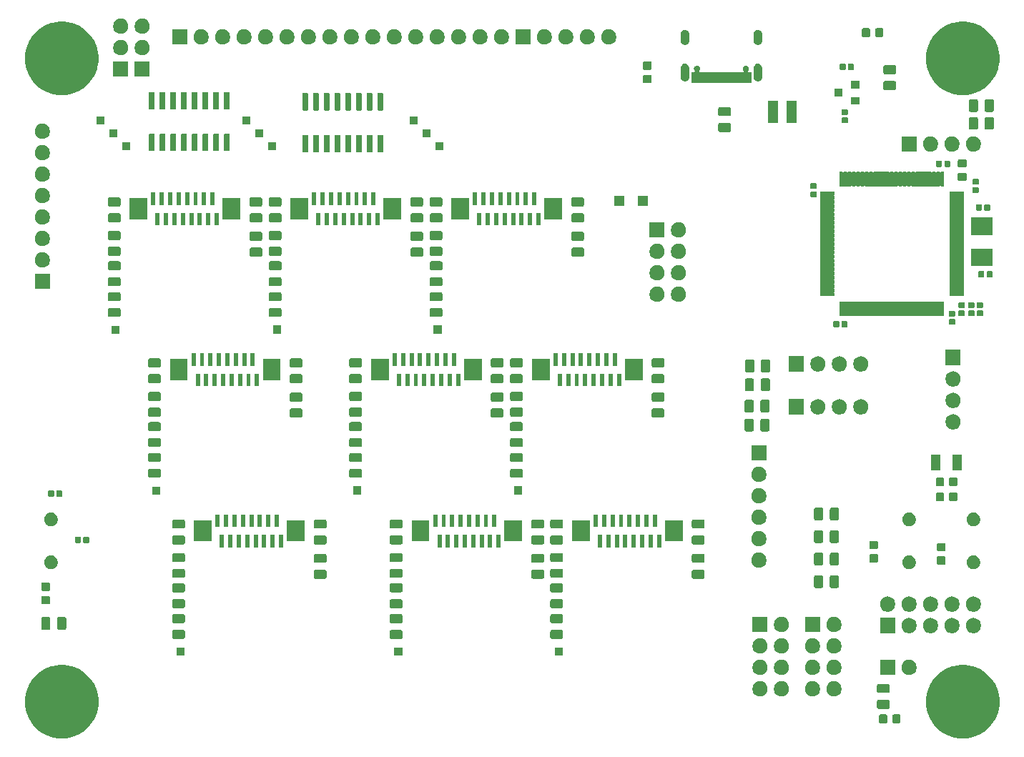
<source format=gbr>
%TF.GenerationSoftware,KiCad,Pcbnew,(5.1.5)-3*%
%TF.CreationDate,2021-02-26T11:52:20+01:00*%
%TF.ProjectId,poly_kb,706f6c79-5f6b-4622-9e6b-696361645f70,rev?*%
%TF.SameCoordinates,Original*%
%TF.FileFunction,Soldermask,Bot*%
%TF.FilePolarity,Negative*%
%FSLAX46Y46*%
G04 Gerber Fmt 4.6, Leading zero omitted, Abs format (unit mm)*
G04 Created by KiCad (PCBNEW (5.1.5)-3) date 2021-02-26 11:52:20*
%MOMM*%
%LPD*%
G04 APERTURE LIST*
%ADD10C,0.127000*%
G04 APERTURE END LIST*
D10*
G36*
X140248156Y-121402794D02*
G01*
X140969140Y-121546206D01*
X141760972Y-121874193D01*
X142473601Y-122350357D01*
X143079643Y-122956399D01*
X143555807Y-123669028D01*
X143883794Y-124460860D01*
X144051000Y-125301464D01*
X144051000Y-126158536D01*
X143883794Y-126999140D01*
X143555807Y-127790972D01*
X143079643Y-128503601D01*
X142473601Y-129109643D01*
X141760972Y-129585807D01*
X140969140Y-129913794D01*
X140248156Y-130057206D01*
X140128537Y-130081000D01*
X139271463Y-130081000D01*
X139151844Y-130057206D01*
X138430860Y-129913794D01*
X137639028Y-129585807D01*
X136926399Y-129109643D01*
X136320357Y-128503601D01*
X135844193Y-127790972D01*
X135516206Y-126999140D01*
X135349000Y-126158536D01*
X135349000Y-125301464D01*
X135516206Y-124460860D01*
X135844193Y-123669028D01*
X136320357Y-122956399D01*
X136926399Y-122350357D01*
X137639028Y-121874193D01*
X138430860Y-121546206D01*
X139151844Y-121402794D01*
X139271463Y-121379000D01*
X140128537Y-121379000D01*
X140248156Y-121402794D01*
G37*
G36*
X33568156Y-121402794D02*
G01*
X34289140Y-121546206D01*
X35080972Y-121874193D01*
X35793601Y-122350357D01*
X36399643Y-122956399D01*
X36875807Y-123669028D01*
X37203794Y-124460860D01*
X37371000Y-125301464D01*
X37371000Y-126158536D01*
X37203794Y-126999140D01*
X36875807Y-127790972D01*
X36399643Y-128503601D01*
X35793601Y-129109643D01*
X35080972Y-129585807D01*
X34289140Y-129913794D01*
X33568156Y-130057206D01*
X33448537Y-130081000D01*
X32591463Y-130081000D01*
X32471844Y-130057206D01*
X31750860Y-129913794D01*
X30959028Y-129585807D01*
X30246399Y-129109643D01*
X29640357Y-128503601D01*
X29164193Y-127790972D01*
X28836206Y-126999140D01*
X28669000Y-126158536D01*
X28669000Y-125301464D01*
X28836206Y-124460860D01*
X29164193Y-123669028D01*
X29640357Y-122956399D01*
X30246399Y-122350357D01*
X30959028Y-121874193D01*
X31750860Y-121546206D01*
X32471844Y-121402794D01*
X32591463Y-121379000D01*
X33448537Y-121379000D01*
X33568156Y-121402794D01*
G37*
G36*
X132193591Y-127240085D02*
G01*
X132227569Y-127250393D01*
X132258890Y-127267134D01*
X132286339Y-127289661D01*
X132308866Y-127317110D01*
X132325607Y-127348431D01*
X132335915Y-127382409D01*
X132340000Y-127423890D01*
X132340000Y-128100110D01*
X132335915Y-128141591D01*
X132325607Y-128175569D01*
X132308866Y-128206890D01*
X132286339Y-128234339D01*
X132258890Y-128256866D01*
X132227569Y-128273607D01*
X132193591Y-128283915D01*
X132152110Y-128288000D01*
X131550890Y-128288000D01*
X131509409Y-128283915D01*
X131475431Y-128273607D01*
X131444110Y-128256866D01*
X131416661Y-128234339D01*
X131394134Y-128206890D01*
X131377393Y-128175569D01*
X131367085Y-128141591D01*
X131363000Y-128100110D01*
X131363000Y-127423890D01*
X131367085Y-127382409D01*
X131377393Y-127348431D01*
X131394134Y-127317110D01*
X131416661Y-127289661D01*
X131444110Y-127267134D01*
X131475431Y-127250393D01*
X131509409Y-127240085D01*
X131550890Y-127236000D01*
X132152110Y-127236000D01*
X132193591Y-127240085D01*
G37*
G36*
X130618591Y-127240085D02*
G01*
X130652569Y-127250393D01*
X130683890Y-127267134D01*
X130711339Y-127289661D01*
X130733866Y-127317110D01*
X130750607Y-127348431D01*
X130760915Y-127382409D01*
X130765000Y-127423890D01*
X130765000Y-128100110D01*
X130760915Y-128141591D01*
X130750607Y-128175569D01*
X130733866Y-128206890D01*
X130711339Y-128234339D01*
X130683890Y-128256866D01*
X130652569Y-128273607D01*
X130618591Y-128283915D01*
X130577110Y-128288000D01*
X129975890Y-128288000D01*
X129934409Y-128283915D01*
X129900431Y-128273607D01*
X129869110Y-128256866D01*
X129841661Y-128234339D01*
X129819134Y-128206890D01*
X129802393Y-128175569D01*
X129792085Y-128141591D01*
X129788000Y-128100110D01*
X129788000Y-127423890D01*
X129792085Y-127382409D01*
X129802393Y-127348431D01*
X129819134Y-127317110D01*
X129841661Y-127289661D01*
X129869110Y-127267134D01*
X129900431Y-127250393D01*
X129934409Y-127240085D01*
X129975890Y-127236000D01*
X130577110Y-127236000D01*
X130618591Y-127240085D01*
G37*
G36*
X130886468Y-125498565D02*
G01*
X130925138Y-125510296D01*
X130960777Y-125529346D01*
X130992017Y-125554983D01*
X131017654Y-125586223D01*
X131036704Y-125621862D01*
X131048435Y-125660532D01*
X131053000Y-125706888D01*
X131053000Y-126358112D01*
X131048435Y-126404468D01*
X131036704Y-126443138D01*
X131017654Y-126478777D01*
X130992017Y-126510017D01*
X130960777Y-126535654D01*
X130925138Y-126554704D01*
X130886468Y-126566435D01*
X130840112Y-126571000D01*
X129763888Y-126571000D01*
X129717532Y-126566435D01*
X129678862Y-126554704D01*
X129643223Y-126535654D01*
X129611983Y-126510017D01*
X129586346Y-126478777D01*
X129567296Y-126443138D01*
X129555565Y-126404468D01*
X129551000Y-126358112D01*
X129551000Y-125706888D01*
X129555565Y-125660532D01*
X129567296Y-125621862D01*
X129586346Y-125586223D01*
X129611983Y-125554983D01*
X129643223Y-125529346D01*
X129678862Y-125510296D01*
X129717532Y-125498565D01*
X129763888Y-125494000D01*
X130840112Y-125494000D01*
X130886468Y-125498565D01*
G37*
G36*
X124573512Y-123309927D02*
G01*
X124722812Y-123339624D01*
X124886784Y-123407544D01*
X125034354Y-123506147D01*
X125159853Y-123631646D01*
X125258456Y-123779216D01*
X125326376Y-123943188D01*
X125361000Y-124117259D01*
X125361000Y-124294741D01*
X125326376Y-124468812D01*
X125258456Y-124632784D01*
X125159853Y-124780354D01*
X125034354Y-124905853D01*
X124886784Y-125004456D01*
X124722812Y-125072376D01*
X124573512Y-125102073D01*
X124548742Y-125107000D01*
X124371258Y-125107000D01*
X124346488Y-125102073D01*
X124197188Y-125072376D01*
X124033216Y-125004456D01*
X123885646Y-124905853D01*
X123760147Y-124780354D01*
X123661544Y-124632784D01*
X123593624Y-124468812D01*
X123559000Y-124294741D01*
X123559000Y-124117259D01*
X123593624Y-123943188D01*
X123661544Y-123779216D01*
X123760147Y-123631646D01*
X123885646Y-123506147D01*
X124033216Y-123407544D01*
X124197188Y-123339624D01*
X124346488Y-123309927D01*
X124371258Y-123305000D01*
X124548742Y-123305000D01*
X124573512Y-123309927D01*
G37*
G36*
X122033512Y-123309927D02*
G01*
X122182812Y-123339624D01*
X122346784Y-123407544D01*
X122494354Y-123506147D01*
X122619853Y-123631646D01*
X122718456Y-123779216D01*
X122786376Y-123943188D01*
X122821000Y-124117259D01*
X122821000Y-124294741D01*
X122786376Y-124468812D01*
X122718456Y-124632784D01*
X122619853Y-124780354D01*
X122494354Y-124905853D01*
X122346784Y-125004456D01*
X122182812Y-125072376D01*
X122033512Y-125102073D01*
X122008742Y-125107000D01*
X121831258Y-125107000D01*
X121806488Y-125102073D01*
X121657188Y-125072376D01*
X121493216Y-125004456D01*
X121345646Y-124905853D01*
X121220147Y-124780354D01*
X121121544Y-124632784D01*
X121053624Y-124468812D01*
X121019000Y-124294741D01*
X121019000Y-124117259D01*
X121053624Y-123943188D01*
X121121544Y-123779216D01*
X121220147Y-123631646D01*
X121345646Y-123506147D01*
X121493216Y-123407544D01*
X121657188Y-123339624D01*
X121806488Y-123309927D01*
X121831258Y-123305000D01*
X122008742Y-123305000D01*
X122033512Y-123309927D01*
G37*
G36*
X115810512Y-123309927D02*
G01*
X115959812Y-123339624D01*
X116123784Y-123407544D01*
X116271354Y-123506147D01*
X116396853Y-123631646D01*
X116495456Y-123779216D01*
X116563376Y-123943188D01*
X116598000Y-124117259D01*
X116598000Y-124294741D01*
X116563376Y-124468812D01*
X116495456Y-124632784D01*
X116396853Y-124780354D01*
X116271354Y-124905853D01*
X116123784Y-125004456D01*
X115959812Y-125072376D01*
X115810512Y-125102073D01*
X115785742Y-125107000D01*
X115608258Y-125107000D01*
X115583488Y-125102073D01*
X115434188Y-125072376D01*
X115270216Y-125004456D01*
X115122646Y-124905853D01*
X114997147Y-124780354D01*
X114898544Y-124632784D01*
X114830624Y-124468812D01*
X114796000Y-124294741D01*
X114796000Y-124117259D01*
X114830624Y-123943188D01*
X114898544Y-123779216D01*
X114997147Y-123631646D01*
X115122646Y-123506147D01*
X115270216Y-123407544D01*
X115434188Y-123339624D01*
X115583488Y-123309927D01*
X115608258Y-123305000D01*
X115785742Y-123305000D01*
X115810512Y-123309927D01*
G37*
G36*
X118350512Y-123309927D02*
G01*
X118499812Y-123339624D01*
X118663784Y-123407544D01*
X118811354Y-123506147D01*
X118936853Y-123631646D01*
X119035456Y-123779216D01*
X119103376Y-123943188D01*
X119138000Y-124117259D01*
X119138000Y-124294741D01*
X119103376Y-124468812D01*
X119035456Y-124632784D01*
X118936853Y-124780354D01*
X118811354Y-124905853D01*
X118663784Y-125004456D01*
X118499812Y-125072376D01*
X118350512Y-125102073D01*
X118325742Y-125107000D01*
X118148258Y-125107000D01*
X118123488Y-125102073D01*
X117974188Y-125072376D01*
X117810216Y-125004456D01*
X117662646Y-124905853D01*
X117537147Y-124780354D01*
X117438544Y-124632784D01*
X117370624Y-124468812D01*
X117336000Y-124294741D01*
X117336000Y-124117259D01*
X117370624Y-123943188D01*
X117438544Y-123779216D01*
X117537147Y-123631646D01*
X117662646Y-123506147D01*
X117810216Y-123407544D01*
X117974188Y-123339624D01*
X118123488Y-123309927D01*
X118148258Y-123305000D01*
X118325742Y-123305000D01*
X118350512Y-123309927D01*
G37*
G36*
X130886468Y-123623565D02*
G01*
X130925138Y-123635296D01*
X130960777Y-123654346D01*
X130992017Y-123679983D01*
X131017654Y-123711223D01*
X131036704Y-123746862D01*
X131048435Y-123785532D01*
X131053000Y-123831888D01*
X131053000Y-124483112D01*
X131048435Y-124529468D01*
X131036704Y-124568138D01*
X131017654Y-124603777D01*
X130992017Y-124635017D01*
X130960777Y-124660654D01*
X130925138Y-124679704D01*
X130886468Y-124691435D01*
X130840112Y-124696000D01*
X129763888Y-124696000D01*
X129717532Y-124691435D01*
X129678862Y-124679704D01*
X129643223Y-124660654D01*
X129611983Y-124635017D01*
X129586346Y-124603777D01*
X129567296Y-124568138D01*
X129555565Y-124529468D01*
X129551000Y-124483112D01*
X129551000Y-123831888D01*
X129555565Y-123785532D01*
X129567296Y-123746862D01*
X129586346Y-123711223D01*
X129611983Y-123679983D01*
X129643223Y-123654346D01*
X129678862Y-123635296D01*
X129717532Y-123623565D01*
X129763888Y-123619000D01*
X130840112Y-123619000D01*
X130886468Y-123623565D01*
G37*
G36*
X124573512Y-120769927D02*
G01*
X124722812Y-120799624D01*
X124886784Y-120867544D01*
X125034354Y-120966147D01*
X125159853Y-121091646D01*
X125258456Y-121239216D01*
X125326376Y-121403188D01*
X125361000Y-121577259D01*
X125361000Y-121754741D01*
X125326376Y-121928812D01*
X125258456Y-122092784D01*
X125159853Y-122240354D01*
X125034354Y-122365853D01*
X124886784Y-122464456D01*
X124722812Y-122532376D01*
X124573512Y-122562073D01*
X124548742Y-122567000D01*
X124371258Y-122567000D01*
X124346488Y-122562073D01*
X124197188Y-122532376D01*
X124033216Y-122464456D01*
X123885646Y-122365853D01*
X123760147Y-122240354D01*
X123661544Y-122092784D01*
X123593624Y-121928812D01*
X123559000Y-121754741D01*
X123559000Y-121577259D01*
X123593624Y-121403188D01*
X123661544Y-121239216D01*
X123760147Y-121091646D01*
X123885646Y-120966147D01*
X124033216Y-120867544D01*
X124197188Y-120799624D01*
X124346488Y-120769927D01*
X124371258Y-120765000D01*
X124548742Y-120765000D01*
X124573512Y-120769927D01*
G37*
G36*
X118350512Y-120769927D02*
G01*
X118499812Y-120799624D01*
X118663784Y-120867544D01*
X118811354Y-120966147D01*
X118936853Y-121091646D01*
X119035456Y-121239216D01*
X119103376Y-121403188D01*
X119138000Y-121577259D01*
X119138000Y-121754741D01*
X119103376Y-121928812D01*
X119035456Y-122092784D01*
X118936853Y-122240354D01*
X118811354Y-122365853D01*
X118663784Y-122464456D01*
X118499812Y-122532376D01*
X118350512Y-122562073D01*
X118325742Y-122567000D01*
X118148258Y-122567000D01*
X118123488Y-122562073D01*
X117974188Y-122532376D01*
X117810216Y-122464456D01*
X117662646Y-122365853D01*
X117537147Y-122240354D01*
X117438544Y-122092784D01*
X117370624Y-121928812D01*
X117336000Y-121754741D01*
X117336000Y-121577259D01*
X117370624Y-121403188D01*
X117438544Y-121239216D01*
X117537147Y-121091646D01*
X117662646Y-120966147D01*
X117810216Y-120867544D01*
X117974188Y-120799624D01*
X118123488Y-120769927D01*
X118148258Y-120765000D01*
X118325742Y-120765000D01*
X118350512Y-120769927D01*
G37*
G36*
X122033512Y-120769927D02*
G01*
X122182812Y-120799624D01*
X122346784Y-120867544D01*
X122494354Y-120966147D01*
X122619853Y-121091646D01*
X122718456Y-121239216D01*
X122786376Y-121403188D01*
X122821000Y-121577259D01*
X122821000Y-121754741D01*
X122786376Y-121928812D01*
X122718456Y-122092784D01*
X122619853Y-122240354D01*
X122494354Y-122365853D01*
X122346784Y-122464456D01*
X122182812Y-122532376D01*
X122033512Y-122562073D01*
X122008742Y-122567000D01*
X121831258Y-122567000D01*
X121806488Y-122562073D01*
X121657188Y-122532376D01*
X121493216Y-122464456D01*
X121345646Y-122365853D01*
X121220147Y-122240354D01*
X121121544Y-122092784D01*
X121053624Y-121928812D01*
X121019000Y-121754741D01*
X121019000Y-121577259D01*
X121053624Y-121403188D01*
X121121544Y-121239216D01*
X121220147Y-121091646D01*
X121345646Y-120966147D01*
X121493216Y-120867544D01*
X121657188Y-120799624D01*
X121806488Y-120769927D01*
X121831258Y-120765000D01*
X122008742Y-120765000D01*
X122033512Y-120769927D01*
G37*
G36*
X131711000Y-122567000D02*
G01*
X129909000Y-122567000D01*
X129909000Y-120765000D01*
X131711000Y-120765000D01*
X131711000Y-122567000D01*
G37*
G36*
X133463512Y-120769927D02*
G01*
X133612812Y-120799624D01*
X133776784Y-120867544D01*
X133924354Y-120966147D01*
X134049853Y-121091646D01*
X134148456Y-121239216D01*
X134216376Y-121403188D01*
X134251000Y-121577259D01*
X134251000Y-121754741D01*
X134216376Y-121928812D01*
X134148456Y-122092784D01*
X134049853Y-122240354D01*
X133924354Y-122365853D01*
X133776784Y-122464456D01*
X133612812Y-122532376D01*
X133463512Y-122562073D01*
X133438742Y-122567000D01*
X133261258Y-122567000D01*
X133236488Y-122562073D01*
X133087188Y-122532376D01*
X132923216Y-122464456D01*
X132775646Y-122365853D01*
X132650147Y-122240354D01*
X132551544Y-122092784D01*
X132483624Y-121928812D01*
X132449000Y-121754741D01*
X132449000Y-121577259D01*
X132483624Y-121403188D01*
X132551544Y-121239216D01*
X132650147Y-121091646D01*
X132775646Y-120966147D01*
X132923216Y-120867544D01*
X133087188Y-120799624D01*
X133236488Y-120769927D01*
X133261258Y-120765000D01*
X133438742Y-120765000D01*
X133463512Y-120769927D01*
G37*
G36*
X115810512Y-120769927D02*
G01*
X115959812Y-120799624D01*
X116123784Y-120867544D01*
X116271354Y-120966147D01*
X116396853Y-121091646D01*
X116495456Y-121239216D01*
X116563376Y-121403188D01*
X116598000Y-121577259D01*
X116598000Y-121754741D01*
X116563376Y-121928812D01*
X116495456Y-122092784D01*
X116396853Y-122240354D01*
X116271354Y-122365853D01*
X116123784Y-122464456D01*
X115959812Y-122532376D01*
X115810512Y-122562073D01*
X115785742Y-122567000D01*
X115608258Y-122567000D01*
X115583488Y-122562073D01*
X115434188Y-122532376D01*
X115270216Y-122464456D01*
X115122646Y-122365853D01*
X114997147Y-122240354D01*
X114898544Y-122092784D01*
X114830624Y-121928812D01*
X114796000Y-121754741D01*
X114796000Y-121577259D01*
X114830624Y-121403188D01*
X114898544Y-121239216D01*
X114997147Y-121091646D01*
X115122646Y-120966147D01*
X115270216Y-120867544D01*
X115434188Y-120799624D01*
X115583488Y-120769927D01*
X115608258Y-120765000D01*
X115785742Y-120765000D01*
X115810512Y-120769927D01*
G37*
G36*
X47588000Y-120265200D02*
G01*
X46636000Y-120265200D01*
X46636000Y-119313200D01*
X47588000Y-119313200D01*
X47588000Y-120265200D01*
G37*
G36*
X73348000Y-120265200D02*
G01*
X72396000Y-120265200D01*
X72396000Y-119313200D01*
X73348000Y-119313200D01*
X73348000Y-120265200D01*
G37*
G36*
X92348000Y-120265200D02*
G01*
X91396000Y-120265200D01*
X91396000Y-119313200D01*
X92348000Y-119313200D01*
X92348000Y-120265200D01*
G37*
G36*
X118350512Y-118229927D02*
G01*
X118499812Y-118259624D01*
X118663784Y-118327544D01*
X118811354Y-118426147D01*
X118936853Y-118551646D01*
X119035456Y-118699216D01*
X119103376Y-118863188D01*
X119138000Y-119037259D01*
X119138000Y-119214741D01*
X119103376Y-119388812D01*
X119035456Y-119552784D01*
X118936853Y-119700354D01*
X118811354Y-119825853D01*
X118663784Y-119924456D01*
X118499812Y-119992376D01*
X118350512Y-120022073D01*
X118325742Y-120027000D01*
X118148258Y-120027000D01*
X118123488Y-120022073D01*
X117974188Y-119992376D01*
X117810216Y-119924456D01*
X117662646Y-119825853D01*
X117537147Y-119700354D01*
X117438544Y-119552784D01*
X117370624Y-119388812D01*
X117336000Y-119214741D01*
X117336000Y-119037259D01*
X117370624Y-118863188D01*
X117438544Y-118699216D01*
X117537147Y-118551646D01*
X117662646Y-118426147D01*
X117810216Y-118327544D01*
X117974188Y-118259624D01*
X118123488Y-118229927D01*
X118148258Y-118225000D01*
X118325742Y-118225000D01*
X118350512Y-118229927D01*
G37*
G36*
X124573512Y-118229927D02*
G01*
X124722812Y-118259624D01*
X124886784Y-118327544D01*
X125034354Y-118426147D01*
X125159853Y-118551646D01*
X125258456Y-118699216D01*
X125326376Y-118863188D01*
X125361000Y-119037259D01*
X125361000Y-119214741D01*
X125326376Y-119388812D01*
X125258456Y-119552784D01*
X125159853Y-119700354D01*
X125034354Y-119825853D01*
X124886784Y-119924456D01*
X124722812Y-119992376D01*
X124573512Y-120022073D01*
X124548742Y-120027000D01*
X124371258Y-120027000D01*
X124346488Y-120022073D01*
X124197188Y-119992376D01*
X124033216Y-119924456D01*
X123885646Y-119825853D01*
X123760147Y-119700354D01*
X123661544Y-119552784D01*
X123593624Y-119388812D01*
X123559000Y-119214741D01*
X123559000Y-119037259D01*
X123593624Y-118863188D01*
X123661544Y-118699216D01*
X123760147Y-118551646D01*
X123885646Y-118426147D01*
X124033216Y-118327544D01*
X124197188Y-118259624D01*
X124346488Y-118229927D01*
X124371258Y-118225000D01*
X124548742Y-118225000D01*
X124573512Y-118229927D01*
G37*
G36*
X122033512Y-118229927D02*
G01*
X122182812Y-118259624D01*
X122346784Y-118327544D01*
X122494354Y-118426147D01*
X122619853Y-118551646D01*
X122718456Y-118699216D01*
X122786376Y-118863188D01*
X122821000Y-119037259D01*
X122821000Y-119214741D01*
X122786376Y-119388812D01*
X122718456Y-119552784D01*
X122619853Y-119700354D01*
X122494354Y-119825853D01*
X122346784Y-119924456D01*
X122182812Y-119992376D01*
X122033512Y-120022073D01*
X122008742Y-120027000D01*
X121831258Y-120027000D01*
X121806488Y-120022073D01*
X121657188Y-119992376D01*
X121493216Y-119924456D01*
X121345646Y-119825853D01*
X121220147Y-119700354D01*
X121121544Y-119552784D01*
X121053624Y-119388812D01*
X121019000Y-119214741D01*
X121019000Y-119037259D01*
X121053624Y-118863188D01*
X121121544Y-118699216D01*
X121220147Y-118551646D01*
X121345646Y-118426147D01*
X121493216Y-118327544D01*
X121657188Y-118259624D01*
X121806488Y-118229927D01*
X121831258Y-118225000D01*
X122008742Y-118225000D01*
X122033512Y-118229927D01*
G37*
G36*
X115810512Y-118229927D02*
G01*
X115959812Y-118259624D01*
X116123784Y-118327544D01*
X116271354Y-118426147D01*
X116396853Y-118551646D01*
X116495456Y-118699216D01*
X116563376Y-118863188D01*
X116598000Y-119037259D01*
X116598000Y-119214741D01*
X116563376Y-119388812D01*
X116495456Y-119552784D01*
X116396853Y-119700354D01*
X116271354Y-119825853D01*
X116123784Y-119924456D01*
X115959812Y-119992376D01*
X115810512Y-120022073D01*
X115785742Y-120027000D01*
X115608258Y-120027000D01*
X115583488Y-120022073D01*
X115434188Y-119992376D01*
X115270216Y-119924456D01*
X115122646Y-119825853D01*
X114997147Y-119700354D01*
X114898544Y-119552784D01*
X114830624Y-119388812D01*
X114796000Y-119214741D01*
X114796000Y-119037259D01*
X114830624Y-118863188D01*
X114898544Y-118699216D01*
X114997147Y-118551646D01*
X115122646Y-118426147D01*
X115270216Y-118327544D01*
X115434188Y-118259624D01*
X115583488Y-118229927D01*
X115608258Y-118225000D01*
X115785742Y-118225000D01*
X115810512Y-118229927D01*
G37*
G36*
X73202468Y-117230265D02*
G01*
X73241138Y-117241996D01*
X73276777Y-117261046D01*
X73308017Y-117286683D01*
X73333654Y-117317923D01*
X73352704Y-117353562D01*
X73364435Y-117392232D01*
X73369000Y-117438588D01*
X73369000Y-118089812D01*
X73364435Y-118136168D01*
X73352704Y-118174838D01*
X73333654Y-118210477D01*
X73308017Y-118241717D01*
X73276777Y-118267354D01*
X73241138Y-118286404D01*
X73202468Y-118298135D01*
X73156112Y-118302700D01*
X72079888Y-118302700D01*
X72033532Y-118298135D01*
X71994862Y-118286404D01*
X71959223Y-118267354D01*
X71927983Y-118241717D01*
X71902346Y-118210477D01*
X71883296Y-118174838D01*
X71871565Y-118136168D01*
X71867000Y-118089812D01*
X71867000Y-117438588D01*
X71871565Y-117392232D01*
X71883296Y-117353562D01*
X71902346Y-117317923D01*
X71927983Y-117286683D01*
X71959223Y-117261046D01*
X71994862Y-117241996D01*
X72033532Y-117230265D01*
X72079888Y-117225700D01*
X73156112Y-117225700D01*
X73202468Y-117230265D01*
G37*
G36*
X47442468Y-117230265D02*
G01*
X47481138Y-117241996D01*
X47516777Y-117261046D01*
X47548017Y-117286683D01*
X47573654Y-117317923D01*
X47592704Y-117353562D01*
X47604435Y-117392232D01*
X47609000Y-117438588D01*
X47609000Y-118089812D01*
X47604435Y-118136168D01*
X47592704Y-118174838D01*
X47573654Y-118210477D01*
X47548017Y-118241717D01*
X47516777Y-118267354D01*
X47481138Y-118286404D01*
X47442468Y-118298135D01*
X47396112Y-118302700D01*
X46319888Y-118302700D01*
X46273532Y-118298135D01*
X46234862Y-118286404D01*
X46199223Y-118267354D01*
X46167983Y-118241717D01*
X46142346Y-118210477D01*
X46123296Y-118174838D01*
X46111565Y-118136168D01*
X46107000Y-118089812D01*
X46107000Y-117438588D01*
X46111565Y-117392232D01*
X46123296Y-117353562D01*
X46142346Y-117317923D01*
X46167983Y-117286683D01*
X46199223Y-117261046D01*
X46234862Y-117241996D01*
X46273532Y-117230265D01*
X46319888Y-117225700D01*
X47396112Y-117225700D01*
X47442468Y-117230265D01*
G37*
G36*
X92202468Y-117230265D02*
G01*
X92241138Y-117241996D01*
X92276777Y-117261046D01*
X92308017Y-117286683D01*
X92333654Y-117317923D01*
X92352704Y-117353562D01*
X92364435Y-117392232D01*
X92369000Y-117438588D01*
X92369000Y-118089812D01*
X92364435Y-118136168D01*
X92352704Y-118174838D01*
X92333654Y-118210477D01*
X92308017Y-118241717D01*
X92276777Y-118267354D01*
X92241138Y-118286404D01*
X92202468Y-118298135D01*
X92156112Y-118302700D01*
X91079888Y-118302700D01*
X91033532Y-118298135D01*
X90994862Y-118286404D01*
X90959223Y-118267354D01*
X90927983Y-118241717D01*
X90902346Y-118210477D01*
X90883296Y-118174838D01*
X90871565Y-118136168D01*
X90867000Y-118089812D01*
X90867000Y-117438588D01*
X90871565Y-117392232D01*
X90883296Y-117353562D01*
X90902346Y-117317923D01*
X90927983Y-117286683D01*
X90959223Y-117261046D01*
X90994862Y-117241996D01*
X91033532Y-117230265D01*
X91079888Y-117225700D01*
X92156112Y-117225700D01*
X92202468Y-117230265D01*
G37*
G36*
X138543512Y-115816927D02*
G01*
X138692812Y-115846624D01*
X138856784Y-115914544D01*
X139004354Y-116013147D01*
X139129853Y-116138646D01*
X139228456Y-116286216D01*
X139296376Y-116450188D01*
X139331000Y-116624259D01*
X139331000Y-116801741D01*
X139296376Y-116975812D01*
X139228456Y-117139784D01*
X139129853Y-117287354D01*
X139004354Y-117412853D01*
X138856784Y-117511456D01*
X138692812Y-117579376D01*
X138543512Y-117609073D01*
X138518742Y-117614000D01*
X138341258Y-117614000D01*
X138316488Y-117609073D01*
X138167188Y-117579376D01*
X138003216Y-117511456D01*
X137855646Y-117412853D01*
X137730147Y-117287354D01*
X137631544Y-117139784D01*
X137563624Y-116975812D01*
X137529000Y-116801741D01*
X137529000Y-116624259D01*
X137563624Y-116450188D01*
X137631544Y-116286216D01*
X137730147Y-116138646D01*
X137855646Y-116013147D01*
X138003216Y-115914544D01*
X138167188Y-115846624D01*
X138316488Y-115816927D01*
X138341258Y-115812000D01*
X138518742Y-115812000D01*
X138543512Y-115816927D01*
G37*
G36*
X131711000Y-117614000D02*
G01*
X129909000Y-117614000D01*
X129909000Y-115812000D01*
X131711000Y-115812000D01*
X131711000Y-117614000D01*
G37*
G36*
X133463512Y-115816927D02*
G01*
X133612812Y-115846624D01*
X133776784Y-115914544D01*
X133924354Y-116013147D01*
X134049853Y-116138646D01*
X134148456Y-116286216D01*
X134216376Y-116450188D01*
X134251000Y-116624259D01*
X134251000Y-116801741D01*
X134216376Y-116975812D01*
X134148456Y-117139784D01*
X134049853Y-117287354D01*
X133924354Y-117412853D01*
X133776784Y-117511456D01*
X133612812Y-117579376D01*
X133463512Y-117609073D01*
X133438742Y-117614000D01*
X133261258Y-117614000D01*
X133236488Y-117609073D01*
X133087188Y-117579376D01*
X132923216Y-117511456D01*
X132775646Y-117412853D01*
X132650147Y-117287354D01*
X132551544Y-117139784D01*
X132483624Y-116975812D01*
X132449000Y-116801741D01*
X132449000Y-116624259D01*
X132483624Y-116450188D01*
X132551544Y-116286216D01*
X132650147Y-116138646D01*
X132775646Y-116013147D01*
X132923216Y-115914544D01*
X133087188Y-115846624D01*
X133236488Y-115816927D01*
X133261258Y-115812000D01*
X133438742Y-115812000D01*
X133463512Y-115816927D01*
G37*
G36*
X136003512Y-115816927D02*
G01*
X136152812Y-115846624D01*
X136316784Y-115914544D01*
X136464354Y-116013147D01*
X136589853Y-116138646D01*
X136688456Y-116286216D01*
X136756376Y-116450188D01*
X136791000Y-116624259D01*
X136791000Y-116801741D01*
X136756376Y-116975812D01*
X136688456Y-117139784D01*
X136589853Y-117287354D01*
X136464354Y-117412853D01*
X136316784Y-117511456D01*
X136152812Y-117579376D01*
X136003512Y-117609073D01*
X135978742Y-117614000D01*
X135801258Y-117614000D01*
X135776488Y-117609073D01*
X135627188Y-117579376D01*
X135463216Y-117511456D01*
X135315646Y-117412853D01*
X135190147Y-117287354D01*
X135091544Y-117139784D01*
X135023624Y-116975812D01*
X134989000Y-116801741D01*
X134989000Y-116624259D01*
X135023624Y-116450188D01*
X135091544Y-116286216D01*
X135190147Y-116138646D01*
X135315646Y-116013147D01*
X135463216Y-115914544D01*
X135627188Y-115846624D01*
X135776488Y-115816927D01*
X135801258Y-115812000D01*
X135978742Y-115812000D01*
X136003512Y-115816927D01*
G37*
G36*
X141083512Y-115816927D02*
G01*
X141232812Y-115846624D01*
X141396784Y-115914544D01*
X141544354Y-116013147D01*
X141669853Y-116138646D01*
X141768456Y-116286216D01*
X141836376Y-116450188D01*
X141871000Y-116624259D01*
X141871000Y-116801741D01*
X141836376Y-116975812D01*
X141768456Y-117139784D01*
X141669853Y-117287354D01*
X141544354Y-117412853D01*
X141396784Y-117511456D01*
X141232812Y-117579376D01*
X141083512Y-117609073D01*
X141058742Y-117614000D01*
X140881258Y-117614000D01*
X140856488Y-117609073D01*
X140707188Y-117579376D01*
X140543216Y-117511456D01*
X140395646Y-117412853D01*
X140270147Y-117287354D01*
X140171544Y-117139784D01*
X140103624Y-116975812D01*
X140069000Y-116801741D01*
X140069000Y-116624259D01*
X140103624Y-116450188D01*
X140171544Y-116286216D01*
X140270147Y-116138646D01*
X140395646Y-116013147D01*
X140543216Y-115914544D01*
X140707188Y-115846624D01*
X140856488Y-115816927D01*
X140881258Y-115812000D01*
X141058742Y-115812000D01*
X141083512Y-115816927D01*
G37*
G36*
X118350512Y-115689927D02*
G01*
X118499812Y-115719624D01*
X118663784Y-115787544D01*
X118811354Y-115886147D01*
X118936853Y-116011646D01*
X119035456Y-116159216D01*
X119103376Y-116323188D01*
X119138000Y-116497259D01*
X119138000Y-116674741D01*
X119103376Y-116848812D01*
X119035456Y-117012784D01*
X118936853Y-117160354D01*
X118811354Y-117285853D01*
X118663784Y-117384456D01*
X118499812Y-117452376D01*
X118350512Y-117482073D01*
X118325742Y-117487000D01*
X118148258Y-117487000D01*
X118123488Y-117482073D01*
X117974188Y-117452376D01*
X117810216Y-117384456D01*
X117662646Y-117285853D01*
X117537147Y-117160354D01*
X117438544Y-117012784D01*
X117370624Y-116848812D01*
X117336000Y-116674741D01*
X117336000Y-116497259D01*
X117370624Y-116323188D01*
X117438544Y-116159216D01*
X117537147Y-116011646D01*
X117662646Y-115886147D01*
X117810216Y-115787544D01*
X117974188Y-115719624D01*
X118123488Y-115689927D01*
X118148258Y-115685000D01*
X118325742Y-115685000D01*
X118350512Y-115689927D01*
G37*
G36*
X116598000Y-117487000D02*
G01*
X114796000Y-117487000D01*
X114796000Y-115685000D01*
X116598000Y-115685000D01*
X116598000Y-117487000D01*
G37*
G36*
X122821000Y-117487000D02*
G01*
X121019000Y-117487000D01*
X121019000Y-115685000D01*
X122821000Y-115685000D01*
X122821000Y-117487000D01*
G37*
G36*
X124573512Y-115689927D02*
G01*
X124722812Y-115719624D01*
X124886784Y-115787544D01*
X125034354Y-115886147D01*
X125159853Y-116011646D01*
X125258456Y-116159216D01*
X125326376Y-116323188D01*
X125361000Y-116497259D01*
X125361000Y-116674741D01*
X125326376Y-116848812D01*
X125258456Y-117012784D01*
X125159853Y-117160354D01*
X125034354Y-117285853D01*
X124886784Y-117384456D01*
X124722812Y-117452376D01*
X124573512Y-117482073D01*
X124548742Y-117487000D01*
X124371258Y-117487000D01*
X124346488Y-117482073D01*
X124197188Y-117452376D01*
X124033216Y-117384456D01*
X123885646Y-117285853D01*
X123760147Y-117160354D01*
X123661544Y-117012784D01*
X123593624Y-116848812D01*
X123559000Y-116674741D01*
X123559000Y-116497259D01*
X123593624Y-116323188D01*
X123661544Y-116159216D01*
X123760147Y-116011646D01*
X123885646Y-115886147D01*
X124033216Y-115787544D01*
X124197188Y-115719624D01*
X124346488Y-115689927D01*
X124371258Y-115685000D01*
X124548742Y-115685000D01*
X124573512Y-115689927D01*
G37*
G36*
X33391968Y-115712565D02*
G01*
X33430638Y-115724296D01*
X33466277Y-115743346D01*
X33497517Y-115768983D01*
X33523154Y-115800223D01*
X33542204Y-115835862D01*
X33553935Y-115874532D01*
X33558500Y-115920888D01*
X33558500Y-116997112D01*
X33553935Y-117043468D01*
X33542204Y-117082138D01*
X33523154Y-117117777D01*
X33497517Y-117149017D01*
X33466277Y-117174654D01*
X33430638Y-117193704D01*
X33391968Y-117205435D01*
X33345612Y-117210000D01*
X32694388Y-117210000D01*
X32648032Y-117205435D01*
X32609362Y-117193704D01*
X32573723Y-117174654D01*
X32542483Y-117149017D01*
X32516846Y-117117777D01*
X32497796Y-117082138D01*
X32486065Y-117043468D01*
X32481500Y-116997112D01*
X32481500Y-115920888D01*
X32486065Y-115874532D01*
X32497796Y-115835862D01*
X32516846Y-115800223D01*
X32542483Y-115768983D01*
X32573723Y-115743346D01*
X32609362Y-115724296D01*
X32648032Y-115712565D01*
X32694388Y-115708000D01*
X33345612Y-115708000D01*
X33391968Y-115712565D01*
G37*
G36*
X31516968Y-115712565D02*
G01*
X31555638Y-115724296D01*
X31591277Y-115743346D01*
X31622517Y-115768983D01*
X31648154Y-115800223D01*
X31667204Y-115835862D01*
X31678935Y-115874532D01*
X31683500Y-115920888D01*
X31683500Y-116997112D01*
X31678935Y-117043468D01*
X31667204Y-117082138D01*
X31648154Y-117117777D01*
X31622517Y-117149017D01*
X31591277Y-117174654D01*
X31555638Y-117193704D01*
X31516968Y-117205435D01*
X31470612Y-117210000D01*
X30819388Y-117210000D01*
X30773032Y-117205435D01*
X30734362Y-117193704D01*
X30698723Y-117174654D01*
X30667483Y-117149017D01*
X30641846Y-117117777D01*
X30622796Y-117082138D01*
X30611065Y-117043468D01*
X30606500Y-116997112D01*
X30606500Y-115920888D01*
X30611065Y-115874532D01*
X30622796Y-115835862D01*
X30641846Y-115800223D01*
X30667483Y-115768983D01*
X30698723Y-115743346D01*
X30734362Y-115724296D01*
X30773032Y-115712565D01*
X30819388Y-115708000D01*
X31470612Y-115708000D01*
X31516968Y-115712565D01*
G37*
G36*
X73202468Y-115355265D02*
G01*
X73241138Y-115366996D01*
X73276777Y-115386046D01*
X73308017Y-115411683D01*
X73333654Y-115442923D01*
X73352704Y-115478562D01*
X73364435Y-115517232D01*
X73369000Y-115563588D01*
X73369000Y-116214812D01*
X73364435Y-116261168D01*
X73352704Y-116299838D01*
X73333654Y-116335477D01*
X73308017Y-116366717D01*
X73276777Y-116392354D01*
X73241138Y-116411404D01*
X73202468Y-116423135D01*
X73156112Y-116427700D01*
X72079888Y-116427700D01*
X72033532Y-116423135D01*
X71994862Y-116411404D01*
X71959223Y-116392354D01*
X71927983Y-116366717D01*
X71902346Y-116335477D01*
X71883296Y-116299838D01*
X71871565Y-116261168D01*
X71867000Y-116214812D01*
X71867000Y-115563588D01*
X71871565Y-115517232D01*
X71883296Y-115478562D01*
X71902346Y-115442923D01*
X71927983Y-115411683D01*
X71959223Y-115386046D01*
X71994862Y-115366996D01*
X72033532Y-115355265D01*
X72079888Y-115350700D01*
X73156112Y-115350700D01*
X73202468Y-115355265D01*
G37*
G36*
X47442468Y-115355265D02*
G01*
X47481138Y-115366996D01*
X47516777Y-115386046D01*
X47548017Y-115411683D01*
X47573654Y-115442923D01*
X47592704Y-115478562D01*
X47604435Y-115517232D01*
X47609000Y-115563588D01*
X47609000Y-116214812D01*
X47604435Y-116261168D01*
X47592704Y-116299838D01*
X47573654Y-116335477D01*
X47548017Y-116366717D01*
X47516777Y-116392354D01*
X47481138Y-116411404D01*
X47442468Y-116423135D01*
X47396112Y-116427700D01*
X46319888Y-116427700D01*
X46273532Y-116423135D01*
X46234862Y-116411404D01*
X46199223Y-116392354D01*
X46167983Y-116366717D01*
X46142346Y-116335477D01*
X46123296Y-116299838D01*
X46111565Y-116261168D01*
X46107000Y-116214812D01*
X46107000Y-115563588D01*
X46111565Y-115517232D01*
X46123296Y-115478562D01*
X46142346Y-115442923D01*
X46167983Y-115411683D01*
X46199223Y-115386046D01*
X46234862Y-115366996D01*
X46273532Y-115355265D01*
X46319888Y-115350700D01*
X47396112Y-115350700D01*
X47442468Y-115355265D01*
G37*
G36*
X92202468Y-115355265D02*
G01*
X92241138Y-115366996D01*
X92276777Y-115386046D01*
X92308017Y-115411683D01*
X92333654Y-115442923D01*
X92352704Y-115478562D01*
X92364435Y-115517232D01*
X92369000Y-115563588D01*
X92369000Y-116214812D01*
X92364435Y-116261168D01*
X92352704Y-116299838D01*
X92333654Y-116335477D01*
X92308017Y-116366717D01*
X92276777Y-116392354D01*
X92241138Y-116411404D01*
X92202468Y-116423135D01*
X92156112Y-116427700D01*
X91079888Y-116427700D01*
X91033532Y-116423135D01*
X90994862Y-116411404D01*
X90959223Y-116392354D01*
X90927983Y-116366717D01*
X90902346Y-116335477D01*
X90883296Y-116299838D01*
X90871565Y-116261168D01*
X90867000Y-116214812D01*
X90867000Y-115563588D01*
X90871565Y-115517232D01*
X90883296Y-115478562D01*
X90902346Y-115442923D01*
X90927983Y-115411683D01*
X90959223Y-115386046D01*
X90994862Y-115366996D01*
X91033532Y-115355265D01*
X91079888Y-115350700D01*
X92156112Y-115350700D01*
X92202468Y-115355265D01*
G37*
G36*
X136003512Y-113276927D02*
G01*
X136152812Y-113306624D01*
X136316784Y-113374544D01*
X136464354Y-113473147D01*
X136589853Y-113598646D01*
X136688456Y-113746216D01*
X136756376Y-113910188D01*
X136791000Y-114084259D01*
X136791000Y-114261741D01*
X136756376Y-114435812D01*
X136688456Y-114599784D01*
X136589853Y-114747354D01*
X136464354Y-114872853D01*
X136316784Y-114971456D01*
X136152812Y-115039376D01*
X136003512Y-115069073D01*
X135978742Y-115074000D01*
X135801258Y-115074000D01*
X135776488Y-115069073D01*
X135627188Y-115039376D01*
X135463216Y-114971456D01*
X135315646Y-114872853D01*
X135190147Y-114747354D01*
X135091544Y-114599784D01*
X135023624Y-114435812D01*
X134989000Y-114261741D01*
X134989000Y-114084259D01*
X135023624Y-113910188D01*
X135091544Y-113746216D01*
X135190147Y-113598646D01*
X135315646Y-113473147D01*
X135463216Y-113374544D01*
X135627188Y-113306624D01*
X135776488Y-113276927D01*
X135801258Y-113272000D01*
X135978742Y-113272000D01*
X136003512Y-113276927D01*
G37*
G36*
X130923512Y-113276927D02*
G01*
X131072812Y-113306624D01*
X131236784Y-113374544D01*
X131384354Y-113473147D01*
X131509853Y-113598646D01*
X131608456Y-113746216D01*
X131676376Y-113910188D01*
X131711000Y-114084259D01*
X131711000Y-114261741D01*
X131676376Y-114435812D01*
X131608456Y-114599784D01*
X131509853Y-114747354D01*
X131384354Y-114872853D01*
X131236784Y-114971456D01*
X131072812Y-115039376D01*
X130923512Y-115069073D01*
X130898742Y-115074000D01*
X130721258Y-115074000D01*
X130696488Y-115069073D01*
X130547188Y-115039376D01*
X130383216Y-114971456D01*
X130235646Y-114872853D01*
X130110147Y-114747354D01*
X130011544Y-114599784D01*
X129943624Y-114435812D01*
X129909000Y-114261741D01*
X129909000Y-114084259D01*
X129943624Y-113910188D01*
X130011544Y-113746216D01*
X130110147Y-113598646D01*
X130235646Y-113473147D01*
X130383216Y-113374544D01*
X130547188Y-113306624D01*
X130696488Y-113276927D01*
X130721258Y-113272000D01*
X130898742Y-113272000D01*
X130923512Y-113276927D01*
G37*
G36*
X138543512Y-113276927D02*
G01*
X138692812Y-113306624D01*
X138856784Y-113374544D01*
X139004354Y-113473147D01*
X139129853Y-113598646D01*
X139228456Y-113746216D01*
X139296376Y-113910188D01*
X139331000Y-114084259D01*
X139331000Y-114261741D01*
X139296376Y-114435812D01*
X139228456Y-114599784D01*
X139129853Y-114747354D01*
X139004354Y-114872853D01*
X138856784Y-114971456D01*
X138692812Y-115039376D01*
X138543512Y-115069073D01*
X138518742Y-115074000D01*
X138341258Y-115074000D01*
X138316488Y-115069073D01*
X138167188Y-115039376D01*
X138003216Y-114971456D01*
X137855646Y-114872853D01*
X137730147Y-114747354D01*
X137631544Y-114599784D01*
X137563624Y-114435812D01*
X137529000Y-114261741D01*
X137529000Y-114084259D01*
X137563624Y-113910188D01*
X137631544Y-113746216D01*
X137730147Y-113598646D01*
X137855646Y-113473147D01*
X138003216Y-113374544D01*
X138167188Y-113306624D01*
X138316488Y-113276927D01*
X138341258Y-113272000D01*
X138518742Y-113272000D01*
X138543512Y-113276927D01*
G37*
G36*
X133463512Y-113276927D02*
G01*
X133612812Y-113306624D01*
X133776784Y-113374544D01*
X133924354Y-113473147D01*
X134049853Y-113598646D01*
X134148456Y-113746216D01*
X134216376Y-113910188D01*
X134251000Y-114084259D01*
X134251000Y-114261741D01*
X134216376Y-114435812D01*
X134148456Y-114599784D01*
X134049853Y-114747354D01*
X133924354Y-114872853D01*
X133776784Y-114971456D01*
X133612812Y-115039376D01*
X133463512Y-115069073D01*
X133438742Y-115074000D01*
X133261258Y-115074000D01*
X133236488Y-115069073D01*
X133087188Y-115039376D01*
X132923216Y-114971456D01*
X132775646Y-114872853D01*
X132650147Y-114747354D01*
X132551544Y-114599784D01*
X132483624Y-114435812D01*
X132449000Y-114261741D01*
X132449000Y-114084259D01*
X132483624Y-113910188D01*
X132551544Y-113746216D01*
X132650147Y-113598646D01*
X132775646Y-113473147D01*
X132923216Y-113374544D01*
X133087188Y-113306624D01*
X133236488Y-113276927D01*
X133261258Y-113272000D01*
X133438742Y-113272000D01*
X133463512Y-113276927D01*
G37*
G36*
X141083512Y-113276927D02*
G01*
X141232812Y-113306624D01*
X141396784Y-113374544D01*
X141544354Y-113473147D01*
X141669853Y-113598646D01*
X141768456Y-113746216D01*
X141836376Y-113910188D01*
X141871000Y-114084259D01*
X141871000Y-114261741D01*
X141836376Y-114435812D01*
X141768456Y-114599784D01*
X141669853Y-114747354D01*
X141544354Y-114872853D01*
X141396784Y-114971456D01*
X141232812Y-115039376D01*
X141083512Y-115069073D01*
X141058742Y-115074000D01*
X140881258Y-115074000D01*
X140856488Y-115069073D01*
X140707188Y-115039376D01*
X140543216Y-114971456D01*
X140395646Y-114872853D01*
X140270147Y-114747354D01*
X140171544Y-114599784D01*
X140103624Y-114435812D01*
X140069000Y-114261741D01*
X140069000Y-114084259D01*
X140103624Y-113910188D01*
X140171544Y-113746216D01*
X140270147Y-113598646D01*
X140395646Y-113473147D01*
X140543216Y-113374544D01*
X140707188Y-113306624D01*
X140856488Y-113276927D01*
X140881258Y-113272000D01*
X141058742Y-113272000D01*
X141083512Y-113276927D01*
G37*
G36*
X47442468Y-113580265D02*
G01*
X47481138Y-113591996D01*
X47516777Y-113611046D01*
X47548017Y-113636683D01*
X47573654Y-113667923D01*
X47592704Y-113703562D01*
X47604435Y-113742232D01*
X47609000Y-113788588D01*
X47609000Y-114439812D01*
X47604435Y-114486168D01*
X47592704Y-114524838D01*
X47573654Y-114560477D01*
X47548017Y-114591717D01*
X47516777Y-114617354D01*
X47481138Y-114636404D01*
X47442468Y-114648135D01*
X47396112Y-114652700D01*
X46319888Y-114652700D01*
X46273532Y-114648135D01*
X46234862Y-114636404D01*
X46199223Y-114617354D01*
X46167983Y-114591717D01*
X46142346Y-114560477D01*
X46123296Y-114524838D01*
X46111565Y-114486168D01*
X46107000Y-114439812D01*
X46107000Y-113788588D01*
X46111565Y-113742232D01*
X46123296Y-113703562D01*
X46142346Y-113667923D01*
X46167983Y-113636683D01*
X46199223Y-113611046D01*
X46234862Y-113591996D01*
X46273532Y-113580265D01*
X46319888Y-113575700D01*
X47396112Y-113575700D01*
X47442468Y-113580265D01*
G37*
G36*
X73202468Y-113580265D02*
G01*
X73241138Y-113591996D01*
X73276777Y-113611046D01*
X73308017Y-113636683D01*
X73333654Y-113667923D01*
X73352704Y-113703562D01*
X73364435Y-113742232D01*
X73369000Y-113788588D01*
X73369000Y-114439812D01*
X73364435Y-114486168D01*
X73352704Y-114524838D01*
X73333654Y-114560477D01*
X73308017Y-114591717D01*
X73276777Y-114617354D01*
X73241138Y-114636404D01*
X73202468Y-114648135D01*
X73156112Y-114652700D01*
X72079888Y-114652700D01*
X72033532Y-114648135D01*
X71994862Y-114636404D01*
X71959223Y-114617354D01*
X71927983Y-114591717D01*
X71902346Y-114560477D01*
X71883296Y-114524838D01*
X71871565Y-114486168D01*
X71867000Y-114439812D01*
X71867000Y-113788588D01*
X71871565Y-113742232D01*
X71883296Y-113703562D01*
X71902346Y-113667923D01*
X71927983Y-113636683D01*
X71959223Y-113611046D01*
X71994862Y-113591996D01*
X72033532Y-113580265D01*
X72079888Y-113575700D01*
X73156112Y-113575700D01*
X73202468Y-113580265D01*
G37*
G36*
X92202468Y-113580265D02*
G01*
X92241138Y-113591996D01*
X92276777Y-113611046D01*
X92308017Y-113636683D01*
X92333654Y-113667923D01*
X92352704Y-113703562D01*
X92364435Y-113742232D01*
X92369000Y-113788588D01*
X92369000Y-114439812D01*
X92364435Y-114486168D01*
X92352704Y-114524838D01*
X92333654Y-114560477D01*
X92308017Y-114591717D01*
X92276777Y-114617354D01*
X92241138Y-114636404D01*
X92202468Y-114648135D01*
X92156112Y-114652700D01*
X91079888Y-114652700D01*
X91033532Y-114648135D01*
X90994862Y-114636404D01*
X90959223Y-114617354D01*
X90927983Y-114591717D01*
X90902346Y-114560477D01*
X90883296Y-114524838D01*
X90871565Y-114486168D01*
X90867000Y-114439812D01*
X90867000Y-113788588D01*
X90871565Y-113742232D01*
X90883296Y-113703562D01*
X90902346Y-113667923D01*
X90927983Y-113636683D01*
X90959223Y-113611046D01*
X90994862Y-113591996D01*
X91033532Y-113580265D01*
X91079888Y-113575700D01*
X92156112Y-113575700D01*
X92202468Y-113580265D01*
G37*
G36*
X31494591Y-113206085D02*
G01*
X31528569Y-113216393D01*
X31559890Y-113233134D01*
X31587339Y-113255661D01*
X31609866Y-113283110D01*
X31626607Y-113314431D01*
X31636915Y-113348409D01*
X31641000Y-113389890D01*
X31641000Y-113991110D01*
X31636915Y-114032591D01*
X31626607Y-114066569D01*
X31609866Y-114097890D01*
X31587339Y-114125339D01*
X31559890Y-114147866D01*
X31528569Y-114164607D01*
X31494591Y-114174915D01*
X31453110Y-114179000D01*
X30776890Y-114179000D01*
X30735409Y-114174915D01*
X30701431Y-114164607D01*
X30670110Y-114147866D01*
X30642661Y-114125339D01*
X30620134Y-114097890D01*
X30603393Y-114066569D01*
X30593085Y-114032591D01*
X30589000Y-113991110D01*
X30589000Y-113389890D01*
X30593085Y-113348409D01*
X30603393Y-113314431D01*
X30620134Y-113283110D01*
X30642661Y-113255661D01*
X30670110Y-113233134D01*
X30701431Y-113216393D01*
X30735409Y-113206085D01*
X30776890Y-113202000D01*
X31453110Y-113202000D01*
X31494591Y-113206085D01*
G37*
G36*
X47442468Y-111705265D02*
G01*
X47481138Y-111716996D01*
X47516777Y-111736046D01*
X47548017Y-111761683D01*
X47573654Y-111792923D01*
X47592704Y-111828562D01*
X47604435Y-111867232D01*
X47609000Y-111913588D01*
X47609000Y-112564812D01*
X47604435Y-112611168D01*
X47592704Y-112649838D01*
X47573654Y-112685477D01*
X47548017Y-112716717D01*
X47516777Y-112742354D01*
X47481138Y-112761404D01*
X47442468Y-112773135D01*
X47396112Y-112777700D01*
X46319888Y-112777700D01*
X46273532Y-112773135D01*
X46234862Y-112761404D01*
X46199223Y-112742354D01*
X46167983Y-112716717D01*
X46142346Y-112685477D01*
X46123296Y-112649838D01*
X46111565Y-112611168D01*
X46107000Y-112564812D01*
X46107000Y-111913588D01*
X46111565Y-111867232D01*
X46123296Y-111828562D01*
X46142346Y-111792923D01*
X46167983Y-111761683D01*
X46199223Y-111736046D01*
X46234862Y-111716996D01*
X46273532Y-111705265D01*
X46319888Y-111700700D01*
X47396112Y-111700700D01*
X47442468Y-111705265D01*
G37*
G36*
X73202468Y-111705265D02*
G01*
X73241138Y-111716996D01*
X73276777Y-111736046D01*
X73308017Y-111761683D01*
X73333654Y-111792923D01*
X73352704Y-111828562D01*
X73364435Y-111867232D01*
X73369000Y-111913588D01*
X73369000Y-112564812D01*
X73364435Y-112611168D01*
X73352704Y-112649838D01*
X73333654Y-112685477D01*
X73308017Y-112716717D01*
X73276777Y-112742354D01*
X73241138Y-112761404D01*
X73202468Y-112773135D01*
X73156112Y-112777700D01*
X72079888Y-112777700D01*
X72033532Y-112773135D01*
X71994862Y-112761404D01*
X71959223Y-112742354D01*
X71927983Y-112716717D01*
X71902346Y-112685477D01*
X71883296Y-112649838D01*
X71871565Y-112611168D01*
X71867000Y-112564812D01*
X71867000Y-111913588D01*
X71871565Y-111867232D01*
X71883296Y-111828562D01*
X71902346Y-111792923D01*
X71927983Y-111761683D01*
X71959223Y-111736046D01*
X71994862Y-111716996D01*
X72033532Y-111705265D01*
X72079888Y-111700700D01*
X73156112Y-111700700D01*
X73202468Y-111705265D01*
G37*
G36*
X92202468Y-111705265D02*
G01*
X92241138Y-111716996D01*
X92276777Y-111736046D01*
X92308017Y-111761683D01*
X92333654Y-111792923D01*
X92352704Y-111828562D01*
X92364435Y-111867232D01*
X92369000Y-111913588D01*
X92369000Y-112564812D01*
X92364435Y-112611168D01*
X92352704Y-112649838D01*
X92333654Y-112685477D01*
X92308017Y-112716717D01*
X92276777Y-112742354D01*
X92241138Y-112761404D01*
X92202468Y-112773135D01*
X92156112Y-112777700D01*
X91079888Y-112777700D01*
X91033532Y-112773135D01*
X90994862Y-112761404D01*
X90959223Y-112742354D01*
X90927983Y-112716717D01*
X90902346Y-112685477D01*
X90883296Y-112649838D01*
X90871565Y-112611168D01*
X90867000Y-112564812D01*
X90867000Y-111913588D01*
X90871565Y-111867232D01*
X90883296Y-111828562D01*
X90902346Y-111792923D01*
X90927983Y-111761683D01*
X90959223Y-111736046D01*
X90994862Y-111716996D01*
X91033532Y-111705265D01*
X91079888Y-111700700D01*
X92156112Y-111700700D01*
X92202468Y-111705265D01*
G37*
G36*
X31494591Y-111631085D02*
G01*
X31528569Y-111641393D01*
X31559890Y-111658134D01*
X31587339Y-111680661D01*
X31609866Y-111708110D01*
X31626607Y-111739431D01*
X31636915Y-111773409D01*
X31641000Y-111814890D01*
X31641000Y-112416110D01*
X31636915Y-112457591D01*
X31626607Y-112491569D01*
X31609866Y-112522890D01*
X31587339Y-112550339D01*
X31559890Y-112572866D01*
X31528569Y-112589607D01*
X31494591Y-112599915D01*
X31453110Y-112604000D01*
X30776890Y-112604000D01*
X30735409Y-112599915D01*
X30701431Y-112589607D01*
X30670110Y-112572866D01*
X30642661Y-112550339D01*
X30620134Y-112522890D01*
X30603393Y-112491569D01*
X30593085Y-112457591D01*
X30589000Y-112416110D01*
X30589000Y-111814890D01*
X30593085Y-111773409D01*
X30603393Y-111739431D01*
X30620134Y-111708110D01*
X30642661Y-111680661D01*
X30670110Y-111658134D01*
X30701431Y-111641393D01*
X30735409Y-111631085D01*
X30776890Y-111627000D01*
X31453110Y-111627000D01*
X31494591Y-111631085D01*
G37*
G36*
X124880468Y-110759565D02*
G01*
X124919138Y-110771296D01*
X124954777Y-110790346D01*
X124986017Y-110815983D01*
X125011654Y-110847223D01*
X125030704Y-110882862D01*
X125042435Y-110921532D01*
X125047000Y-110967888D01*
X125047000Y-112044112D01*
X125042435Y-112090468D01*
X125030704Y-112129138D01*
X125011654Y-112164777D01*
X124986017Y-112196017D01*
X124954777Y-112221654D01*
X124919138Y-112240704D01*
X124880468Y-112252435D01*
X124834112Y-112257000D01*
X124182888Y-112257000D01*
X124136532Y-112252435D01*
X124097862Y-112240704D01*
X124062223Y-112221654D01*
X124030983Y-112196017D01*
X124005346Y-112164777D01*
X123986296Y-112129138D01*
X123974565Y-112090468D01*
X123970000Y-112044112D01*
X123970000Y-110967888D01*
X123974565Y-110921532D01*
X123986296Y-110882862D01*
X124005346Y-110847223D01*
X124030983Y-110815983D01*
X124062223Y-110790346D01*
X124097862Y-110771296D01*
X124136532Y-110759565D01*
X124182888Y-110755000D01*
X124834112Y-110755000D01*
X124880468Y-110759565D01*
G37*
G36*
X123005468Y-110759565D02*
G01*
X123044138Y-110771296D01*
X123079777Y-110790346D01*
X123111017Y-110815983D01*
X123136654Y-110847223D01*
X123155704Y-110882862D01*
X123167435Y-110921532D01*
X123172000Y-110967888D01*
X123172000Y-112044112D01*
X123167435Y-112090468D01*
X123155704Y-112129138D01*
X123136654Y-112164777D01*
X123111017Y-112196017D01*
X123079777Y-112221654D01*
X123044138Y-112240704D01*
X123005468Y-112252435D01*
X122959112Y-112257000D01*
X122307888Y-112257000D01*
X122261532Y-112252435D01*
X122222862Y-112240704D01*
X122187223Y-112221654D01*
X122155983Y-112196017D01*
X122130346Y-112164777D01*
X122111296Y-112129138D01*
X122099565Y-112090468D01*
X122095000Y-112044112D01*
X122095000Y-110967888D01*
X122099565Y-110921532D01*
X122111296Y-110882862D01*
X122130346Y-110847223D01*
X122155983Y-110815983D01*
X122187223Y-110790346D01*
X122222862Y-110771296D01*
X122261532Y-110759565D01*
X122307888Y-110755000D01*
X122959112Y-110755000D01*
X123005468Y-110759565D01*
G37*
G36*
X89966468Y-110092265D02*
G01*
X90005138Y-110103996D01*
X90040777Y-110123046D01*
X90072017Y-110148683D01*
X90097654Y-110179923D01*
X90116704Y-110215562D01*
X90128435Y-110254232D01*
X90133000Y-110300588D01*
X90133000Y-110951812D01*
X90128435Y-110998168D01*
X90116704Y-111036838D01*
X90097654Y-111072477D01*
X90072017Y-111103717D01*
X90040777Y-111129354D01*
X90005138Y-111148404D01*
X89966468Y-111160135D01*
X89920112Y-111164700D01*
X88843888Y-111164700D01*
X88797532Y-111160135D01*
X88758862Y-111148404D01*
X88723223Y-111129354D01*
X88691983Y-111103717D01*
X88666346Y-111072477D01*
X88647296Y-111036838D01*
X88635565Y-110998168D01*
X88631000Y-110951812D01*
X88631000Y-110300588D01*
X88635565Y-110254232D01*
X88647296Y-110215562D01*
X88666346Y-110179923D01*
X88691983Y-110148683D01*
X88723223Y-110123046D01*
X88758862Y-110103996D01*
X88797532Y-110092265D01*
X88843888Y-110087700D01*
X89920112Y-110087700D01*
X89966468Y-110092265D01*
G37*
G36*
X64206468Y-110092265D02*
G01*
X64245138Y-110103996D01*
X64280777Y-110123046D01*
X64312017Y-110148683D01*
X64337654Y-110179923D01*
X64356704Y-110215562D01*
X64368435Y-110254232D01*
X64373000Y-110300588D01*
X64373000Y-110951812D01*
X64368435Y-110998168D01*
X64356704Y-111036838D01*
X64337654Y-111072477D01*
X64312017Y-111103717D01*
X64280777Y-111129354D01*
X64245138Y-111148404D01*
X64206468Y-111160135D01*
X64160112Y-111164700D01*
X63083888Y-111164700D01*
X63037532Y-111160135D01*
X62998862Y-111148404D01*
X62963223Y-111129354D01*
X62931983Y-111103717D01*
X62906346Y-111072477D01*
X62887296Y-111036838D01*
X62875565Y-110998168D01*
X62871000Y-110951812D01*
X62871000Y-110300588D01*
X62875565Y-110254232D01*
X62887296Y-110215562D01*
X62906346Y-110179923D01*
X62931983Y-110148683D01*
X62963223Y-110123046D01*
X62998862Y-110103996D01*
X63037532Y-110092265D01*
X63083888Y-110087700D01*
X64160112Y-110087700D01*
X64206468Y-110092265D01*
G37*
G36*
X108966468Y-110092265D02*
G01*
X109005138Y-110103996D01*
X109040777Y-110123046D01*
X109072017Y-110148683D01*
X109097654Y-110179923D01*
X109116704Y-110215562D01*
X109128435Y-110254232D01*
X109133000Y-110300588D01*
X109133000Y-110951812D01*
X109128435Y-110998168D01*
X109116704Y-111036838D01*
X109097654Y-111072477D01*
X109072017Y-111103717D01*
X109040777Y-111129354D01*
X109005138Y-111148404D01*
X108966468Y-111160135D01*
X108920112Y-111164700D01*
X107843888Y-111164700D01*
X107797532Y-111160135D01*
X107758862Y-111148404D01*
X107723223Y-111129354D01*
X107691983Y-111103717D01*
X107666346Y-111072477D01*
X107647296Y-111036838D01*
X107635565Y-110998168D01*
X107631000Y-110951812D01*
X107631000Y-110300588D01*
X107635565Y-110254232D01*
X107647296Y-110215562D01*
X107666346Y-110179923D01*
X107691983Y-110148683D01*
X107723223Y-110123046D01*
X107758862Y-110103996D01*
X107797532Y-110092265D01*
X107843888Y-110087700D01*
X108920112Y-110087700D01*
X108966468Y-110092265D01*
G37*
G36*
X92202468Y-109995265D02*
G01*
X92241138Y-110006996D01*
X92276777Y-110026046D01*
X92308017Y-110051683D01*
X92333654Y-110082923D01*
X92352704Y-110118562D01*
X92364435Y-110157232D01*
X92369000Y-110203588D01*
X92369000Y-110854812D01*
X92364435Y-110901168D01*
X92352704Y-110939838D01*
X92333654Y-110975477D01*
X92308017Y-111006717D01*
X92276777Y-111032354D01*
X92241138Y-111051404D01*
X92202468Y-111063135D01*
X92156112Y-111067700D01*
X91079888Y-111067700D01*
X91033532Y-111063135D01*
X90994862Y-111051404D01*
X90959223Y-111032354D01*
X90927983Y-111006717D01*
X90902346Y-110975477D01*
X90883296Y-110939838D01*
X90871565Y-110901168D01*
X90867000Y-110854812D01*
X90867000Y-110203588D01*
X90871565Y-110157232D01*
X90883296Y-110118562D01*
X90902346Y-110082923D01*
X90927983Y-110051683D01*
X90959223Y-110026046D01*
X90994862Y-110006996D01*
X91033532Y-109995265D01*
X91079888Y-109990700D01*
X92156112Y-109990700D01*
X92202468Y-109995265D01*
G37*
G36*
X73202468Y-109995265D02*
G01*
X73241138Y-110006996D01*
X73276777Y-110026046D01*
X73308017Y-110051683D01*
X73333654Y-110082923D01*
X73352704Y-110118562D01*
X73364435Y-110157232D01*
X73369000Y-110203588D01*
X73369000Y-110854812D01*
X73364435Y-110901168D01*
X73352704Y-110939838D01*
X73333654Y-110975477D01*
X73308017Y-111006717D01*
X73276777Y-111032354D01*
X73241138Y-111051404D01*
X73202468Y-111063135D01*
X73156112Y-111067700D01*
X72079888Y-111067700D01*
X72033532Y-111063135D01*
X71994862Y-111051404D01*
X71959223Y-111032354D01*
X71927983Y-111006717D01*
X71902346Y-110975477D01*
X71883296Y-110939838D01*
X71871565Y-110901168D01*
X71867000Y-110854812D01*
X71867000Y-110203588D01*
X71871565Y-110157232D01*
X71883296Y-110118562D01*
X71902346Y-110082923D01*
X71927983Y-110051683D01*
X71959223Y-110026046D01*
X71994862Y-110006996D01*
X72033532Y-109995265D01*
X72079888Y-109990700D01*
X73156112Y-109990700D01*
X73202468Y-109995265D01*
G37*
G36*
X47442468Y-109995265D02*
G01*
X47481138Y-110006996D01*
X47516777Y-110026046D01*
X47548017Y-110051683D01*
X47573654Y-110082923D01*
X47592704Y-110118562D01*
X47604435Y-110157232D01*
X47609000Y-110203588D01*
X47609000Y-110854812D01*
X47604435Y-110901168D01*
X47592704Y-110939838D01*
X47573654Y-110975477D01*
X47548017Y-111006717D01*
X47516777Y-111032354D01*
X47481138Y-111051404D01*
X47442468Y-111063135D01*
X47396112Y-111067700D01*
X46319888Y-111067700D01*
X46273532Y-111063135D01*
X46234862Y-111051404D01*
X46199223Y-111032354D01*
X46167983Y-111006717D01*
X46142346Y-110975477D01*
X46123296Y-110939838D01*
X46111565Y-110901168D01*
X46107000Y-110854812D01*
X46107000Y-110203588D01*
X46111565Y-110157232D01*
X46123296Y-110118562D01*
X46142346Y-110082923D01*
X46167983Y-110051683D01*
X46199223Y-110026046D01*
X46234862Y-110006996D01*
X46273532Y-109995265D01*
X46319888Y-109990700D01*
X47396112Y-109990700D01*
X47442468Y-109995265D01*
G37*
G36*
X31987142Y-108438242D02*
G01*
X32135101Y-108499529D01*
X32268255Y-108588499D01*
X32381501Y-108701745D01*
X32470471Y-108834899D01*
X32531758Y-108982858D01*
X32563000Y-109139925D01*
X32563000Y-109300075D01*
X32531758Y-109457142D01*
X32470471Y-109605101D01*
X32381501Y-109738255D01*
X32268255Y-109851501D01*
X32135101Y-109940471D01*
X31987142Y-110001758D01*
X31830075Y-110033000D01*
X31669925Y-110033000D01*
X31512858Y-110001758D01*
X31364899Y-109940471D01*
X31231745Y-109851501D01*
X31118499Y-109738255D01*
X31029529Y-109605101D01*
X30968242Y-109457142D01*
X30937000Y-109300075D01*
X30937000Y-109139925D01*
X30968242Y-108982858D01*
X31029529Y-108834899D01*
X31118499Y-108701745D01*
X31231745Y-108588499D01*
X31364899Y-108499529D01*
X31512858Y-108438242D01*
X31669925Y-108407000D01*
X31830075Y-108407000D01*
X31987142Y-108438242D01*
G37*
G36*
X133587142Y-108438242D02*
G01*
X133735101Y-108499529D01*
X133868255Y-108588499D01*
X133981501Y-108701745D01*
X134070471Y-108834899D01*
X134131758Y-108982858D01*
X134163000Y-109139925D01*
X134163000Y-109300075D01*
X134131758Y-109457142D01*
X134070471Y-109605101D01*
X133981501Y-109738255D01*
X133868255Y-109851501D01*
X133735101Y-109940471D01*
X133587142Y-110001758D01*
X133430075Y-110033000D01*
X133269925Y-110033000D01*
X133112858Y-110001758D01*
X132964899Y-109940471D01*
X132831745Y-109851501D01*
X132718499Y-109738255D01*
X132629529Y-109605101D01*
X132568242Y-109457142D01*
X132537000Y-109300075D01*
X132537000Y-109139925D01*
X132568242Y-108982858D01*
X132629529Y-108834899D01*
X132718499Y-108701745D01*
X132831745Y-108588499D01*
X132964899Y-108499529D01*
X133112858Y-108438242D01*
X133269925Y-108407000D01*
X133430075Y-108407000D01*
X133587142Y-108438242D01*
G37*
G36*
X141207142Y-108438242D02*
G01*
X141355101Y-108499529D01*
X141488255Y-108588499D01*
X141601501Y-108701745D01*
X141690471Y-108834899D01*
X141751758Y-108982858D01*
X141783000Y-109139925D01*
X141783000Y-109300075D01*
X141751758Y-109457142D01*
X141690471Y-109605101D01*
X141601501Y-109738255D01*
X141488255Y-109851501D01*
X141355101Y-109940471D01*
X141207142Y-110001758D01*
X141050075Y-110033000D01*
X140889925Y-110033000D01*
X140732858Y-110001758D01*
X140584899Y-109940471D01*
X140451745Y-109851501D01*
X140338499Y-109738255D01*
X140249529Y-109605101D01*
X140188242Y-109457142D01*
X140157000Y-109300075D01*
X140157000Y-109139925D01*
X140188242Y-108982858D01*
X140249529Y-108834899D01*
X140338499Y-108701745D01*
X140451745Y-108588499D01*
X140584899Y-108499529D01*
X140732858Y-108438242D01*
X140889925Y-108407000D01*
X141050075Y-108407000D01*
X141207142Y-108438242D01*
G37*
G36*
X115683512Y-108069927D02*
G01*
X115832812Y-108099624D01*
X115996784Y-108167544D01*
X116144354Y-108266147D01*
X116269853Y-108391646D01*
X116368456Y-108539216D01*
X116436376Y-108703188D01*
X116471000Y-108877259D01*
X116471000Y-109054741D01*
X116436376Y-109228812D01*
X116368456Y-109392784D01*
X116269853Y-109540354D01*
X116144354Y-109665853D01*
X115996784Y-109764456D01*
X115832812Y-109832376D01*
X115683512Y-109862073D01*
X115658742Y-109867000D01*
X115481258Y-109867000D01*
X115456488Y-109862073D01*
X115307188Y-109832376D01*
X115143216Y-109764456D01*
X114995646Y-109665853D01*
X114870147Y-109540354D01*
X114771544Y-109392784D01*
X114703624Y-109228812D01*
X114669000Y-109054741D01*
X114669000Y-108877259D01*
X114703624Y-108703188D01*
X114771544Y-108539216D01*
X114870147Y-108391646D01*
X114995646Y-108266147D01*
X115143216Y-108167544D01*
X115307188Y-108099624D01*
X115456488Y-108069927D01*
X115481258Y-108065000D01*
X115658742Y-108065000D01*
X115683512Y-108069927D01*
G37*
G36*
X123005468Y-108092565D02*
G01*
X123044138Y-108104296D01*
X123079777Y-108123346D01*
X123111017Y-108148983D01*
X123136654Y-108180223D01*
X123155704Y-108215862D01*
X123167435Y-108254532D01*
X123172000Y-108300888D01*
X123172000Y-109377112D01*
X123167435Y-109423468D01*
X123155704Y-109462138D01*
X123136654Y-109497777D01*
X123111017Y-109529017D01*
X123079777Y-109554654D01*
X123044138Y-109573704D01*
X123005468Y-109585435D01*
X122959112Y-109590000D01*
X122307888Y-109590000D01*
X122261532Y-109585435D01*
X122222862Y-109573704D01*
X122187223Y-109554654D01*
X122155983Y-109529017D01*
X122130346Y-109497777D01*
X122111296Y-109462138D01*
X122099565Y-109423468D01*
X122095000Y-109377112D01*
X122095000Y-108300888D01*
X122099565Y-108254532D01*
X122111296Y-108215862D01*
X122130346Y-108180223D01*
X122155983Y-108148983D01*
X122187223Y-108123346D01*
X122222862Y-108104296D01*
X122261532Y-108092565D01*
X122307888Y-108088000D01*
X122959112Y-108088000D01*
X123005468Y-108092565D01*
G37*
G36*
X124880468Y-108092565D02*
G01*
X124919138Y-108104296D01*
X124954777Y-108123346D01*
X124986017Y-108148983D01*
X125011654Y-108180223D01*
X125030704Y-108215862D01*
X125042435Y-108254532D01*
X125047000Y-108300888D01*
X125047000Y-109377112D01*
X125042435Y-109423468D01*
X125030704Y-109462138D01*
X125011654Y-109497777D01*
X124986017Y-109529017D01*
X124954777Y-109554654D01*
X124919138Y-109573704D01*
X124880468Y-109585435D01*
X124834112Y-109590000D01*
X124182888Y-109590000D01*
X124136532Y-109585435D01*
X124097862Y-109573704D01*
X124062223Y-109554654D01*
X124030983Y-109529017D01*
X124005346Y-109497777D01*
X123986296Y-109462138D01*
X123974565Y-109423468D01*
X123970000Y-109377112D01*
X123970000Y-108300888D01*
X123974565Y-108254532D01*
X123986296Y-108215862D01*
X124005346Y-108180223D01*
X124030983Y-108148983D01*
X124062223Y-108123346D01*
X124097862Y-108104296D01*
X124136532Y-108092565D01*
X124182888Y-108088000D01*
X124834112Y-108088000D01*
X124880468Y-108092565D01*
G37*
G36*
X137539591Y-108507085D02*
G01*
X137573569Y-108517393D01*
X137604890Y-108534134D01*
X137632339Y-108556661D01*
X137654866Y-108584110D01*
X137671607Y-108615431D01*
X137681915Y-108649409D01*
X137686000Y-108690890D01*
X137686000Y-109292110D01*
X137681915Y-109333591D01*
X137671607Y-109367569D01*
X137654866Y-109398890D01*
X137632339Y-109426339D01*
X137604890Y-109448866D01*
X137573569Y-109465607D01*
X137539591Y-109475915D01*
X137498110Y-109480000D01*
X136821890Y-109480000D01*
X136780409Y-109475915D01*
X136746431Y-109465607D01*
X136715110Y-109448866D01*
X136687661Y-109426339D01*
X136665134Y-109398890D01*
X136648393Y-109367569D01*
X136638085Y-109333591D01*
X136634000Y-109292110D01*
X136634000Y-108690890D01*
X136638085Y-108649409D01*
X136648393Y-108615431D01*
X136665134Y-108584110D01*
X136687661Y-108556661D01*
X136715110Y-108534134D01*
X136746431Y-108517393D01*
X136780409Y-108507085D01*
X136821890Y-108503000D01*
X137498110Y-108503000D01*
X137539591Y-108507085D01*
G37*
G36*
X89966468Y-108217265D02*
G01*
X90005138Y-108228996D01*
X90040777Y-108248046D01*
X90072017Y-108273683D01*
X90097654Y-108304923D01*
X90116704Y-108340562D01*
X90128435Y-108379232D01*
X90133000Y-108425588D01*
X90133000Y-109076812D01*
X90128435Y-109123168D01*
X90116704Y-109161838D01*
X90097654Y-109197477D01*
X90072017Y-109228717D01*
X90040777Y-109254354D01*
X90005138Y-109273404D01*
X89966468Y-109285135D01*
X89920112Y-109289700D01*
X88843888Y-109289700D01*
X88797532Y-109285135D01*
X88758862Y-109273404D01*
X88723223Y-109254354D01*
X88691983Y-109228717D01*
X88666346Y-109197477D01*
X88647296Y-109161838D01*
X88635565Y-109123168D01*
X88631000Y-109076812D01*
X88631000Y-108425588D01*
X88635565Y-108379232D01*
X88647296Y-108340562D01*
X88666346Y-108304923D01*
X88691983Y-108273683D01*
X88723223Y-108248046D01*
X88758862Y-108228996D01*
X88797532Y-108217265D01*
X88843888Y-108212700D01*
X89920112Y-108212700D01*
X89966468Y-108217265D01*
G37*
G36*
X64206468Y-108217265D02*
G01*
X64245138Y-108228996D01*
X64280777Y-108248046D01*
X64312017Y-108273683D01*
X64337654Y-108304923D01*
X64356704Y-108340562D01*
X64368435Y-108379232D01*
X64373000Y-108425588D01*
X64373000Y-109076812D01*
X64368435Y-109123168D01*
X64356704Y-109161838D01*
X64337654Y-109197477D01*
X64312017Y-109228717D01*
X64280777Y-109254354D01*
X64245138Y-109273404D01*
X64206468Y-109285135D01*
X64160112Y-109289700D01*
X63083888Y-109289700D01*
X63037532Y-109285135D01*
X62998862Y-109273404D01*
X62963223Y-109254354D01*
X62931983Y-109228717D01*
X62906346Y-109197477D01*
X62887296Y-109161838D01*
X62875565Y-109123168D01*
X62871000Y-109076812D01*
X62871000Y-108425588D01*
X62875565Y-108379232D01*
X62887296Y-108340562D01*
X62906346Y-108304923D01*
X62931983Y-108273683D01*
X62963223Y-108248046D01*
X62998862Y-108228996D01*
X63037532Y-108217265D01*
X63083888Y-108212700D01*
X64160112Y-108212700D01*
X64206468Y-108217265D01*
G37*
G36*
X108966468Y-108217265D02*
G01*
X109005138Y-108228996D01*
X109040777Y-108248046D01*
X109072017Y-108273683D01*
X109097654Y-108304923D01*
X109116704Y-108340562D01*
X109128435Y-108379232D01*
X109133000Y-108425588D01*
X109133000Y-109076812D01*
X109128435Y-109123168D01*
X109116704Y-109161838D01*
X109097654Y-109197477D01*
X109072017Y-109228717D01*
X109040777Y-109254354D01*
X109005138Y-109273404D01*
X108966468Y-109285135D01*
X108920112Y-109289700D01*
X107843888Y-109289700D01*
X107797532Y-109285135D01*
X107758862Y-109273404D01*
X107723223Y-109254354D01*
X107691983Y-109228717D01*
X107666346Y-109197477D01*
X107647296Y-109161838D01*
X107635565Y-109123168D01*
X107631000Y-109076812D01*
X107631000Y-108425588D01*
X107635565Y-108379232D01*
X107647296Y-108340562D01*
X107666346Y-108304923D01*
X107691983Y-108273683D01*
X107723223Y-108248046D01*
X107758862Y-108228996D01*
X107797532Y-108217265D01*
X107843888Y-108212700D01*
X108920112Y-108212700D01*
X108966468Y-108217265D01*
G37*
G36*
X129538591Y-108253085D02*
G01*
X129572569Y-108263393D01*
X129603890Y-108280134D01*
X129631339Y-108302661D01*
X129653866Y-108330110D01*
X129670607Y-108361431D01*
X129680915Y-108395409D01*
X129685000Y-108436890D01*
X129685000Y-109038110D01*
X129680915Y-109079591D01*
X129670607Y-109113569D01*
X129653866Y-109144890D01*
X129631339Y-109172339D01*
X129603890Y-109194866D01*
X129572569Y-109211607D01*
X129538591Y-109221915D01*
X129497110Y-109226000D01*
X128820890Y-109226000D01*
X128779409Y-109221915D01*
X128745431Y-109211607D01*
X128714110Y-109194866D01*
X128686661Y-109172339D01*
X128664134Y-109144890D01*
X128647393Y-109113569D01*
X128637085Y-109079591D01*
X128633000Y-109038110D01*
X128633000Y-108436890D01*
X128637085Y-108395409D01*
X128647393Y-108361431D01*
X128664134Y-108330110D01*
X128686661Y-108302661D01*
X128714110Y-108280134D01*
X128745431Y-108263393D01*
X128779409Y-108253085D01*
X128820890Y-108249000D01*
X129497110Y-108249000D01*
X129538591Y-108253085D01*
G37*
G36*
X92202468Y-108120265D02*
G01*
X92241138Y-108131996D01*
X92276777Y-108151046D01*
X92308017Y-108176683D01*
X92333654Y-108207923D01*
X92352704Y-108243562D01*
X92364435Y-108282232D01*
X92369000Y-108328588D01*
X92369000Y-108979812D01*
X92364435Y-109026168D01*
X92352704Y-109064838D01*
X92333654Y-109100477D01*
X92308017Y-109131717D01*
X92276777Y-109157354D01*
X92241138Y-109176404D01*
X92202468Y-109188135D01*
X92156112Y-109192700D01*
X91079888Y-109192700D01*
X91033532Y-109188135D01*
X90994862Y-109176404D01*
X90959223Y-109157354D01*
X90927983Y-109131717D01*
X90902346Y-109100477D01*
X90883296Y-109064838D01*
X90871565Y-109026168D01*
X90867000Y-108979812D01*
X90867000Y-108328588D01*
X90871565Y-108282232D01*
X90883296Y-108243562D01*
X90902346Y-108207923D01*
X90927983Y-108176683D01*
X90959223Y-108151046D01*
X90994862Y-108131996D01*
X91033532Y-108120265D01*
X91079888Y-108115700D01*
X92156112Y-108115700D01*
X92202468Y-108120265D01*
G37*
G36*
X47442468Y-108120265D02*
G01*
X47481138Y-108131996D01*
X47516777Y-108151046D01*
X47548017Y-108176683D01*
X47573654Y-108207923D01*
X47592704Y-108243562D01*
X47604435Y-108282232D01*
X47609000Y-108328588D01*
X47609000Y-108979812D01*
X47604435Y-109026168D01*
X47592704Y-109064838D01*
X47573654Y-109100477D01*
X47548017Y-109131717D01*
X47516777Y-109157354D01*
X47481138Y-109176404D01*
X47442468Y-109188135D01*
X47396112Y-109192700D01*
X46319888Y-109192700D01*
X46273532Y-109188135D01*
X46234862Y-109176404D01*
X46199223Y-109157354D01*
X46167983Y-109131717D01*
X46142346Y-109100477D01*
X46123296Y-109064838D01*
X46111565Y-109026168D01*
X46107000Y-108979812D01*
X46107000Y-108328588D01*
X46111565Y-108282232D01*
X46123296Y-108243562D01*
X46142346Y-108207923D01*
X46167983Y-108176683D01*
X46199223Y-108151046D01*
X46234862Y-108131996D01*
X46273532Y-108120265D01*
X46319888Y-108115700D01*
X47396112Y-108115700D01*
X47442468Y-108120265D01*
G37*
G36*
X73202468Y-108120265D02*
G01*
X73241138Y-108131996D01*
X73276777Y-108151046D01*
X73308017Y-108176683D01*
X73333654Y-108207923D01*
X73352704Y-108243562D01*
X73364435Y-108282232D01*
X73369000Y-108328588D01*
X73369000Y-108979812D01*
X73364435Y-109026168D01*
X73352704Y-109064838D01*
X73333654Y-109100477D01*
X73308017Y-109131717D01*
X73276777Y-109157354D01*
X73241138Y-109176404D01*
X73202468Y-109188135D01*
X73156112Y-109192700D01*
X72079888Y-109192700D01*
X72033532Y-109188135D01*
X71994862Y-109176404D01*
X71959223Y-109157354D01*
X71927983Y-109131717D01*
X71902346Y-109100477D01*
X71883296Y-109064838D01*
X71871565Y-109026168D01*
X71867000Y-108979812D01*
X71867000Y-108328588D01*
X71871565Y-108282232D01*
X71883296Y-108243562D01*
X71902346Y-108207923D01*
X71927983Y-108176683D01*
X71959223Y-108151046D01*
X71994862Y-108131996D01*
X72033532Y-108120265D01*
X72079888Y-108115700D01*
X73156112Y-108115700D01*
X73202468Y-108120265D01*
G37*
G36*
X137539591Y-106932085D02*
G01*
X137573569Y-106942393D01*
X137604890Y-106959134D01*
X137632339Y-106981661D01*
X137654866Y-107009110D01*
X137671607Y-107040431D01*
X137681915Y-107074409D01*
X137686000Y-107115890D01*
X137686000Y-107717110D01*
X137681915Y-107758591D01*
X137671607Y-107792569D01*
X137654866Y-107823890D01*
X137632339Y-107851339D01*
X137604890Y-107873866D01*
X137573569Y-107890607D01*
X137539591Y-107900915D01*
X137498110Y-107905000D01*
X136821890Y-107905000D01*
X136780409Y-107900915D01*
X136746431Y-107890607D01*
X136715110Y-107873866D01*
X136687661Y-107851339D01*
X136665134Y-107823890D01*
X136648393Y-107792569D01*
X136638085Y-107758591D01*
X136634000Y-107717110D01*
X136634000Y-107115890D01*
X136638085Y-107074409D01*
X136648393Y-107040431D01*
X136665134Y-107009110D01*
X136687661Y-106981661D01*
X136715110Y-106959134D01*
X136746431Y-106942393D01*
X136780409Y-106932085D01*
X136821890Y-106928000D01*
X137498110Y-106928000D01*
X137539591Y-106932085D01*
G37*
G36*
X129538591Y-106678085D02*
G01*
X129572569Y-106688393D01*
X129603890Y-106705134D01*
X129631339Y-106727661D01*
X129653866Y-106755110D01*
X129670607Y-106786431D01*
X129680915Y-106820409D01*
X129685000Y-106861890D01*
X129685000Y-107463110D01*
X129680915Y-107504591D01*
X129670607Y-107538569D01*
X129653866Y-107569890D01*
X129631339Y-107597339D01*
X129603890Y-107619866D01*
X129572569Y-107636607D01*
X129538591Y-107646915D01*
X129497110Y-107651000D01*
X128820890Y-107651000D01*
X128779409Y-107646915D01*
X128745431Y-107636607D01*
X128714110Y-107619866D01*
X128686661Y-107597339D01*
X128664134Y-107569890D01*
X128647393Y-107538569D01*
X128637085Y-107504591D01*
X128633000Y-107463110D01*
X128633000Y-106861890D01*
X128637085Y-106820409D01*
X128647393Y-106786431D01*
X128664134Y-106755110D01*
X128686661Y-106727661D01*
X128714110Y-106705134D01*
X128745431Y-106688393D01*
X128779409Y-106678085D01*
X128820890Y-106674000D01*
X129497110Y-106674000D01*
X129538591Y-106678085D01*
G37*
G36*
X80001000Y-107451000D02*
G01*
X79499000Y-107451000D01*
X79499000Y-105949000D01*
X80001000Y-105949000D01*
X80001000Y-107451000D01*
G37*
G36*
X79001000Y-107451000D02*
G01*
X78499000Y-107451000D01*
X78499000Y-105949000D01*
X79001000Y-105949000D01*
X79001000Y-107451000D01*
G37*
G36*
X78001000Y-107451000D02*
G01*
X77499000Y-107451000D01*
X77499000Y-105949000D01*
X78001000Y-105949000D01*
X78001000Y-107451000D01*
G37*
G36*
X104001000Y-107451000D02*
G01*
X103499000Y-107451000D01*
X103499000Y-105949000D01*
X104001000Y-105949000D01*
X104001000Y-107451000D01*
G37*
G36*
X103001000Y-107451000D02*
G01*
X102499000Y-107451000D01*
X102499000Y-105949000D01*
X103001000Y-105949000D01*
X103001000Y-107451000D01*
G37*
G36*
X102001000Y-107451000D02*
G01*
X101499000Y-107451000D01*
X101499000Y-105949000D01*
X102001000Y-105949000D01*
X102001000Y-107451000D01*
G37*
G36*
X101001000Y-107451000D02*
G01*
X100499000Y-107451000D01*
X100499000Y-105949000D01*
X101001000Y-105949000D01*
X101001000Y-107451000D01*
G37*
G36*
X100001000Y-107451000D02*
G01*
X99499000Y-107451000D01*
X99499000Y-105949000D01*
X100001000Y-105949000D01*
X100001000Y-107451000D01*
G37*
G36*
X99001000Y-107451000D02*
G01*
X98499000Y-107451000D01*
X98499000Y-105949000D01*
X99001000Y-105949000D01*
X99001000Y-107451000D01*
G37*
G36*
X98001000Y-107451000D02*
G01*
X97499000Y-107451000D01*
X97499000Y-105949000D01*
X98001000Y-105949000D01*
X98001000Y-107451000D01*
G37*
G36*
X97001000Y-107451000D02*
G01*
X96499000Y-107451000D01*
X96499000Y-105949000D01*
X97001000Y-105949000D01*
X97001000Y-107451000D01*
G37*
G36*
X82001000Y-107451000D02*
G01*
X81499000Y-107451000D01*
X81499000Y-105949000D01*
X82001000Y-105949000D01*
X82001000Y-107451000D01*
G37*
G36*
X58241000Y-107451000D02*
G01*
X57739000Y-107451000D01*
X57739000Y-105949000D01*
X58241000Y-105949000D01*
X58241000Y-107451000D01*
G37*
G36*
X81001000Y-107451000D02*
G01*
X80499000Y-107451000D01*
X80499000Y-105949000D01*
X81001000Y-105949000D01*
X81001000Y-107451000D01*
G37*
G36*
X59241000Y-107451000D02*
G01*
X58739000Y-107451000D01*
X58739000Y-105949000D01*
X59241000Y-105949000D01*
X59241000Y-107451000D01*
G37*
G36*
X83001000Y-107451000D02*
G01*
X82499000Y-107451000D01*
X82499000Y-105949000D01*
X83001000Y-105949000D01*
X83001000Y-107451000D01*
G37*
G36*
X84001000Y-107451000D02*
G01*
X83499000Y-107451000D01*
X83499000Y-105949000D01*
X84001000Y-105949000D01*
X84001000Y-107451000D01*
G37*
G36*
X85001000Y-107451000D02*
G01*
X84499000Y-107451000D01*
X84499000Y-105949000D01*
X85001000Y-105949000D01*
X85001000Y-107451000D01*
G37*
G36*
X52241000Y-107451000D02*
G01*
X51739000Y-107451000D01*
X51739000Y-105949000D01*
X52241000Y-105949000D01*
X52241000Y-107451000D01*
G37*
G36*
X54241000Y-107451000D02*
G01*
X53739000Y-107451000D01*
X53739000Y-105949000D01*
X54241000Y-105949000D01*
X54241000Y-107451000D01*
G37*
G36*
X55241000Y-107451000D02*
G01*
X54739000Y-107451000D01*
X54739000Y-105949000D01*
X55241000Y-105949000D01*
X55241000Y-107451000D01*
G37*
G36*
X56241000Y-107451000D02*
G01*
X55739000Y-107451000D01*
X55739000Y-105949000D01*
X56241000Y-105949000D01*
X56241000Y-107451000D01*
G37*
G36*
X57241000Y-107451000D02*
G01*
X56739000Y-107451000D01*
X56739000Y-105949000D01*
X57241000Y-105949000D01*
X57241000Y-107451000D01*
G37*
G36*
X53241000Y-107451000D02*
G01*
X52739000Y-107451000D01*
X52739000Y-105949000D01*
X53241000Y-105949000D01*
X53241000Y-107451000D01*
G37*
G36*
X115683512Y-105529927D02*
G01*
X115832812Y-105559624D01*
X115996784Y-105627544D01*
X116144354Y-105726147D01*
X116269853Y-105851646D01*
X116368456Y-105999216D01*
X116436376Y-106163188D01*
X116463318Y-106298640D01*
X116467816Y-106321249D01*
X116471000Y-106337259D01*
X116471000Y-106514741D01*
X116436376Y-106688812D01*
X116368456Y-106852784D01*
X116269853Y-107000354D01*
X116144354Y-107125853D01*
X115996784Y-107224456D01*
X115832812Y-107292376D01*
X115683512Y-107322073D01*
X115658742Y-107327000D01*
X115481258Y-107327000D01*
X115456488Y-107322073D01*
X115307188Y-107292376D01*
X115143216Y-107224456D01*
X114995646Y-107125853D01*
X114870147Y-107000354D01*
X114771544Y-106852784D01*
X114703624Y-106688812D01*
X114669000Y-106514741D01*
X114669000Y-106337259D01*
X114672185Y-106321249D01*
X114676682Y-106298640D01*
X114703624Y-106163188D01*
X114771544Y-105999216D01*
X114870147Y-105851646D01*
X114995646Y-105726147D01*
X115143216Y-105627544D01*
X115307188Y-105559624D01*
X115456488Y-105529927D01*
X115481258Y-105525000D01*
X115658742Y-105525000D01*
X115683512Y-105529927D01*
G37*
G36*
X73202468Y-106028265D02*
G01*
X73241138Y-106039996D01*
X73276777Y-106059046D01*
X73308017Y-106084683D01*
X73333654Y-106115923D01*
X73352704Y-106151562D01*
X73364435Y-106190232D01*
X73369000Y-106236588D01*
X73369000Y-106887812D01*
X73364435Y-106934168D01*
X73352704Y-106972838D01*
X73333654Y-107008477D01*
X73308017Y-107039717D01*
X73276777Y-107065354D01*
X73241138Y-107084404D01*
X73202468Y-107096135D01*
X73156112Y-107100700D01*
X72079888Y-107100700D01*
X72033532Y-107096135D01*
X71994862Y-107084404D01*
X71959223Y-107065354D01*
X71927983Y-107039717D01*
X71902346Y-107008477D01*
X71883296Y-106972838D01*
X71871565Y-106934168D01*
X71867000Y-106887812D01*
X71867000Y-106236588D01*
X71871565Y-106190232D01*
X71883296Y-106151562D01*
X71902346Y-106115923D01*
X71927983Y-106084683D01*
X71959223Y-106059046D01*
X71994862Y-106039996D01*
X72033532Y-106028265D01*
X72079888Y-106023700D01*
X73156112Y-106023700D01*
X73202468Y-106028265D01*
G37*
G36*
X108966468Y-106028265D02*
G01*
X109005138Y-106039996D01*
X109040777Y-106059046D01*
X109072017Y-106084683D01*
X109097654Y-106115923D01*
X109116704Y-106151562D01*
X109128435Y-106190232D01*
X109133000Y-106236588D01*
X109133000Y-106887812D01*
X109128435Y-106934168D01*
X109116704Y-106972838D01*
X109097654Y-107008477D01*
X109072017Y-107039717D01*
X109040777Y-107065354D01*
X109005138Y-107084404D01*
X108966468Y-107096135D01*
X108920112Y-107100700D01*
X107843888Y-107100700D01*
X107797532Y-107096135D01*
X107758862Y-107084404D01*
X107723223Y-107065354D01*
X107691983Y-107039717D01*
X107666346Y-107008477D01*
X107647296Y-106972838D01*
X107635565Y-106934168D01*
X107631000Y-106887812D01*
X107631000Y-106236588D01*
X107635565Y-106190232D01*
X107647296Y-106151562D01*
X107666346Y-106115923D01*
X107691983Y-106084683D01*
X107723223Y-106059046D01*
X107758862Y-106039996D01*
X107797532Y-106028265D01*
X107843888Y-106023700D01*
X108920112Y-106023700D01*
X108966468Y-106028265D01*
G37*
G36*
X92202468Y-106028265D02*
G01*
X92241138Y-106039996D01*
X92276777Y-106059046D01*
X92308017Y-106084683D01*
X92333654Y-106115923D01*
X92352704Y-106151562D01*
X92364435Y-106190232D01*
X92369000Y-106236588D01*
X92369000Y-106887812D01*
X92364435Y-106934168D01*
X92352704Y-106972838D01*
X92333654Y-107008477D01*
X92308017Y-107039717D01*
X92276777Y-107065354D01*
X92241138Y-107084404D01*
X92202468Y-107096135D01*
X92156112Y-107100700D01*
X91079888Y-107100700D01*
X91033532Y-107096135D01*
X90994862Y-107084404D01*
X90959223Y-107065354D01*
X90927983Y-107039717D01*
X90902346Y-107008477D01*
X90883296Y-106972838D01*
X90871565Y-106934168D01*
X90867000Y-106887812D01*
X90867000Y-106236588D01*
X90871565Y-106190232D01*
X90883296Y-106151562D01*
X90902346Y-106115923D01*
X90927983Y-106084683D01*
X90959223Y-106059046D01*
X90994862Y-106039996D01*
X91033532Y-106028265D01*
X91079888Y-106023700D01*
X92156112Y-106023700D01*
X92202468Y-106028265D01*
G37*
G36*
X89966468Y-106028265D02*
G01*
X90005138Y-106039996D01*
X90040777Y-106059046D01*
X90072017Y-106084683D01*
X90097654Y-106115923D01*
X90116704Y-106151562D01*
X90128435Y-106190232D01*
X90133000Y-106236588D01*
X90133000Y-106887812D01*
X90128435Y-106934168D01*
X90116704Y-106972838D01*
X90097654Y-107008477D01*
X90072017Y-107039717D01*
X90040777Y-107065354D01*
X90005138Y-107084404D01*
X89966468Y-107096135D01*
X89920112Y-107100700D01*
X88843888Y-107100700D01*
X88797532Y-107096135D01*
X88758862Y-107084404D01*
X88723223Y-107065354D01*
X88691983Y-107039717D01*
X88666346Y-107008477D01*
X88647296Y-106972838D01*
X88635565Y-106934168D01*
X88631000Y-106887812D01*
X88631000Y-106236588D01*
X88635565Y-106190232D01*
X88647296Y-106151562D01*
X88666346Y-106115923D01*
X88691983Y-106084683D01*
X88723223Y-106059046D01*
X88758862Y-106039996D01*
X88797532Y-106028265D01*
X88843888Y-106023700D01*
X89920112Y-106023700D01*
X89966468Y-106028265D01*
G37*
G36*
X64206468Y-106028265D02*
G01*
X64245138Y-106039996D01*
X64280777Y-106059046D01*
X64312017Y-106084683D01*
X64337654Y-106115923D01*
X64356704Y-106151562D01*
X64368435Y-106190232D01*
X64373000Y-106236588D01*
X64373000Y-106887812D01*
X64368435Y-106934168D01*
X64356704Y-106972838D01*
X64337654Y-107008477D01*
X64312017Y-107039717D01*
X64280777Y-107065354D01*
X64245138Y-107084404D01*
X64206468Y-107096135D01*
X64160112Y-107100700D01*
X63083888Y-107100700D01*
X63037532Y-107096135D01*
X62998862Y-107084404D01*
X62963223Y-107065354D01*
X62931983Y-107039717D01*
X62906346Y-107008477D01*
X62887296Y-106972838D01*
X62875565Y-106934168D01*
X62871000Y-106887812D01*
X62871000Y-106236588D01*
X62875565Y-106190232D01*
X62887296Y-106151562D01*
X62906346Y-106115923D01*
X62931983Y-106084683D01*
X62963223Y-106059046D01*
X62998862Y-106039996D01*
X63037532Y-106028265D01*
X63083888Y-106023700D01*
X64160112Y-106023700D01*
X64206468Y-106028265D01*
G37*
G36*
X47442468Y-106028265D02*
G01*
X47481138Y-106039996D01*
X47516777Y-106059046D01*
X47548017Y-106084683D01*
X47573654Y-106115923D01*
X47592704Y-106151562D01*
X47604435Y-106190232D01*
X47609000Y-106236588D01*
X47609000Y-106887812D01*
X47604435Y-106934168D01*
X47592704Y-106972838D01*
X47573654Y-107008477D01*
X47548017Y-107039717D01*
X47516777Y-107065354D01*
X47481138Y-107084404D01*
X47442468Y-107096135D01*
X47396112Y-107100700D01*
X46319888Y-107100700D01*
X46273532Y-107096135D01*
X46234862Y-107084404D01*
X46199223Y-107065354D01*
X46167983Y-107039717D01*
X46142346Y-107008477D01*
X46123296Y-106972838D01*
X46111565Y-106934168D01*
X46107000Y-106887812D01*
X46107000Y-106236588D01*
X46111565Y-106190232D01*
X46123296Y-106151562D01*
X46142346Y-106115923D01*
X46167983Y-106084683D01*
X46199223Y-106059046D01*
X46234862Y-106039996D01*
X46273532Y-106028265D01*
X46319888Y-106023700D01*
X47396112Y-106023700D01*
X47442468Y-106028265D01*
G37*
G36*
X36174938Y-106184716D02*
G01*
X36195557Y-106190971D01*
X36214553Y-106201124D01*
X36231208Y-106214792D01*
X36244876Y-106231447D01*
X36255029Y-106250443D01*
X36261284Y-106271062D01*
X36264000Y-106298640D01*
X36264000Y-106807360D01*
X36261284Y-106834938D01*
X36255029Y-106855557D01*
X36244876Y-106874553D01*
X36231208Y-106891208D01*
X36214553Y-106904876D01*
X36195557Y-106915029D01*
X36174938Y-106921284D01*
X36147360Y-106924000D01*
X35688640Y-106924000D01*
X35661062Y-106921284D01*
X35640443Y-106915029D01*
X35621447Y-106904876D01*
X35604792Y-106891208D01*
X35591124Y-106874553D01*
X35580971Y-106855557D01*
X35574716Y-106834938D01*
X35572000Y-106807360D01*
X35572000Y-106298640D01*
X35574716Y-106271062D01*
X35580971Y-106250443D01*
X35591124Y-106231447D01*
X35604792Y-106214792D01*
X35621447Y-106201124D01*
X35640443Y-106190971D01*
X35661062Y-106184716D01*
X35688640Y-106182000D01*
X36147360Y-106182000D01*
X36174938Y-106184716D01*
G37*
G36*
X35204938Y-106184716D02*
G01*
X35225557Y-106190971D01*
X35244553Y-106201124D01*
X35261208Y-106214792D01*
X35274876Y-106231447D01*
X35285029Y-106250443D01*
X35291284Y-106271062D01*
X35294000Y-106298640D01*
X35294000Y-106807360D01*
X35291284Y-106834938D01*
X35285029Y-106855557D01*
X35274876Y-106874553D01*
X35261208Y-106891208D01*
X35244553Y-106904876D01*
X35225557Y-106915029D01*
X35204938Y-106921284D01*
X35177360Y-106924000D01*
X34718640Y-106924000D01*
X34691062Y-106921284D01*
X34670443Y-106915029D01*
X34651447Y-106904876D01*
X34634792Y-106891208D01*
X34621124Y-106874553D01*
X34610971Y-106855557D01*
X34604716Y-106834938D01*
X34602000Y-106807360D01*
X34602000Y-106298640D01*
X34604716Y-106271062D01*
X34610971Y-106250443D01*
X34621124Y-106231447D01*
X34634792Y-106214792D01*
X34651447Y-106201124D01*
X34670443Y-106190971D01*
X34691062Y-106184716D01*
X34718640Y-106182000D01*
X35177360Y-106182000D01*
X35204938Y-106184716D01*
G37*
G36*
X123005468Y-105425565D02*
G01*
X123044138Y-105437296D01*
X123079777Y-105456346D01*
X123111017Y-105481983D01*
X123136654Y-105513223D01*
X123155704Y-105548862D01*
X123167435Y-105587532D01*
X123172000Y-105633888D01*
X123172000Y-106710112D01*
X123167435Y-106756468D01*
X123155704Y-106795138D01*
X123136654Y-106830777D01*
X123111017Y-106862017D01*
X123079777Y-106887654D01*
X123044138Y-106906704D01*
X123005468Y-106918435D01*
X122959112Y-106923000D01*
X122307888Y-106923000D01*
X122261532Y-106918435D01*
X122222862Y-106906704D01*
X122187223Y-106887654D01*
X122155983Y-106862017D01*
X122130346Y-106830777D01*
X122111296Y-106795138D01*
X122099565Y-106756468D01*
X122095000Y-106710112D01*
X122095000Y-105633888D01*
X122099565Y-105587532D01*
X122111296Y-105548862D01*
X122130346Y-105513223D01*
X122155983Y-105481983D01*
X122187223Y-105456346D01*
X122222862Y-105437296D01*
X122261532Y-105425565D01*
X122307888Y-105421000D01*
X122959112Y-105421000D01*
X123005468Y-105425565D01*
G37*
G36*
X124880468Y-105425565D02*
G01*
X124919138Y-105437296D01*
X124954777Y-105456346D01*
X124986017Y-105481983D01*
X125011654Y-105513223D01*
X125030704Y-105548862D01*
X125042435Y-105587532D01*
X125047000Y-105633888D01*
X125047000Y-106710112D01*
X125042435Y-106756468D01*
X125030704Y-106795138D01*
X125011654Y-106830777D01*
X124986017Y-106862017D01*
X124954777Y-106887654D01*
X124919138Y-106906704D01*
X124880468Y-106918435D01*
X124834112Y-106923000D01*
X124182888Y-106923000D01*
X124136532Y-106918435D01*
X124097862Y-106906704D01*
X124062223Y-106887654D01*
X124030983Y-106862017D01*
X124005346Y-106830777D01*
X123986296Y-106795138D01*
X123974565Y-106756468D01*
X123970000Y-106710112D01*
X123970000Y-105633888D01*
X123974565Y-105587532D01*
X123986296Y-105548862D01*
X124005346Y-105513223D01*
X124030983Y-105481983D01*
X124062223Y-105456346D01*
X124097862Y-105437296D01*
X124136532Y-105425565D01*
X124182888Y-105421000D01*
X124834112Y-105421000D01*
X124880468Y-105425565D01*
G37*
G36*
X106551000Y-106751000D02*
G01*
X104449000Y-106751000D01*
X104449000Y-104249000D01*
X106551000Y-104249000D01*
X106551000Y-106751000D01*
G37*
G36*
X87551000Y-106751000D02*
G01*
X85449000Y-106751000D01*
X85449000Y-104249000D01*
X87551000Y-104249000D01*
X87551000Y-106751000D01*
G37*
G36*
X76551000Y-106751000D02*
G01*
X74449000Y-106751000D01*
X74449000Y-104249000D01*
X76551000Y-104249000D01*
X76551000Y-106751000D01*
G37*
G36*
X50791000Y-106751000D02*
G01*
X48689000Y-106751000D01*
X48689000Y-104249000D01*
X50791000Y-104249000D01*
X50791000Y-106751000D01*
G37*
G36*
X61791000Y-106751000D02*
G01*
X59689000Y-106751000D01*
X59689000Y-104249000D01*
X61791000Y-104249000D01*
X61791000Y-106751000D01*
G37*
G36*
X95551000Y-106751000D02*
G01*
X93449000Y-106751000D01*
X93449000Y-104249000D01*
X95551000Y-104249000D01*
X95551000Y-106751000D01*
G37*
G36*
X92202468Y-104153265D02*
G01*
X92241138Y-104164996D01*
X92276777Y-104184046D01*
X92308017Y-104209683D01*
X92333654Y-104240923D01*
X92352704Y-104276562D01*
X92364435Y-104315232D01*
X92369000Y-104361588D01*
X92369000Y-105012812D01*
X92364435Y-105059168D01*
X92352704Y-105097838D01*
X92333654Y-105133477D01*
X92308017Y-105164717D01*
X92276777Y-105190354D01*
X92241138Y-105209404D01*
X92202468Y-105221135D01*
X92156112Y-105225700D01*
X91079888Y-105225700D01*
X91033532Y-105221135D01*
X90994862Y-105209404D01*
X90959223Y-105190354D01*
X90927983Y-105164717D01*
X90902346Y-105133477D01*
X90883296Y-105097838D01*
X90871565Y-105059168D01*
X90867000Y-105012812D01*
X90867000Y-104361588D01*
X90871565Y-104315232D01*
X90883296Y-104276562D01*
X90902346Y-104240923D01*
X90927983Y-104209683D01*
X90959223Y-104184046D01*
X90994862Y-104164996D01*
X91033532Y-104153265D01*
X91079888Y-104148700D01*
X92156112Y-104148700D01*
X92202468Y-104153265D01*
G37*
G36*
X108966468Y-104153265D02*
G01*
X109005138Y-104164996D01*
X109040777Y-104184046D01*
X109072017Y-104209683D01*
X109097654Y-104240923D01*
X109116704Y-104276562D01*
X109128435Y-104315232D01*
X109133000Y-104361588D01*
X109133000Y-105012812D01*
X109128435Y-105059168D01*
X109116704Y-105097838D01*
X109097654Y-105133477D01*
X109072017Y-105164717D01*
X109040777Y-105190354D01*
X109005138Y-105209404D01*
X108966468Y-105221135D01*
X108920112Y-105225700D01*
X107843888Y-105225700D01*
X107797532Y-105221135D01*
X107758862Y-105209404D01*
X107723223Y-105190354D01*
X107691983Y-105164717D01*
X107666346Y-105133477D01*
X107647296Y-105097838D01*
X107635565Y-105059168D01*
X107631000Y-105012812D01*
X107631000Y-104361588D01*
X107635565Y-104315232D01*
X107647296Y-104276562D01*
X107666346Y-104240923D01*
X107691983Y-104209683D01*
X107723223Y-104184046D01*
X107758862Y-104164996D01*
X107797532Y-104153265D01*
X107843888Y-104148700D01*
X108920112Y-104148700D01*
X108966468Y-104153265D01*
G37*
G36*
X64206468Y-104153265D02*
G01*
X64245138Y-104164996D01*
X64280777Y-104184046D01*
X64312017Y-104209683D01*
X64337654Y-104240923D01*
X64356704Y-104276562D01*
X64368435Y-104315232D01*
X64373000Y-104361588D01*
X64373000Y-105012812D01*
X64368435Y-105059168D01*
X64356704Y-105097838D01*
X64337654Y-105133477D01*
X64312017Y-105164717D01*
X64280777Y-105190354D01*
X64245138Y-105209404D01*
X64206468Y-105221135D01*
X64160112Y-105225700D01*
X63083888Y-105225700D01*
X63037532Y-105221135D01*
X62998862Y-105209404D01*
X62963223Y-105190354D01*
X62931983Y-105164717D01*
X62906346Y-105133477D01*
X62887296Y-105097838D01*
X62875565Y-105059168D01*
X62871000Y-105012812D01*
X62871000Y-104361588D01*
X62875565Y-104315232D01*
X62887296Y-104276562D01*
X62906346Y-104240923D01*
X62931983Y-104209683D01*
X62963223Y-104184046D01*
X62998862Y-104164996D01*
X63037532Y-104153265D01*
X63083888Y-104148700D01*
X64160112Y-104148700D01*
X64206468Y-104153265D01*
G37*
G36*
X89966468Y-104153265D02*
G01*
X90005138Y-104164996D01*
X90040777Y-104184046D01*
X90072017Y-104209683D01*
X90097654Y-104240923D01*
X90116704Y-104276562D01*
X90128435Y-104315232D01*
X90133000Y-104361588D01*
X90133000Y-105012812D01*
X90128435Y-105059168D01*
X90116704Y-105097838D01*
X90097654Y-105133477D01*
X90072017Y-105164717D01*
X90040777Y-105190354D01*
X90005138Y-105209404D01*
X89966468Y-105221135D01*
X89920112Y-105225700D01*
X88843888Y-105225700D01*
X88797532Y-105221135D01*
X88758862Y-105209404D01*
X88723223Y-105190354D01*
X88691983Y-105164717D01*
X88666346Y-105133477D01*
X88647296Y-105097838D01*
X88635565Y-105059168D01*
X88631000Y-105012812D01*
X88631000Y-104361588D01*
X88635565Y-104315232D01*
X88647296Y-104276562D01*
X88666346Y-104240923D01*
X88691983Y-104209683D01*
X88723223Y-104184046D01*
X88758862Y-104164996D01*
X88797532Y-104153265D01*
X88843888Y-104148700D01*
X89920112Y-104148700D01*
X89966468Y-104153265D01*
G37*
G36*
X73202468Y-104153265D02*
G01*
X73241138Y-104164996D01*
X73276777Y-104184046D01*
X73308017Y-104209683D01*
X73333654Y-104240923D01*
X73352704Y-104276562D01*
X73364435Y-104315232D01*
X73369000Y-104361588D01*
X73369000Y-105012812D01*
X73364435Y-105059168D01*
X73352704Y-105097838D01*
X73333654Y-105133477D01*
X73308017Y-105164717D01*
X73276777Y-105190354D01*
X73241138Y-105209404D01*
X73202468Y-105221135D01*
X73156112Y-105225700D01*
X72079888Y-105225700D01*
X72033532Y-105221135D01*
X71994862Y-105209404D01*
X71959223Y-105190354D01*
X71927983Y-105164717D01*
X71902346Y-105133477D01*
X71883296Y-105097838D01*
X71871565Y-105059168D01*
X71867000Y-105012812D01*
X71867000Y-104361588D01*
X71871565Y-104315232D01*
X71883296Y-104276562D01*
X71902346Y-104240923D01*
X71927983Y-104209683D01*
X71959223Y-104184046D01*
X71994862Y-104164996D01*
X72033532Y-104153265D01*
X72079888Y-104148700D01*
X73156112Y-104148700D01*
X73202468Y-104153265D01*
G37*
G36*
X47442468Y-104153265D02*
G01*
X47481138Y-104164996D01*
X47516777Y-104184046D01*
X47548017Y-104209683D01*
X47573654Y-104240923D01*
X47592704Y-104276562D01*
X47604435Y-104315232D01*
X47609000Y-104361588D01*
X47609000Y-105012812D01*
X47604435Y-105059168D01*
X47592704Y-105097838D01*
X47573654Y-105133477D01*
X47548017Y-105164717D01*
X47516777Y-105190354D01*
X47481138Y-105209404D01*
X47442468Y-105221135D01*
X47396112Y-105225700D01*
X46319888Y-105225700D01*
X46273532Y-105221135D01*
X46234862Y-105209404D01*
X46199223Y-105190354D01*
X46167983Y-105164717D01*
X46142346Y-105133477D01*
X46123296Y-105097838D01*
X46111565Y-105059168D01*
X46107000Y-105012812D01*
X46107000Y-104361588D01*
X46111565Y-104315232D01*
X46123296Y-104276562D01*
X46142346Y-104240923D01*
X46167983Y-104209683D01*
X46199223Y-104184046D01*
X46234862Y-104164996D01*
X46273532Y-104153265D01*
X46319888Y-104148700D01*
X47396112Y-104148700D01*
X47442468Y-104153265D01*
G37*
G36*
X82501000Y-105051000D02*
G01*
X81999000Y-105051000D01*
X81999000Y-103549000D01*
X82501000Y-103549000D01*
X82501000Y-105051000D01*
G37*
G36*
X78501000Y-105051000D02*
G01*
X77999000Y-105051000D01*
X77999000Y-103549000D01*
X78501000Y-103549000D01*
X78501000Y-105051000D01*
G37*
G36*
X83501000Y-105051000D02*
G01*
X82999000Y-105051000D01*
X82999000Y-103549000D01*
X83501000Y-103549000D01*
X83501000Y-105051000D01*
G37*
G36*
X77501000Y-105051000D02*
G01*
X76999000Y-105051000D01*
X76999000Y-103549000D01*
X77501000Y-103549000D01*
X77501000Y-105051000D01*
G37*
G36*
X84501000Y-105051000D02*
G01*
X83999000Y-105051000D01*
X83999000Y-103549000D01*
X84501000Y-103549000D01*
X84501000Y-105051000D01*
G37*
G36*
X81501000Y-105051000D02*
G01*
X80999000Y-105051000D01*
X80999000Y-103549000D01*
X81501000Y-103549000D01*
X81501000Y-105051000D01*
G37*
G36*
X103501000Y-105051000D02*
G01*
X102999000Y-105051000D01*
X102999000Y-103549000D01*
X103501000Y-103549000D01*
X103501000Y-105051000D01*
G37*
G36*
X102501000Y-105051000D02*
G01*
X101999000Y-105051000D01*
X101999000Y-103549000D01*
X102501000Y-103549000D01*
X102501000Y-105051000D01*
G37*
G36*
X51741000Y-105051000D02*
G01*
X51239000Y-105051000D01*
X51239000Y-103549000D01*
X51741000Y-103549000D01*
X51741000Y-105051000D01*
G37*
G36*
X79501000Y-105051000D02*
G01*
X78999000Y-105051000D01*
X78999000Y-103549000D01*
X79501000Y-103549000D01*
X79501000Y-105051000D01*
G37*
G36*
X52741000Y-105051000D02*
G01*
X52239000Y-105051000D01*
X52239000Y-103549000D01*
X52741000Y-103549000D01*
X52741000Y-105051000D01*
G37*
G36*
X101501000Y-105051000D02*
G01*
X100999000Y-105051000D01*
X100999000Y-103549000D01*
X101501000Y-103549000D01*
X101501000Y-105051000D01*
G37*
G36*
X100501000Y-105051000D02*
G01*
X99999000Y-105051000D01*
X99999000Y-103549000D01*
X100501000Y-103549000D01*
X100501000Y-105051000D01*
G37*
G36*
X54741000Y-105051000D02*
G01*
X54239000Y-105051000D01*
X54239000Y-103549000D01*
X54741000Y-103549000D01*
X54741000Y-105051000D01*
G37*
G36*
X55741000Y-105051000D02*
G01*
X55239000Y-105051000D01*
X55239000Y-103549000D01*
X55741000Y-103549000D01*
X55741000Y-105051000D01*
G37*
G36*
X99501000Y-105051000D02*
G01*
X98999000Y-105051000D01*
X98999000Y-103549000D01*
X99501000Y-103549000D01*
X99501000Y-105051000D01*
G37*
G36*
X98501000Y-105051000D02*
G01*
X97999000Y-105051000D01*
X97999000Y-103549000D01*
X98501000Y-103549000D01*
X98501000Y-105051000D01*
G37*
G36*
X56741000Y-105051000D02*
G01*
X56239000Y-105051000D01*
X56239000Y-103549000D01*
X56741000Y-103549000D01*
X56741000Y-105051000D01*
G37*
G36*
X97501000Y-105051000D02*
G01*
X96999000Y-105051000D01*
X96999000Y-103549000D01*
X97501000Y-103549000D01*
X97501000Y-105051000D01*
G37*
G36*
X57741000Y-105051000D02*
G01*
X57239000Y-105051000D01*
X57239000Y-103549000D01*
X57741000Y-103549000D01*
X57741000Y-105051000D01*
G37*
G36*
X96501000Y-105051000D02*
G01*
X95999000Y-105051000D01*
X95999000Y-103549000D01*
X96501000Y-103549000D01*
X96501000Y-105051000D01*
G37*
G36*
X58741000Y-105051000D02*
G01*
X58239000Y-105051000D01*
X58239000Y-103549000D01*
X58741000Y-103549000D01*
X58741000Y-105051000D01*
G37*
G36*
X80501000Y-105051000D02*
G01*
X79999000Y-105051000D01*
X79999000Y-103549000D01*
X80501000Y-103549000D01*
X80501000Y-105051000D01*
G37*
G36*
X53741000Y-105051000D02*
G01*
X53239000Y-105051000D01*
X53239000Y-103549000D01*
X53741000Y-103549000D01*
X53741000Y-105051000D01*
G37*
G36*
X133587142Y-103358242D02*
G01*
X133735101Y-103419529D01*
X133868255Y-103508499D01*
X133981501Y-103621745D01*
X134070471Y-103754899D01*
X134131758Y-103902858D01*
X134163000Y-104059925D01*
X134163000Y-104220075D01*
X134131758Y-104377142D01*
X134070471Y-104525101D01*
X133981501Y-104658255D01*
X133868255Y-104771501D01*
X133735101Y-104860471D01*
X133587142Y-104921758D01*
X133430075Y-104953000D01*
X133269925Y-104953000D01*
X133112858Y-104921758D01*
X132964899Y-104860471D01*
X132831745Y-104771501D01*
X132718499Y-104658255D01*
X132629529Y-104525101D01*
X132568242Y-104377142D01*
X132537000Y-104220075D01*
X132537000Y-104059925D01*
X132568242Y-103902858D01*
X132629529Y-103754899D01*
X132718499Y-103621745D01*
X132831745Y-103508499D01*
X132964899Y-103419529D01*
X133112858Y-103358242D01*
X133269925Y-103327000D01*
X133430075Y-103327000D01*
X133587142Y-103358242D01*
G37*
G36*
X141207142Y-103358242D02*
G01*
X141355101Y-103419529D01*
X141488255Y-103508499D01*
X141601501Y-103621745D01*
X141690471Y-103754899D01*
X141751758Y-103902858D01*
X141783000Y-104059925D01*
X141783000Y-104220075D01*
X141751758Y-104377142D01*
X141690471Y-104525101D01*
X141601501Y-104658255D01*
X141488255Y-104771501D01*
X141355101Y-104860471D01*
X141207142Y-104921758D01*
X141050075Y-104953000D01*
X140889925Y-104953000D01*
X140732858Y-104921758D01*
X140584899Y-104860471D01*
X140451745Y-104771501D01*
X140338499Y-104658255D01*
X140249529Y-104525101D01*
X140188242Y-104377142D01*
X140157000Y-104220075D01*
X140157000Y-104059925D01*
X140188242Y-103902858D01*
X140249529Y-103754899D01*
X140338499Y-103621745D01*
X140451745Y-103508499D01*
X140584899Y-103419529D01*
X140732858Y-103358242D01*
X140889925Y-103327000D01*
X141050075Y-103327000D01*
X141207142Y-103358242D01*
G37*
G36*
X31987142Y-103358242D02*
G01*
X32135101Y-103419529D01*
X32268255Y-103508499D01*
X32381501Y-103621745D01*
X32470471Y-103754899D01*
X32531758Y-103902858D01*
X32563000Y-104059925D01*
X32563000Y-104220075D01*
X32531758Y-104377142D01*
X32470471Y-104525101D01*
X32381501Y-104658255D01*
X32268255Y-104771501D01*
X32135101Y-104860471D01*
X31987142Y-104921758D01*
X31830075Y-104953000D01*
X31669925Y-104953000D01*
X31512858Y-104921758D01*
X31364899Y-104860471D01*
X31231745Y-104771501D01*
X31118499Y-104658255D01*
X31029529Y-104525101D01*
X30968242Y-104377142D01*
X30937000Y-104220075D01*
X30937000Y-104059925D01*
X30968242Y-103902858D01*
X31029529Y-103754899D01*
X31118499Y-103621745D01*
X31231745Y-103508499D01*
X31364899Y-103419529D01*
X31512858Y-103358242D01*
X31669925Y-103327000D01*
X31830075Y-103327000D01*
X31987142Y-103358242D01*
G37*
G36*
X115683512Y-102989927D02*
G01*
X115832812Y-103019624D01*
X115996784Y-103087544D01*
X116144354Y-103186147D01*
X116269853Y-103311646D01*
X116368456Y-103459216D01*
X116436376Y-103623188D01*
X116471000Y-103797259D01*
X116471000Y-103974741D01*
X116436376Y-104148812D01*
X116368456Y-104312784D01*
X116269853Y-104460354D01*
X116144354Y-104585853D01*
X115996784Y-104684456D01*
X115832812Y-104752376D01*
X115683512Y-104782073D01*
X115658742Y-104787000D01*
X115481258Y-104787000D01*
X115456488Y-104782073D01*
X115307188Y-104752376D01*
X115143216Y-104684456D01*
X114995646Y-104585853D01*
X114870147Y-104460354D01*
X114771544Y-104312784D01*
X114703624Y-104148812D01*
X114669000Y-103974741D01*
X114669000Y-103797259D01*
X114703624Y-103623188D01*
X114771544Y-103459216D01*
X114870147Y-103311646D01*
X114995646Y-103186147D01*
X115143216Y-103087544D01*
X115307188Y-103019624D01*
X115456488Y-102989927D01*
X115481258Y-102985000D01*
X115658742Y-102985000D01*
X115683512Y-102989927D01*
G37*
G36*
X123005468Y-102758565D02*
G01*
X123044138Y-102770296D01*
X123079777Y-102789346D01*
X123111017Y-102814983D01*
X123136654Y-102846223D01*
X123155704Y-102881862D01*
X123167435Y-102920532D01*
X123172000Y-102966888D01*
X123172000Y-104043112D01*
X123167435Y-104089468D01*
X123155704Y-104128138D01*
X123136654Y-104163777D01*
X123111017Y-104195017D01*
X123079777Y-104220654D01*
X123044138Y-104239704D01*
X123005468Y-104251435D01*
X122959112Y-104256000D01*
X122307888Y-104256000D01*
X122261532Y-104251435D01*
X122222862Y-104239704D01*
X122187223Y-104220654D01*
X122155983Y-104195017D01*
X122130346Y-104163777D01*
X122111296Y-104128138D01*
X122099565Y-104089468D01*
X122095000Y-104043112D01*
X122095000Y-102966888D01*
X122099565Y-102920532D01*
X122111296Y-102881862D01*
X122130346Y-102846223D01*
X122155983Y-102814983D01*
X122187223Y-102789346D01*
X122222862Y-102770296D01*
X122261532Y-102758565D01*
X122307888Y-102754000D01*
X122959112Y-102754000D01*
X123005468Y-102758565D01*
G37*
G36*
X124880468Y-102758565D02*
G01*
X124919138Y-102770296D01*
X124954777Y-102789346D01*
X124986017Y-102814983D01*
X125011654Y-102846223D01*
X125030704Y-102881862D01*
X125042435Y-102920532D01*
X125047000Y-102966888D01*
X125047000Y-104043112D01*
X125042435Y-104089468D01*
X125030704Y-104128138D01*
X125011654Y-104163777D01*
X124986017Y-104195017D01*
X124954777Y-104220654D01*
X124919138Y-104239704D01*
X124880468Y-104251435D01*
X124834112Y-104256000D01*
X124182888Y-104256000D01*
X124136532Y-104251435D01*
X124097862Y-104239704D01*
X124062223Y-104220654D01*
X124030983Y-104195017D01*
X124005346Y-104163777D01*
X123986296Y-104128138D01*
X123974565Y-104089468D01*
X123970000Y-104043112D01*
X123970000Y-102966888D01*
X123974565Y-102920532D01*
X123986296Y-102881862D01*
X124005346Y-102846223D01*
X124030983Y-102814983D01*
X124062223Y-102789346D01*
X124097862Y-102770296D01*
X124136532Y-102758565D01*
X124182888Y-102754000D01*
X124834112Y-102754000D01*
X124880468Y-102758565D01*
G37*
G36*
X115683512Y-100449927D02*
G01*
X115832812Y-100479624D01*
X115996784Y-100547544D01*
X116144354Y-100646147D01*
X116269853Y-100771646D01*
X116368456Y-100919216D01*
X116436376Y-101083188D01*
X116454837Y-101176000D01*
X116471000Y-101257258D01*
X116471000Y-101434742D01*
X116466073Y-101459512D01*
X116436376Y-101608812D01*
X116368456Y-101772784D01*
X116269853Y-101920354D01*
X116144354Y-102045853D01*
X115996784Y-102144456D01*
X115832812Y-102212376D01*
X115683512Y-102242073D01*
X115658742Y-102247000D01*
X115481258Y-102247000D01*
X115456488Y-102242073D01*
X115307188Y-102212376D01*
X115143216Y-102144456D01*
X114995646Y-102045853D01*
X114870147Y-101920354D01*
X114771544Y-101772784D01*
X114703624Y-101608812D01*
X114673927Y-101459512D01*
X114669000Y-101434742D01*
X114669000Y-101257258D01*
X114685163Y-101176000D01*
X114703624Y-101083188D01*
X114771544Y-100919216D01*
X114870147Y-100771646D01*
X114995646Y-100646147D01*
X115143216Y-100547544D01*
X115307188Y-100479624D01*
X115456488Y-100449927D01*
X115481258Y-100445000D01*
X115658742Y-100445000D01*
X115683512Y-100449927D01*
G37*
G36*
X137349591Y-100951085D02*
G01*
X137383569Y-100961393D01*
X137414890Y-100978134D01*
X137442339Y-101000661D01*
X137464866Y-101028110D01*
X137481607Y-101059431D01*
X137491915Y-101093409D01*
X137496000Y-101134890D01*
X137496000Y-101811110D01*
X137491915Y-101852591D01*
X137481607Y-101886569D01*
X137464866Y-101917890D01*
X137442339Y-101945339D01*
X137414890Y-101967866D01*
X137383569Y-101984607D01*
X137349591Y-101994915D01*
X137308110Y-101999000D01*
X136706890Y-101999000D01*
X136665409Y-101994915D01*
X136631431Y-101984607D01*
X136600110Y-101967866D01*
X136572661Y-101945339D01*
X136550134Y-101917890D01*
X136533393Y-101886569D01*
X136523085Y-101852591D01*
X136519000Y-101811110D01*
X136519000Y-101134890D01*
X136523085Y-101093409D01*
X136533393Y-101059431D01*
X136550134Y-101028110D01*
X136572661Y-101000661D01*
X136600110Y-100978134D01*
X136631431Y-100961393D01*
X136665409Y-100951085D01*
X136706890Y-100947000D01*
X137308110Y-100947000D01*
X137349591Y-100951085D01*
G37*
G36*
X138924591Y-100951085D02*
G01*
X138958569Y-100961393D01*
X138989890Y-100978134D01*
X139017339Y-101000661D01*
X139039866Y-101028110D01*
X139056607Y-101059431D01*
X139066915Y-101093409D01*
X139071000Y-101134890D01*
X139071000Y-101811110D01*
X139066915Y-101852591D01*
X139056607Y-101886569D01*
X139039866Y-101917890D01*
X139017339Y-101945339D01*
X138989890Y-101967866D01*
X138958569Y-101984607D01*
X138924591Y-101994915D01*
X138883110Y-101999000D01*
X138281890Y-101999000D01*
X138240409Y-101994915D01*
X138206431Y-101984607D01*
X138175110Y-101967866D01*
X138147661Y-101945339D01*
X138125134Y-101917890D01*
X138108393Y-101886569D01*
X138098085Y-101852591D01*
X138094000Y-101811110D01*
X138094000Y-101134890D01*
X138098085Y-101093409D01*
X138108393Y-101059431D01*
X138125134Y-101028110D01*
X138147661Y-101000661D01*
X138175110Y-100978134D01*
X138206431Y-100961393D01*
X138240409Y-100951085D01*
X138281890Y-100947000D01*
X138883110Y-100947000D01*
X138924591Y-100951085D01*
G37*
G36*
X32999938Y-100723716D02*
G01*
X33020557Y-100729971D01*
X33039553Y-100740124D01*
X33056208Y-100753792D01*
X33069876Y-100770447D01*
X33080029Y-100789443D01*
X33086284Y-100810062D01*
X33089000Y-100837640D01*
X33089000Y-101346360D01*
X33086284Y-101373938D01*
X33080029Y-101394557D01*
X33069876Y-101413553D01*
X33056208Y-101430208D01*
X33039553Y-101443876D01*
X33020557Y-101454029D01*
X32999938Y-101460284D01*
X32972360Y-101463000D01*
X32513640Y-101463000D01*
X32486062Y-101460284D01*
X32465443Y-101454029D01*
X32446447Y-101443876D01*
X32429792Y-101430208D01*
X32416124Y-101413553D01*
X32405971Y-101394557D01*
X32399716Y-101373938D01*
X32397000Y-101346360D01*
X32397000Y-100837640D01*
X32399716Y-100810062D01*
X32405971Y-100789443D01*
X32416124Y-100770447D01*
X32429792Y-100753792D01*
X32446447Y-100740124D01*
X32465443Y-100729971D01*
X32486062Y-100723716D01*
X32513640Y-100721000D01*
X32972360Y-100721000D01*
X32999938Y-100723716D01*
G37*
G36*
X32029938Y-100723716D02*
G01*
X32050557Y-100729971D01*
X32069553Y-100740124D01*
X32086208Y-100753792D01*
X32099876Y-100770447D01*
X32110029Y-100789443D01*
X32116284Y-100810062D01*
X32119000Y-100837640D01*
X32119000Y-101346360D01*
X32116284Y-101373938D01*
X32110029Y-101394557D01*
X32099876Y-101413553D01*
X32086208Y-101430208D01*
X32069553Y-101443876D01*
X32050557Y-101454029D01*
X32029938Y-101460284D01*
X32002360Y-101463000D01*
X31543640Y-101463000D01*
X31516062Y-101460284D01*
X31495443Y-101454029D01*
X31476447Y-101443876D01*
X31459792Y-101430208D01*
X31446124Y-101413553D01*
X31435971Y-101394557D01*
X31429716Y-101373938D01*
X31427000Y-101346360D01*
X31427000Y-100837640D01*
X31429716Y-100810062D01*
X31435971Y-100789443D01*
X31446124Y-100770447D01*
X31459792Y-100753792D01*
X31476447Y-100740124D01*
X31495443Y-100729971D01*
X31516062Y-100723716D01*
X31543640Y-100721000D01*
X32002360Y-100721000D01*
X32029938Y-100723716D01*
G37*
G36*
X44672000Y-101187000D02*
G01*
X43720000Y-101187000D01*
X43720000Y-100235000D01*
X44672000Y-100235000D01*
X44672000Y-101187000D01*
G37*
G36*
X87526000Y-101176000D02*
G01*
X86574000Y-101176000D01*
X86574000Y-100224000D01*
X87526000Y-100224000D01*
X87526000Y-101176000D01*
G37*
G36*
X68476000Y-101176000D02*
G01*
X67524000Y-101176000D01*
X67524000Y-100224000D01*
X68476000Y-100224000D01*
X68476000Y-101176000D01*
G37*
G36*
X138924591Y-99173085D02*
G01*
X138958569Y-99183393D01*
X138989890Y-99200134D01*
X139017339Y-99222661D01*
X139039866Y-99250110D01*
X139056607Y-99281431D01*
X139066915Y-99315409D01*
X139071000Y-99356890D01*
X139071000Y-100033110D01*
X139066915Y-100074591D01*
X139056607Y-100108569D01*
X139039866Y-100139890D01*
X139017339Y-100167339D01*
X138989890Y-100189866D01*
X138958569Y-100206607D01*
X138924591Y-100216915D01*
X138883110Y-100221000D01*
X138281890Y-100221000D01*
X138240409Y-100216915D01*
X138206431Y-100206607D01*
X138175110Y-100189866D01*
X138147661Y-100167339D01*
X138125134Y-100139890D01*
X138108393Y-100108569D01*
X138098085Y-100074591D01*
X138094000Y-100033110D01*
X138094000Y-99356890D01*
X138098085Y-99315409D01*
X138108393Y-99281431D01*
X138125134Y-99250110D01*
X138147661Y-99222661D01*
X138175110Y-99200134D01*
X138206431Y-99183393D01*
X138240409Y-99173085D01*
X138281890Y-99169000D01*
X138883110Y-99169000D01*
X138924591Y-99173085D01*
G37*
G36*
X137349591Y-99173085D02*
G01*
X137383569Y-99183393D01*
X137414890Y-99200134D01*
X137442339Y-99222661D01*
X137464866Y-99250110D01*
X137481607Y-99281431D01*
X137491915Y-99315409D01*
X137496000Y-99356890D01*
X137496000Y-100033110D01*
X137491915Y-100074591D01*
X137481607Y-100108569D01*
X137464866Y-100139890D01*
X137442339Y-100167339D01*
X137414890Y-100189866D01*
X137383569Y-100206607D01*
X137349591Y-100216915D01*
X137308110Y-100221000D01*
X136706890Y-100221000D01*
X136665409Y-100216915D01*
X136631431Y-100206607D01*
X136600110Y-100189866D01*
X136572661Y-100167339D01*
X136550134Y-100139890D01*
X136533393Y-100108569D01*
X136523085Y-100074591D01*
X136519000Y-100033110D01*
X136519000Y-99356890D01*
X136523085Y-99315409D01*
X136533393Y-99281431D01*
X136550134Y-99250110D01*
X136572661Y-99222661D01*
X136600110Y-99200134D01*
X136631431Y-99183393D01*
X136665409Y-99173085D01*
X136706890Y-99169000D01*
X137308110Y-99169000D01*
X137349591Y-99173085D01*
G37*
G36*
X115683512Y-97909927D02*
G01*
X115832812Y-97939624D01*
X115996784Y-98007544D01*
X116144354Y-98106147D01*
X116269853Y-98231646D01*
X116368456Y-98379216D01*
X116436376Y-98543188D01*
X116471000Y-98717259D01*
X116471000Y-98894741D01*
X116436376Y-99068812D01*
X116368456Y-99232784D01*
X116269853Y-99380354D01*
X116144354Y-99505853D01*
X115996784Y-99604456D01*
X115832812Y-99672376D01*
X115683512Y-99702073D01*
X115658742Y-99707000D01*
X115481258Y-99707000D01*
X115456488Y-99702073D01*
X115307188Y-99672376D01*
X115143216Y-99604456D01*
X114995646Y-99505853D01*
X114870147Y-99380354D01*
X114771544Y-99232784D01*
X114703624Y-99068812D01*
X114669000Y-98894741D01*
X114669000Y-98717259D01*
X114703624Y-98543188D01*
X114771544Y-98379216D01*
X114870147Y-98231646D01*
X114995646Y-98106147D01*
X115143216Y-98007544D01*
X115307188Y-97939624D01*
X115456488Y-97909927D01*
X115481258Y-97905000D01*
X115658742Y-97905000D01*
X115683512Y-97909927D01*
G37*
G36*
X44589968Y-98141065D02*
G01*
X44628638Y-98152796D01*
X44664277Y-98171846D01*
X44695517Y-98197483D01*
X44721154Y-98228723D01*
X44740204Y-98264362D01*
X44751935Y-98303032D01*
X44756500Y-98349388D01*
X44756500Y-99000612D01*
X44751935Y-99046968D01*
X44740204Y-99085638D01*
X44721154Y-99121277D01*
X44695517Y-99152517D01*
X44664277Y-99178154D01*
X44628638Y-99197204D01*
X44589968Y-99208935D01*
X44543612Y-99213500D01*
X43467388Y-99213500D01*
X43421032Y-99208935D01*
X43382362Y-99197204D01*
X43346723Y-99178154D01*
X43315483Y-99152517D01*
X43289846Y-99121277D01*
X43270796Y-99085638D01*
X43259065Y-99046968D01*
X43254500Y-99000612D01*
X43254500Y-98349388D01*
X43259065Y-98303032D01*
X43270796Y-98264362D01*
X43289846Y-98228723D01*
X43315483Y-98197483D01*
X43346723Y-98171846D01*
X43382362Y-98152796D01*
X43421032Y-98141065D01*
X43467388Y-98136500D01*
X44543612Y-98136500D01*
X44589968Y-98141065D01*
G37*
G36*
X87452468Y-98141065D02*
G01*
X87491138Y-98152796D01*
X87526777Y-98171846D01*
X87558017Y-98197483D01*
X87583654Y-98228723D01*
X87602704Y-98264362D01*
X87614435Y-98303032D01*
X87619000Y-98349388D01*
X87619000Y-99000612D01*
X87614435Y-99046968D01*
X87602704Y-99085638D01*
X87583654Y-99121277D01*
X87558017Y-99152517D01*
X87526777Y-99178154D01*
X87491138Y-99197204D01*
X87452468Y-99208935D01*
X87406112Y-99213500D01*
X86329888Y-99213500D01*
X86283532Y-99208935D01*
X86244862Y-99197204D01*
X86209223Y-99178154D01*
X86177983Y-99152517D01*
X86152346Y-99121277D01*
X86133296Y-99085638D01*
X86121565Y-99046968D01*
X86117000Y-99000612D01*
X86117000Y-98349388D01*
X86121565Y-98303032D01*
X86133296Y-98264362D01*
X86152346Y-98228723D01*
X86177983Y-98197483D01*
X86209223Y-98171846D01*
X86244862Y-98152796D01*
X86283532Y-98141065D01*
X86329888Y-98136500D01*
X87406112Y-98136500D01*
X87452468Y-98141065D01*
G37*
G36*
X68402468Y-98141065D02*
G01*
X68441138Y-98152796D01*
X68476777Y-98171846D01*
X68508017Y-98197483D01*
X68533654Y-98228723D01*
X68552704Y-98264362D01*
X68564435Y-98303032D01*
X68569000Y-98349388D01*
X68569000Y-99000612D01*
X68564435Y-99046968D01*
X68552704Y-99085638D01*
X68533654Y-99121277D01*
X68508017Y-99152517D01*
X68476777Y-99178154D01*
X68441138Y-99197204D01*
X68402468Y-99208935D01*
X68356112Y-99213500D01*
X67279888Y-99213500D01*
X67233532Y-99208935D01*
X67194862Y-99197204D01*
X67159223Y-99178154D01*
X67127983Y-99152517D01*
X67102346Y-99121277D01*
X67083296Y-99085638D01*
X67071565Y-99046968D01*
X67067000Y-99000612D01*
X67067000Y-98349388D01*
X67071565Y-98303032D01*
X67083296Y-98264362D01*
X67102346Y-98228723D01*
X67127983Y-98197483D01*
X67159223Y-98171846D01*
X67194862Y-98152796D01*
X67233532Y-98141065D01*
X67279888Y-98136500D01*
X68356112Y-98136500D01*
X68402468Y-98141065D01*
G37*
G36*
X139596000Y-98360000D02*
G01*
X138494000Y-98360000D01*
X138494000Y-96458000D01*
X139596000Y-96458000D01*
X139596000Y-98360000D01*
G37*
G36*
X137096000Y-98360000D02*
G01*
X135994000Y-98360000D01*
X135994000Y-96458000D01*
X137096000Y-96458000D01*
X137096000Y-98360000D01*
G37*
G36*
X68402468Y-96266065D02*
G01*
X68441138Y-96277796D01*
X68476777Y-96296846D01*
X68508017Y-96322483D01*
X68533654Y-96353723D01*
X68552704Y-96389362D01*
X68564435Y-96428032D01*
X68569000Y-96474388D01*
X68569000Y-97125612D01*
X68564435Y-97171968D01*
X68552704Y-97210638D01*
X68533654Y-97246277D01*
X68508017Y-97277517D01*
X68476777Y-97303154D01*
X68441138Y-97322204D01*
X68402468Y-97333935D01*
X68356112Y-97338500D01*
X67279888Y-97338500D01*
X67233532Y-97333935D01*
X67194862Y-97322204D01*
X67159223Y-97303154D01*
X67127983Y-97277517D01*
X67102346Y-97246277D01*
X67083296Y-97210638D01*
X67071565Y-97171968D01*
X67067000Y-97125612D01*
X67067000Y-96474388D01*
X67071565Y-96428032D01*
X67083296Y-96389362D01*
X67102346Y-96353723D01*
X67127983Y-96322483D01*
X67159223Y-96296846D01*
X67194862Y-96277796D01*
X67233532Y-96266065D01*
X67279888Y-96261500D01*
X68356112Y-96261500D01*
X68402468Y-96266065D01*
G37*
G36*
X87452468Y-96266065D02*
G01*
X87491138Y-96277796D01*
X87526777Y-96296846D01*
X87558017Y-96322483D01*
X87583654Y-96353723D01*
X87602704Y-96389362D01*
X87614435Y-96428032D01*
X87619000Y-96474388D01*
X87619000Y-97125612D01*
X87614435Y-97171968D01*
X87602704Y-97210638D01*
X87583654Y-97246277D01*
X87558017Y-97277517D01*
X87526777Y-97303154D01*
X87491138Y-97322204D01*
X87452468Y-97333935D01*
X87406112Y-97338500D01*
X86329888Y-97338500D01*
X86283532Y-97333935D01*
X86244862Y-97322204D01*
X86209223Y-97303154D01*
X86177983Y-97277517D01*
X86152346Y-97246277D01*
X86133296Y-97210638D01*
X86121565Y-97171968D01*
X86117000Y-97125612D01*
X86117000Y-96474388D01*
X86121565Y-96428032D01*
X86133296Y-96389362D01*
X86152346Y-96353723D01*
X86177983Y-96322483D01*
X86209223Y-96296846D01*
X86244862Y-96277796D01*
X86283532Y-96266065D01*
X86329888Y-96261500D01*
X87406112Y-96261500D01*
X87452468Y-96266065D01*
G37*
G36*
X44589968Y-96266065D02*
G01*
X44628638Y-96277796D01*
X44664277Y-96296846D01*
X44695517Y-96322483D01*
X44721154Y-96353723D01*
X44740204Y-96389362D01*
X44751935Y-96428032D01*
X44756500Y-96474388D01*
X44756500Y-97125612D01*
X44751935Y-97171968D01*
X44740204Y-97210638D01*
X44721154Y-97246277D01*
X44695517Y-97277517D01*
X44664277Y-97303154D01*
X44628638Y-97322204D01*
X44589968Y-97333935D01*
X44543612Y-97338500D01*
X43467388Y-97338500D01*
X43421032Y-97333935D01*
X43382362Y-97322204D01*
X43346723Y-97303154D01*
X43315483Y-97277517D01*
X43289846Y-97246277D01*
X43270796Y-97210638D01*
X43259065Y-97171968D01*
X43254500Y-97125612D01*
X43254500Y-96474388D01*
X43259065Y-96428032D01*
X43270796Y-96389362D01*
X43289846Y-96353723D01*
X43315483Y-96322483D01*
X43346723Y-96296846D01*
X43382362Y-96277796D01*
X43421032Y-96266065D01*
X43467388Y-96261500D01*
X44543612Y-96261500D01*
X44589968Y-96266065D01*
G37*
G36*
X116471000Y-97167000D02*
G01*
X114669000Y-97167000D01*
X114669000Y-95365000D01*
X116471000Y-95365000D01*
X116471000Y-97167000D01*
G37*
G36*
X87452468Y-94491065D02*
G01*
X87491138Y-94502796D01*
X87526777Y-94521846D01*
X87558017Y-94547483D01*
X87583654Y-94578723D01*
X87602704Y-94614362D01*
X87614435Y-94653032D01*
X87619000Y-94699388D01*
X87619000Y-95350612D01*
X87614435Y-95396968D01*
X87602704Y-95435638D01*
X87583654Y-95471277D01*
X87558017Y-95502517D01*
X87526777Y-95528154D01*
X87491138Y-95547204D01*
X87452468Y-95558935D01*
X87406112Y-95563500D01*
X86329888Y-95563500D01*
X86283532Y-95558935D01*
X86244862Y-95547204D01*
X86209223Y-95528154D01*
X86177983Y-95502517D01*
X86152346Y-95471277D01*
X86133296Y-95435638D01*
X86121565Y-95396968D01*
X86117000Y-95350612D01*
X86117000Y-94699388D01*
X86121565Y-94653032D01*
X86133296Y-94614362D01*
X86152346Y-94578723D01*
X86177983Y-94547483D01*
X86209223Y-94521846D01*
X86244862Y-94502796D01*
X86283532Y-94491065D01*
X86329888Y-94486500D01*
X87406112Y-94486500D01*
X87452468Y-94491065D01*
G37*
G36*
X44589968Y-94491065D02*
G01*
X44628638Y-94502796D01*
X44664277Y-94521846D01*
X44695517Y-94547483D01*
X44721154Y-94578723D01*
X44740204Y-94614362D01*
X44751935Y-94653032D01*
X44756500Y-94699388D01*
X44756500Y-95350612D01*
X44751935Y-95396968D01*
X44740204Y-95435638D01*
X44721154Y-95471277D01*
X44695517Y-95502517D01*
X44664277Y-95528154D01*
X44628638Y-95547204D01*
X44589968Y-95558935D01*
X44543612Y-95563500D01*
X43467388Y-95563500D01*
X43421032Y-95558935D01*
X43382362Y-95547204D01*
X43346723Y-95528154D01*
X43315483Y-95502517D01*
X43289846Y-95471277D01*
X43270796Y-95435638D01*
X43259065Y-95396968D01*
X43254500Y-95350612D01*
X43254500Y-94699388D01*
X43259065Y-94653032D01*
X43270796Y-94614362D01*
X43289846Y-94578723D01*
X43315483Y-94547483D01*
X43346723Y-94521846D01*
X43382362Y-94502796D01*
X43421032Y-94491065D01*
X43467388Y-94486500D01*
X44543612Y-94486500D01*
X44589968Y-94491065D01*
G37*
G36*
X68402468Y-94491065D02*
G01*
X68441138Y-94502796D01*
X68476777Y-94521846D01*
X68508017Y-94547483D01*
X68533654Y-94578723D01*
X68552704Y-94614362D01*
X68564435Y-94653032D01*
X68569000Y-94699388D01*
X68569000Y-95350612D01*
X68564435Y-95396968D01*
X68552704Y-95435638D01*
X68533654Y-95471277D01*
X68508017Y-95502517D01*
X68476777Y-95528154D01*
X68441138Y-95547204D01*
X68402468Y-95558935D01*
X68356112Y-95563500D01*
X67279888Y-95563500D01*
X67233532Y-95558935D01*
X67194862Y-95547204D01*
X67159223Y-95528154D01*
X67127983Y-95502517D01*
X67102346Y-95471277D01*
X67083296Y-95435638D01*
X67071565Y-95396968D01*
X67067000Y-95350612D01*
X67067000Y-94699388D01*
X67071565Y-94653032D01*
X67083296Y-94614362D01*
X67102346Y-94578723D01*
X67127983Y-94547483D01*
X67159223Y-94521846D01*
X67194862Y-94502796D01*
X67233532Y-94491065D01*
X67279888Y-94486500D01*
X68356112Y-94486500D01*
X68402468Y-94491065D01*
G37*
G36*
X116662468Y-92217565D02*
G01*
X116701138Y-92229296D01*
X116736777Y-92248346D01*
X116768017Y-92273983D01*
X116793654Y-92305223D01*
X116812704Y-92340862D01*
X116824435Y-92379532D01*
X116829000Y-92425888D01*
X116829000Y-93502112D01*
X116824435Y-93548468D01*
X116812704Y-93587138D01*
X116793654Y-93622777D01*
X116768017Y-93654017D01*
X116736777Y-93679654D01*
X116701138Y-93698704D01*
X116662468Y-93710435D01*
X116616112Y-93715000D01*
X115964888Y-93715000D01*
X115918532Y-93710435D01*
X115879862Y-93698704D01*
X115844223Y-93679654D01*
X115812983Y-93654017D01*
X115787346Y-93622777D01*
X115768296Y-93587138D01*
X115756565Y-93548468D01*
X115752000Y-93502112D01*
X115752000Y-92425888D01*
X115756565Y-92379532D01*
X115768296Y-92340862D01*
X115787346Y-92305223D01*
X115812983Y-92273983D01*
X115844223Y-92248346D01*
X115879862Y-92229296D01*
X115918532Y-92217565D01*
X115964888Y-92213000D01*
X116616112Y-92213000D01*
X116662468Y-92217565D01*
G37*
G36*
X114787468Y-92217565D02*
G01*
X114826138Y-92229296D01*
X114861777Y-92248346D01*
X114893017Y-92273983D01*
X114918654Y-92305223D01*
X114937704Y-92340862D01*
X114949435Y-92379532D01*
X114954000Y-92425888D01*
X114954000Y-93502112D01*
X114949435Y-93548468D01*
X114937704Y-93587138D01*
X114918654Y-93622777D01*
X114893017Y-93654017D01*
X114861777Y-93679654D01*
X114826138Y-93698704D01*
X114787468Y-93710435D01*
X114741112Y-93715000D01*
X114089888Y-93715000D01*
X114043532Y-93710435D01*
X114004862Y-93698704D01*
X113969223Y-93679654D01*
X113937983Y-93654017D01*
X113912346Y-93622777D01*
X113893296Y-93587138D01*
X113881565Y-93548468D01*
X113877000Y-93502112D01*
X113877000Y-92425888D01*
X113881565Y-92379532D01*
X113893296Y-92340862D01*
X113912346Y-92305223D01*
X113937983Y-92273983D01*
X113969223Y-92248346D01*
X114004862Y-92229296D01*
X114043532Y-92217565D01*
X114089888Y-92213000D01*
X114741112Y-92213000D01*
X114787468Y-92217565D01*
G37*
G36*
X87452468Y-92616065D02*
G01*
X87491138Y-92627796D01*
X87526777Y-92646846D01*
X87558017Y-92672483D01*
X87583654Y-92703723D01*
X87602704Y-92739362D01*
X87614435Y-92778032D01*
X87619000Y-92824388D01*
X87619000Y-93475612D01*
X87614435Y-93521968D01*
X87602704Y-93560638D01*
X87583654Y-93596277D01*
X87558017Y-93627517D01*
X87526777Y-93653154D01*
X87491138Y-93672204D01*
X87452468Y-93683935D01*
X87406112Y-93688500D01*
X86329888Y-93688500D01*
X86283532Y-93683935D01*
X86244862Y-93672204D01*
X86209223Y-93653154D01*
X86177983Y-93627517D01*
X86152346Y-93596277D01*
X86133296Y-93560638D01*
X86121565Y-93521968D01*
X86117000Y-93475612D01*
X86117000Y-92824388D01*
X86121565Y-92778032D01*
X86133296Y-92739362D01*
X86152346Y-92703723D01*
X86177983Y-92672483D01*
X86209223Y-92646846D01*
X86244862Y-92627796D01*
X86283532Y-92616065D01*
X86329888Y-92611500D01*
X87406112Y-92611500D01*
X87452468Y-92616065D01*
G37*
G36*
X68402468Y-92616065D02*
G01*
X68441138Y-92627796D01*
X68476777Y-92646846D01*
X68508017Y-92672483D01*
X68533654Y-92703723D01*
X68552704Y-92739362D01*
X68564435Y-92778032D01*
X68569000Y-92824388D01*
X68569000Y-93475612D01*
X68564435Y-93521968D01*
X68552704Y-93560638D01*
X68533654Y-93596277D01*
X68508017Y-93627517D01*
X68476777Y-93653154D01*
X68441138Y-93672204D01*
X68402468Y-93683935D01*
X68356112Y-93688500D01*
X67279888Y-93688500D01*
X67233532Y-93683935D01*
X67194862Y-93672204D01*
X67159223Y-93653154D01*
X67127983Y-93627517D01*
X67102346Y-93596277D01*
X67083296Y-93560638D01*
X67071565Y-93521968D01*
X67067000Y-93475612D01*
X67067000Y-92824388D01*
X67071565Y-92778032D01*
X67083296Y-92739362D01*
X67102346Y-92703723D01*
X67127983Y-92672483D01*
X67159223Y-92646846D01*
X67194862Y-92627796D01*
X67233532Y-92616065D01*
X67279888Y-92611500D01*
X68356112Y-92611500D01*
X68402468Y-92616065D01*
G37*
G36*
X44589968Y-92616065D02*
G01*
X44628638Y-92627796D01*
X44664277Y-92646846D01*
X44695517Y-92672483D01*
X44721154Y-92703723D01*
X44740204Y-92739362D01*
X44751935Y-92778032D01*
X44756500Y-92824388D01*
X44756500Y-93475612D01*
X44751935Y-93521968D01*
X44740204Y-93560638D01*
X44721154Y-93596277D01*
X44695517Y-93627517D01*
X44664277Y-93653154D01*
X44628638Y-93672204D01*
X44589968Y-93683935D01*
X44543612Y-93688500D01*
X43467388Y-93688500D01*
X43421032Y-93683935D01*
X43382362Y-93672204D01*
X43346723Y-93653154D01*
X43315483Y-93627517D01*
X43289846Y-93596277D01*
X43270796Y-93560638D01*
X43259065Y-93521968D01*
X43254500Y-93475612D01*
X43254500Y-92824388D01*
X43259065Y-92778032D01*
X43270796Y-92739362D01*
X43289846Y-92703723D01*
X43315483Y-92672483D01*
X43346723Y-92646846D01*
X43382362Y-92627796D01*
X43421032Y-92616065D01*
X43467388Y-92611500D01*
X44543612Y-92611500D01*
X44589968Y-92616065D01*
G37*
G36*
X138670512Y-91686927D02*
G01*
X138819812Y-91716624D01*
X138983784Y-91784544D01*
X139131354Y-91883147D01*
X139256853Y-92008646D01*
X139355456Y-92156216D01*
X139423376Y-92320188D01*
X139445163Y-92429722D01*
X139458000Y-92494258D01*
X139458000Y-92671742D01*
X139454296Y-92690361D01*
X139423376Y-92845812D01*
X139355456Y-93009784D01*
X139256853Y-93157354D01*
X139131354Y-93282853D01*
X138983784Y-93381456D01*
X138819812Y-93449376D01*
X138687911Y-93475612D01*
X138645742Y-93484000D01*
X138468258Y-93484000D01*
X138426089Y-93475612D01*
X138294188Y-93449376D01*
X138130216Y-93381456D01*
X137982646Y-93282853D01*
X137857147Y-93157354D01*
X137758544Y-93009784D01*
X137690624Y-92845812D01*
X137659704Y-92690361D01*
X137656000Y-92671742D01*
X137656000Y-92494258D01*
X137668837Y-92429722D01*
X137690624Y-92320188D01*
X137758544Y-92156216D01*
X137857147Y-92008646D01*
X137982646Y-91883147D01*
X138130216Y-91784544D01*
X138294188Y-91716624D01*
X138443488Y-91686927D01*
X138468258Y-91682000D01*
X138645742Y-91682000D01*
X138670512Y-91686927D01*
G37*
G36*
X85166468Y-91003065D02*
G01*
X85205138Y-91014796D01*
X85240777Y-91033846D01*
X85272017Y-91059483D01*
X85297654Y-91090723D01*
X85316704Y-91126362D01*
X85328435Y-91165032D01*
X85333000Y-91211388D01*
X85333000Y-91862612D01*
X85328435Y-91908968D01*
X85316704Y-91947638D01*
X85297654Y-91983277D01*
X85272017Y-92014517D01*
X85240777Y-92040154D01*
X85205138Y-92059204D01*
X85166468Y-92070935D01*
X85120112Y-92075500D01*
X84043888Y-92075500D01*
X83997532Y-92070935D01*
X83958862Y-92059204D01*
X83923223Y-92040154D01*
X83891983Y-92014517D01*
X83866346Y-91983277D01*
X83847296Y-91947638D01*
X83835565Y-91908968D01*
X83831000Y-91862612D01*
X83831000Y-91211388D01*
X83835565Y-91165032D01*
X83847296Y-91126362D01*
X83866346Y-91090723D01*
X83891983Y-91059483D01*
X83923223Y-91033846D01*
X83958862Y-91014796D01*
X83997532Y-91003065D01*
X84043888Y-90998500D01*
X85120112Y-90998500D01*
X85166468Y-91003065D01*
G37*
G36*
X61353968Y-91003065D02*
G01*
X61392638Y-91014796D01*
X61428277Y-91033846D01*
X61459517Y-91059483D01*
X61485154Y-91090723D01*
X61504204Y-91126362D01*
X61515935Y-91165032D01*
X61520500Y-91211388D01*
X61520500Y-91862612D01*
X61515935Y-91908968D01*
X61504204Y-91947638D01*
X61485154Y-91983277D01*
X61459517Y-92014517D01*
X61428277Y-92040154D01*
X61392638Y-92059204D01*
X61353968Y-92070935D01*
X61307612Y-92075500D01*
X60231388Y-92075500D01*
X60185032Y-92070935D01*
X60146362Y-92059204D01*
X60110723Y-92040154D01*
X60079483Y-92014517D01*
X60053846Y-91983277D01*
X60034796Y-91947638D01*
X60023065Y-91908968D01*
X60018500Y-91862612D01*
X60018500Y-91211388D01*
X60023065Y-91165032D01*
X60034796Y-91126362D01*
X60053846Y-91090723D01*
X60079483Y-91059483D01*
X60110723Y-91033846D01*
X60146362Y-91014796D01*
X60185032Y-91003065D01*
X60231388Y-90998500D01*
X61307612Y-90998500D01*
X61353968Y-91003065D01*
G37*
G36*
X104216468Y-91003065D02*
G01*
X104255138Y-91014796D01*
X104290777Y-91033846D01*
X104322017Y-91059483D01*
X104347654Y-91090723D01*
X104366704Y-91126362D01*
X104378435Y-91165032D01*
X104383000Y-91211388D01*
X104383000Y-91862612D01*
X104378435Y-91908968D01*
X104366704Y-91947638D01*
X104347654Y-91983277D01*
X104322017Y-92014517D01*
X104290777Y-92040154D01*
X104255138Y-92059204D01*
X104216468Y-92070935D01*
X104170112Y-92075500D01*
X103093888Y-92075500D01*
X103047532Y-92070935D01*
X103008862Y-92059204D01*
X102973223Y-92040154D01*
X102941983Y-92014517D01*
X102916346Y-91983277D01*
X102897296Y-91947638D01*
X102885565Y-91908968D01*
X102881000Y-91862612D01*
X102881000Y-91211388D01*
X102885565Y-91165032D01*
X102897296Y-91126362D01*
X102916346Y-91090723D01*
X102941983Y-91059483D01*
X102973223Y-91033846D01*
X103008862Y-91014796D01*
X103047532Y-91003065D01*
X103093888Y-90998500D01*
X104170112Y-90998500D01*
X104216468Y-91003065D01*
G37*
G36*
X87452468Y-90906065D02*
G01*
X87491138Y-90917796D01*
X87526777Y-90936846D01*
X87558017Y-90962483D01*
X87583654Y-90993723D01*
X87602704Y-91029362D01*
X87614435Y-91068032D01*
X87619000Y-91114388D01*
X87619000Y-91765612D01*
X87614435Y-91811968D01*
X87602704Y-91850638D01*
X87583654Y-91886277D01*
X87558017Y-91917517D01*
X87526777Y-91943154D01*
X87491138Y-91962204D01*
X87452468Y-91973935D01*
X87406112Y-91978500D01*
X86329888Y-91978500D01*
X86283532Y-91973935D01*
X86244862Y-91962204D01*
X86209223Y-91943154D01*
X86177983Y-91917517D01*
X86152346Y-91886277D01*
X86133296Y-91850638D01*
X86121565Y-91811968D01*
X86117000Y-91765612D01*
X86117000Y-91114388D01*
X86121565Y-91068032D01*
X86133296Y-91029362D01*
X86152346Y-90993723D01*
X86177983Y-90962483D01*
X86209223Y-90936846D01*
X86244862Y-90917796D01*
X86283532Y-90906065D01*
X86329888Y-90901500D01*
X87406112Y-90901500D01*
X87452468Y-90906065D01*
G37*
G36*
X68402468Y-90906065D02*
G01*
X68441138Y-90917796D01*
X68476777Y-90936846D01*
X68508017Y-90962483D01*
X68533654Y-90993723D01*
X68552704Y-91029362D01*
X68564435Y-91068032D01*
X68569000Y-91114388D01*
X68569000Y-91765612D01*
X68564435Y-91811968D01*
X68552704Y-91850638D01*
X68533654Y-91886277D01*
X68508017Y-91917517D01*
X68476777Y-91943154D01*
X68441138Y-91962204D01*
X68402468Y-91973935D01*
X68356112Y-91978500D01*
X67279888Y-91978500D01*
X67233532Y-91973935D01*
X67194862Y-91962204D01*
X67159223Y-91943154D01*
X67127983Y-91917517D01*
X67102346Y-91886277D01*
X67083296Y-91850638D01*
X67071565Y-91811968D01*
X67067000Y-91765612D01*
X67067000Y-91114388D01*
X67071565Y-91068032D01*
X67083296Y-91029362D01*
X67102346Y-90993723D01*
X67127983Y-90962483D01*
X67159223Y-90936846D01*
X67194862Y-90917796D01*
X67233532Y-90906065D01*
X67279888Y-90901500D01*
X68356112Y-90901500D01*
X68402468Y-90906065D01*
G37*
G36*
X44589968Y-90906065D02*
G01*
X44628638Y-90917796D01*
X44664277Y-90936846D01*
X44695517Y-90962483D01*
X44721154Y-90993723D01*
X44740204Y-91029362D01*
X44751935Y-91068032D01*
X44756500Y-91114388D01*
X44756500Y-91765612D01*
X44751935Y-91811968D01*
X44740204Y-91850638D01*
X44721154Y-91886277D01*
X44695517Y-91917517D01*
X44664277Y-91943154D01*
X44628638Y-91962204D01*
X44589968Y-91973935D01*
X44543612Y-91978500D01*
X43467388Y-91978500D01*
X43421032Y-91973935D01*
X43382362Y-91962204D01*
X43346723Y-91943154D01*
X43315483Y-91917517D01*
X43289846Y-91886277D01*
X43270796Y-91850638D01*
X43259065Y-91811968D01*
X43254500Y-91765612D01*
X43254500Y-91114388D01*
X43259065Y-91068032D01*
X43270796Y-91029362D01*
X43289846Y-90993723D01*
X43315483Y-90962483D01*
X43346723Y-90936846D01*
X43382362Y-90917796D01*
X43421032Y-90906065D01*
X43467388Y-90901500D01*
X44543612Y-90901500D01*
X44589968Y-90906065D01*
G37*
G36*
X120916000Y-91706000D02*
G01*
X119114000Y-91706000D01*
X119114000Y-89904000D01*
X120916000Y-89904000D01*
X120916000Y-91706000D01*
G37*
G36*
X122668512Y-89908927D02*
G01*
X122817812Y-89938624D01*
X122981784Y-90006544D01*
X123129354Y-90105147D01*
X123254853Y-90230646D01*
X123353456Y-90378216D01*
X123421376Y-90542188D01*
X123456000Y-90716259D01*
X123456000Y-90893741D01*
X123421376Y-91067812D01*
X123353456Y-91231784D01*
X123254853Y-91379354D01*
X123129354Y-91504853D01*
X122981784Y-91603456D01*
X122817812Y-91671376D01*
X122668512Y-91701073D01*
X122643742Y-91706000D01*
X122466258Y-91706000D01*
X122441488Y-91701073D01*
X122292188Y-91671376D01*
X122128216Y-91603456D01*
X121980646Y-91504853D01*
X121855147Y-91379354D01*
X121756544Y-91231784D01*
X121688624Y-91067812D01*
X121654000Y-90893741D01*
X121654000Y-90716259D01*
X121688624Y-90542188D01*
X121756544Y-90378216D01*
X121855147Y-90230646D01*
X121980646Y-90105147D01*
X122128216Y-90006544D01*
X122292188Y-89938624D01*
X122441488Y-89908927D01*
X122466258Y-89904000D01*
X122643742Y-89904000D01*
X122668512Y-89908927D01*
G37*
G36*
X125208512Y-89908927D02*
G01*
X125357812Y-89938624D01*
X125521784Y-90006544D01*
X125669354Y-90105147D01*
X125794853Y-90230646D01*
X125893456Y-90378216D01*
X125961376Y-90542188D01*
X125996000Y-90716259D01*
X125996000Y-90893741D01*
X125961376Y-91067812D01*
X125893456Y-91231784D01*
X125794853Y-91379354D01*
X125669354Y-91504853D01*
X125521784Y-91603456D01*
X125357812Y-91671376D01*
X125208512Y-91701073D01*
X125183742Y-91706000D01*
X125006258Y-91706000D01*
X124981488Y-91701073D01*
X124832188Y-91671376D01*
X124668216Y-91603456D01*
X124520646Y-91504853D01*
X124395147Y-91379354D01*
X124296544Y-91231784D01*
X124228624Y-91067812D01*
X124194000Y-90893741D01*
X124194000Y-90716259D01*
X124228624Y-90542188D01*
X124296544Y-90378216D01*
X124395147Y-90230646D01*
X124520646Y-90105147D01*
X124668216Y-90006544D01*
X124832188Y-89938624D01*
X124981488Y-89908927D01*
X125006258Y-89904000D01*
X125183742Y-89904000D01*
X125208512Y-89908927D01*
G37*
G36*
X127748512Y-89908927D02*
G01*
X127897812Y-89938624D01*
X128061784Y-90006544D01*
X128209354Y-90105147D01*
X128334853Y-90230646D01*
X128433456Y-90378216D01*
X128501376Y-90542188D01*
X128536000Y-90716259D01*
X128536000Y-90893741D01*
X128501376Y-91067812D01*
X128433456Y-91231784D01*
X128334853Y-91379354D01*
X128209354Y-91504853D01*
X128061784Y-91603456D01*
X127897812Y-91671376D01*
X127748512Y-91701073D01*
X127723742Y-91706000D01*
X127546258Y-91706000D01*
X127521488Y-91701073D01*
X127372188Y-91671376D01*
X127208216Y-91603456D01*
X127060646Y-91504853D01*
X126935147Y-91379354D01*
X126836544Y-91231784D01*
X126768624Y-91067812D01*
X126734000Y-90893741D01*
X126734000Y-90716259D01*
X126768624Y-90542188D01*
X126836544Y-90378216D01*
X126935147Y-90230646D01*
X127060646Y-90105147D01*
X127208216Y-90006544D01*
X127372188Y-89938624D01*
X127521488Y-89908927D01*
X127546258Y-89904000D01*
X127723742Y-89904000D01*
X127748512Y-89908927D01*
G37*
G36*
X114787468Y-89969565D02*
G01*
X114826138Y-89981296D01*
X114861777Y-90000346D01*
X114893017Y-90025983D01*
X114918654Y-90057223D01*
X114937704Y-90092862D01*
X114949435Y-90131532D01*
X114954000Y-90177888D01*
X114954000Y-91254112D01*
X114949435Y-91300468D01*
X114937704Y-91339138D01*
X114918654Y-91374777D01*
X114893017Y-91406017D01*
X114861777Y-91431654D01*
X114826138Y-91450704D01*
X114787468Y-91462435D01*
X114741112Y-91467000D01*
X114089888Y-91467000D01*
X114043532Y-91462435D01*
X114004862Y-91450704D01*
X113969223Y-91431654D01*
X113937983Y-91406017D01*
X113912346Y-91374777D01*
X113893296Y-91339138D01*
X113881565Y-91300468D01*
X113877000Y-91254112D01*
X113877000Y-90177888D01*
X113881565Y-90131532D01*
X113893296Y-90092862D01*
X113912346Y-90057223D01*
X113937983Y-90025983D01*
X113969223Y-90000346D01*
X114004862Y-89981296D01*
X114043532Y-89969565D01*
X114089888Y-89965000D01*
X114741112Y-89965000D01*
X114787468Y-89969565D01*
G37*
G36*
X116662468Y-89969565D02*
G01*
X116701138Y-89981296D01*
X116736777Y-90000346D01*
X116768017Y-90025983D01*
X116793654Y-90057223D01*
X116812704Y-90092862D01*
X116824435Y-90131532D01*
X116829000Y-90177888D01*
X116829000Y-91254112D01*
X116824435Y-91300468D01*
X116812704Y-91339138D01*
X116793654Y-91374777D01*
X116768017Y-91406017D01*
X116736777Y-91431654D01*
X116701138Y-91450704D01*
X116662468Y-91462435D01*
X116616112Y-91467000D01*
X115964888Y-91467000D01*
X115918532Y-91462435D01*
X115879862Y-91450704D01*
X115844223Y-91431654D01*
X115812983Y-91406017D01*
X115787346Y-91374777D01*
X115768296Y-91339138D01*
X115756565Y-91300468D01*
X115752000Y-91254112D01*
X115752000Y-90177888D01*
X115756565Y-90131532D01*
X115768296Y-90092862D01*
X115787346Y-90057223D01*
X115812983Y-90025983D01*
X115844223Y-90000346D01*
X115879862Y-89981296D01*
X115918532Y-89969565D01*
X115964888Y-89965000D01*
X116616112Y-89965000D01*
X116662468Y-89969565D01*
G37*
G36*
X138655771Y-89143995D02*
G01*
X138819812Y-89176624D01*
X138983784Y-89244544D01*
X139131354Y-89343147D01*
X139256853Y-89468646D01*
X139355456Y-89616216D01*
X139423376Y-89780188D01*
X139458000Y-89954259D01*
X139458000Y-90131741D01*
X139423376Y-90305812D01*
X139355456Y-90469784D01*
X139256853Y-90617354D01*
X139131354Y-90742853D01*
X138983784Y-90841456D01*
X138819812Y-90909376D01*
X138681707Y-90936846D01*
X138645742Y-90944000D01*
X138468258Y-90944000D01*
X138432293Y-90936846D01*
X138294188Y-90909376D01*
X138130216Y-90841456D01*
X137982646Y-90742853D01*
X137857147Y-90617354D01*
X137758544Y-90469784D01*
X137690624Y-90305812D01*
X137656000Y-90131741D01*
X137656000Y-89954259D01*
X137690624Y-89780188D01*
X137758544Y-89616216D01*
X137857147Y-89468646D01*
X137982646Y-89343147D01*
X138130216Y-89244544D01*
X138294188Y-89176624D01*
X138458229Y-89143995D01*
X138468258Y-89142000D01*
X138645742Y-89142000D01*
X138655771Y-89143995D01*
G37*
G36*
X61353968Y-89128065D02*
G01*
X61392638Y-89139796D01*
X61428277Y-89158846D01*
X61459517Y-89184483D01*
X61485154Y-89215723D01*
X61504204Y-89251362D01*
X61515935Y-89290032D01*
X61520500Y-89336388D01*
X61520500Y-89987612D01*
X61515935Y-90033968D01*
X61504204Y-90072638D01*
X61485154Y-90108277D01*
X61459517Y-90139517D01*
X61428277Y-90165154D01*
X61392638Y-90184204D01*
X61353968Y-90195935D01*
X61307612Y-90200500D01*
X60231388Y-90200500D01*
X60185032Y-90195935D01*
X60146362Y-90184204D01*
X60110723Y-90165154D01*
X60079483Y-90139517D01*
X60053846Y-90108277D01*
X60034796Y-90072638D01*
X60023065Y-90033968D01*
X60018500Y-89987612D01*
X60018500Y-89336388D01*
X60023065Y-89290032D01*
X60034796Y-89251362D01*
X60053846Y-89215723D01*
X60079483Y-89184483D01*
X60110723Y-89158846D01*
X60146362Y-89139796D01*
X60185032Y-89128065D01*
X60231388Y-89123500D01*
X61307612Y-89123500D01*
X61353968Y-89128065D01*
G37*
G36*
X85166468Y-89128065D02*
G01*
X85205138Y-89139796D01*
X85240777Y-89158846D01*
X85272017Y-89184483D01*
X85297654Y-89215723D01*
X85316704Y-89251362D01*
X85328435Y-89290032D01*
X85333000Y-89336388D01*
X85333000Y-89987612D01*
X85328435Y-90033968D01*
X85316704Y-90072638D01*
X85297654Y-90108277D01*
X85272017Y-90139517D01*
X85240777Y-90165154D01*
X85205138Y-90184204D01*
X85166468Y-90195935D01*
X85120112Y-90200500D01*
X84043888Y-90200500D01*
X83997532Y-90195935D01*
X83958862Y-90184204D01*
X83923223Y-90165154D01*
X83891983Y-90139517D01*
X83866346Y-90108277D01*
X83847296Y-90072638D01*
X83835565Y-90033968D01*
X83831000Y-89987612D01*
X83831000Y-89336388D01*
X83835565Y-89290032D01*
X83847296Y-89251362D01*
X83866346Y-89215723D01*
X83891983Y-89184483D01*
X83923223Y-89158846D01*
X83958862Y-89139796D01*
X83997532Y-89128065D01*
X84043888Y-89123500D01*
X85120112Y-89123500D01*
X85166468Y-89128065D01*
G37*
G36*
X104216468Y-89128065D02*
G01*
X104255138Y-89139796D01*
X104290777Y-89158846D01*
X104322017Y-89184483D01*
X104347654Y-89215723D01*
X104366704Y-89251362D01*
X104378435Y-89290032D01*
X104383000Y-89336388D01*
X104383000Y-89987612D01*
X104378435Y-90033968D01*
X104366704Y-90072638D01*
X104347654Y-90108277D01*
X104322017Y-90139517D01*
X104290777Y-90165154D01*
X104255138Y-90184204D01*
X104216468Y-90195935D01*
X104170112Y-90200500D01*
X103093888Y-90200500D01*
X103047532Y-90195935D01*
X103008862Y-90184204D01*
X102973223Y-90165154D01*
X102941983Y-90139517D01*
X102916346Y-90108277D01*
X102897296Y-90072638D01*
X102885565Y-90033968D01*
X102881000Y-89987612D01*
X102881000Y-89336388D01*
X102885565Y-89290032D01*
X102897296Y-89251362D01*
X102916346Y-89215723D01*
X102941983Y-89184483D01*
X102973223Y-89158846D01*
X103008862Y-89139796D01*
X103047532Y-89128065D01*
X103093888Y-89123500D01*
X104170112Y-89123500D01*
X104216468Y-89128065D01*
G37*
G36*
X87452468Y-89031065D02*
G01*
X87491138Y-89042796D01*
X87526777Y-89061846D01*
X87558017Y-89087483D01*
X87583654Y-89118723D01*
X87602704Y-89154362D01*
X87614435Y-89193032D01*
X87619000Y-89239388D01*
X87619000Y-89890612D01*
X87614435Y-89936968D01*
X87602704Y-89975638D01*
X87583654Y-90011277D01*
X87558017Y-90042517D01*
X87526777Y-90068154D01*
X87491138Y-90087204D01*
X87452468Y-90098935D01*
X87406112Y-90103500D01*
X86329888Y-90103500D01*
X86283532Y-90098935D01*
X86244862Y-90087204D01*
X86209223Y-90068154D01*
X86177983Y-90042517D01*
X86152346Y-90011277D01*
X86133296Y-89975638D01*
X86121565Y-89936968D01*
X86117000Y-89890612D01*
X86117000Y-89239388D01*
X86121565Y-89193032D01*
X86133296Y-89154362D01*
X86152346Y-89118723D01*
X86177983Y-89087483D01*
X86209223Y-89061846D01*
X86244862Y-89042796D01*
X86283532Y-89031065D01*
X86329888Y-89026500D01*
X87406112Y-89026500D01*
X87452468Y-89031065D01*
G37*
G36*
X44589968Y-89031065D02*
G01*
X44628638Y-89042796D01*
X44664277Y-89061846D01*
X44695517Y-89087483D01*
X44721154Y-89118723D01*
X44740204Y-89154362D01*
X44751935Y-89193032D01*
X44756500Y-89239388D01*
X44756500Y-89890612D01*
X44751935Y-89936968D01*
X44740204Y-89975638D01*
X44721154Y-90011277D01*
X44695517Y-90042517D01*
X44664277Y-90068154D01*
X44628638Y-90087204D01*
X44589968Y-90098935D01*
X44543612Y-90103500D01*
X43467388Y-90103500D01*
X43421032Y-90098935D01*
X43382362Y-90087204D01*
X43346723Y-90068154D01*
X43315483Y-90042517D01*
X43289846Y-90011277D01*
X43270796Y-89975638D01*
X43259065Y-89936968D01*
X43254500Y-89890612D01*
X43254500Y-89239388D01*
X43259065Y-89193032D01*
X43270796Y-89154362D01*
X43289846Y-89118723D01*
X43315483Y-89087483D01*
X43346723Y-89061846D01*
X43382362Y-89042796D01*
X43421032Y-89031065D01*
X43467388Y-89026500D01*
X44543612Y-89026500D01*
X44589968Y-89031065D01*
G37*
G36*
X68402468Y-89031065D02*
G01*
X68441138Y-89042796D01*
X68476777Y-89061846D01*
X68508017Y-89087483D01*
X68533654Y-89118723D01*
X68552704Y-89154362D01*
X68564435Y-89193032D01*
X68569000Y-89239388D01*
X68569000Y-89890612D01*
X68564435Y-89936968D01*
X68552704Y-89975638D01*
X68533654Y-90011277D01*
X68508017Y-90042517D01*
X68476777Y-90068154D01*
X68441138Y-90087204D01*
X68402468Y-90098935D01*
X68356112Y-90103500D01*
X67279888Y-90103500D01*
X67233532Y-90098935D01*
X67194862Y-90087204D01*
X67159223Y-90068154D01*
X67127983Y-90042517D01*
X67102346Y-90011277D01*
X67083296Y-89975638D01*
X67071565Y-89936968D01*
X67067000Y-89890612D01*
X67067000Y-89239388D01*
X67071565Y-89193032D01*
X67083296Y-89154362D01*
X67102346Y-89118723D01*
X67127983Y-89087483D01*
X67159223Y-89061846D01*
X67194862Y-89042796D01*
X67233532Y-89031065D01*
X67279888Y-89026500D01*
X68356112Y-89026500D01*
X68402468Y-89031065D01*
G37*
G36*
X116701668Y-87442365D02*
G01*
X116740338Y-87454096D01*
X116775977Y-87473146D01*
X116807217Y-87498783D01*
X116832854Y-87530023D01*
X116851904Y-87565662D01*
X116863635Y-87604332D01*
X116868200Y-87650688D01*
X116868200Y-88726912D01*
X116863635Y-88773268D01*
X116851904Y-88811938D01*
X116832854Y-88847577D01*
X116807217Y-88878817D01*
X116775977Y-88904454D01*
X116740338Y-88923504D01*
X116701668Y-88935235D01*
X116655312Y-88939800D01*
X116004088Y-88939800D01*
X115957732Y-88935235D01*
X115919062Y-88923504D01*
X115883423Y-88904454D01*
X115852183Y-88878817D01*
X115826546Y-88847577D01*
X115807496Y-88811938D01*
X115795765Y-88773268D01*
X115791200Y-88726912D01*
X115791200Y-87650688D01*
X115795765Y-87604332D01*
X115807496Y-87565662D01*
X115826546Y-87530023D01*
X115852183Y-87498783D01*
X115883423Y-87473146D01*
X115919062Y-87454096D01*
X115957732Y-87442365D01*
X116004088Y-87437800D01*
X116655312Y-87437800D01*
X116701668Y-87442365D01*
G37*
G36*
X114826668Y-87442365D02*
G01*
X114865338Y-87454096D01*
X114900977Y-87473146D01*
X114932217Y-87498783D01*
X114957854Y-87530023D01*
X114976904Y-87565662D01*
X114988635Y-87604332D01*
X114993200Y-87650688D01*
X114993200Y-88726912D01*
X114988635Y-88773268D01*
X114976904Y-88811938D01*
X114957854Y-88847577D01*
X114932217Y-88878817D01*
X114900977Y-88904454D01*
X114865338Y-88923504D01*
X114826668Y-88935235D01*
X114780312Y-88939800D01*
X114129088Y-88939800D01*
X114082732Y-88935235D01*
X114044062Y-88923504D01*
X114008423Y-88904454D01*
X113977183Y-88878817D01*
X113951546Y-88847577D01*
X113932496Y-88811938D01*
X113920765Y-88773268D01*
X113916200Y-88726912D01*
X113916200Y-87650688D01*
X113920765Y-87604332D01*
X113932496Y-87565662D01*
X113951546Y-87530023D01*
X113977183Y-87498783D01*
X114008423Y-87473146D01*
X114044062Y-87454096D01*
X114082732Y-87442365D01*
X114129088Y-87437800D01*
X114780312Y-87437800D01*
X114826668Y-87442365D01*
G37*
G36*
X138670512Y-86606927D02*
G01*
X138819812Y-86636624D01*
X138983784Y-86704544D01*
X139131354Y-86803147D01*
X139256853Y-86928646D01*
X139355456Y-87076216D01*
X139423376Y-87240188D01*
X139458000Y-87414259D01*
X139458000Y-87591741D01*
X139423376Y-87765812D01*
X139355456Y-87929784D01*
X139256853Y-88077354D01*
X139131354Y-88202853D01*
X138983784Y-88301456D01*
X138819812Y-88369376D01*
X138670512Y-88399073D01*
X138645742Y-88404000D01*
X138468258Y-88404000D01*
X138443488Y-88399073D01*
X138294188Y-88369376D01*
X138130216Y-88301456D01*
X137982646Y-88202853D01*
X137857147Y-88077354D01*
X137758544Y-87929784D01*
X137690624Y-87765812D01*
X137656000Y-87591741D01*
X137656000Y-87414259D01*
X137690624Y-87240188D01*
X137758544Y-87076216D01*
X137857147Y-86928646D01*
X137982646Y-86803147D01*
X138130216Y-86704544D01*
X138294188Y-86636624D01*
X138443488Y-86606927D01*
X138468258Y-86602000D01*
X138645742Y-86602000D01*
X138670512Y-86606927D01*
G37*
G36*
X93251000Y-88361800D02*
G01*
X92749000Y-88361800D01*
X92749000Y-86859800D01*
X93251000Y-86859800D01*
X93251000Y-88361800D01*
G37*
G36*
X75201000Y-88361800D02*
G01*
X74699000Y-88361800D01*
X74699000Y-86859800D01*
X75201000Y-86859800D01*
X75201000Y-88361800D01*
G37*
G36*
X76201000Y-88361800D02*
G01*
X75699000Y-88361800D01*
X75699000Y-86859800D01*
X76201000Y-86859800D01*
X76201000Y-88361800D01*
G37*
G36*
X77201000Y-88361800D02*
G01*
X76699000Y-88361800D01*
X76699000Y-86859800D01*
X77201000Y-86859800D01*
X77201000Y-88361800D01*
G37*
G36*
X78201000Y-88361800D02*
G01*
X77699000Y-88361800D01*
X77699000Y-86859800D01*
X78201000Y-86859800D01*
X78201000Y-88361800D01*
G37*
G36*
X96251000Y-88361800D02*
G01*
X95749000Y-88361800D01*
X95749000Y-86859800D01*
X96251000Y-86859800D01*
X96251000Y-88361800D01*
G37*
G36*
X98251000Y-88361800D02*
G01*
X97749000Y-88361800D01*
X97749000Y-86859800D01*
X98251000Y-86859800D01*
X98251000Y-88361800D01*
G37*
G36*
X94251000Y-88361800D02*
G01*
X93749000Y-88361800D01*
X93749000Y-86859800D01*
X94251000Y-86859800D01*
X94251000Y-88361800D01*
G37*
G36*
X99251000Y-88361800D02*
G01*
X98749000Y-88361800D01*
X98749000Y-86859800D01*
X99251000Y-86859800D01*
X99251000Y-88361800D01*
G37*
G36*
X92251000Y-88361800D02*
G01*
X91749000Y-88361800D01*
X91749000Y-86859800D01*
X92251000Y-86859800D01*
X92251000Y-88361800D01*
G37*
G36*
X79201000Y-88361800D02*
G01*
X78699000Y-88361800D01*
X78699000Y-86859800D01*
X79201000Y-86859800D01*
X79201000Y-88361800D01*
G37*
G36*
X97251000Y-88361800D02*
G01*
X96749000Y-88361800D01*
X96749000Y-86859800D01*
X97251000Y-86859800D01*
X97251000Y-88361800D01*
G37*
G36*
X73201000Y-88361800D02*
G01*
X72699000Y-88361800D01*
X72699000Y-86859800D01*
X73201000Y-86859800D01*
X73201000Y-88361800D01*
G37*
G36*
X74201000Y-88361800D02*
G01*
X73699000Y-88361800D01*
X73699000Y-86859800D01*
X74201000Y-86859800D01*
X74201000Y-88361800D01*
G37*
G36*
X54388500Y-88361800D02*
G01*
X53886500Y-88361800D01*
X53886500Y-86859800D01*
X54388500Y-86859800D01*
X54388500Y-88361800D01*
G37*
G36*
X49388500Y-88361800D02*
G01*
X48886500Y-88361800D01*
X48886500Y-86859800D01*
X49388500Y-86859800D01*
X49388500Y-88361800D01*
G37*
G36*
X50388500Y-88361800D02*
G01*
X49886500Y-88361800D01*
X49886500Y-86859800D01*
X50388500Y-86859800D01*
X50388500Y-88361800D01*
G37*
G36*
X51388500Y-88361800D02*
G01*
X50886500Y-88361800D01*
X50886500Y-86859800D01*
X51388500Y-86859800D01*
X51388500Y-88361800D01*
G37*
G36*
X52388500Y-88361800D02*
G01*
X51886500Y-88361800D01*
X51886500Y-86859800D01*
X52388500Y-86859800D01*
X52388500Y-88361800D01*
G37*
G36*
X55388500Y-88361800D02*
G01*
X54886500Y-88361800D01*
X54886500Y-86859800D01*
X55388500Y-86859800D01*
X55388500Y-88361800D01*
G37*
G36*
X56388500Y-88361800D02*
G01*
X55886500Y-88361800D01*
X55886500Y-86859800D01*
X56388500Y-86859800D01*
X56388500Y-88361800D01*
G37*
G36*
X95251000Y-88361800D02*
G01*
X94749000Y-88361800D01*
X94749000Y-86859800D01*
X95251000Y-86859800D01*
X95251000Y-88361800D01*
G37*
G36*
X80201000Y-88361800D02*
G01*
X79699000Y-88361800D01*
X79699000Y-86859800D01*
X80201000Y-86859800D01*
X80201000Y-88361800D01*
G37*
G36*
X53388500Y-88361800D02*
G01*
X52886500Y-88361800D01*
X52886500Y-86859800D01*
X53388500Y-86859800D01*
X53388500Y-88361800D01*
G37*
G36*
X85166468Y-86939065D02*
G01*
X85205138Y-86950796D01*
X85240777Y-86969846D01*
X85272017Y-86995483D01*
X85297654Y-87026723D01*
X85316704Y-87062362D01*
X85328435Y-87101032D01*
X85333000Y-87147388D01*
X85333000Y-87798612D01*
X85328435Y-87844968D01*
X85316704Y-87883638D01*
X85297654Y-87919277D01*
X85272017Y-87950517D01*
X85240777Y-87976154D01*
X85205138Y-87995204D01*
X85166468Y-88006935D01*
X85120112Y-88011500D01*
X84043888Y-88011500D01*
X83997532Y-88006935D01*
X83958862Y-87995204D01*
X83923223Y-87976154D01*
X83891983Y-87950517D01*
X83866346Y-87919277D01*
X83847296Y-87883638D01*
X83835565Y-87844968D01*
X83831000Y-87798612D01*
X83831000Y-87147388D01*
X83835565Y-87101032D01*
X83847296Y-87062362D01*
X83866346Y-87026723D01*
X83891983Y-86995483D01*
X83923223Y-86969846D01*
X83958862Y-86950796D01*
X83997532Y-86939065D01*
X84043888Y-86934500D01*
X85120112Y-86934500D01*
X85166468Y-86939065D01*
G37*
G36*
X87452468Y-86939065D02*
G01*
X87491138Y-86950796D01*
X87526777Y-86969846D01*
X87558017Y-86995483D01*
X87583654Y-87026723D01*
X87602704Y-87062362D01*
X87614435Y-87101032D01*
X87619000Y-87147388D01*
X87619000Y-87798612D01*
X87614435Y-87844968D01*
X87602704Y-87883638D01*
X87583654Y-87919277D01*
X87558017Y-87950517D01*
X87526777Y-87976154D01*
X87491138Y-87995204D01*
X87452468Y-88006935D01*
X87406112Y-88011500D01*
X86329888Y-88011500D01*
X86283532Y-88006935D01*
X86244862Y-87995204D01*
X86209223Y-87976154D01*
X86177983Y-87950517D01*
X86152346Y-87919277D01*
X86133296Y-87883638D01*
X86121565Y-87844968D01*
X86117000Y-87798612D01*
X86117000Y-87147388D01*
X86121565Y-87101032D01*
X86133296Y-87062362D01*
X86152346Y-87026723D01*
X86177983Y-86995483D01*
X86209223Y-86969846D01*
X86244862Y-86950796D01*
X86283532Y-86939065D01*
X86329888Y-86934500D01*
X87406112Y-86934500D01*
X87452468Y-86939065D01*
G37*
G36*
X104216468Y-86939065D02*
G01*
X104255138Y-86950796D01*
X104290777Y-86969846D01*
X104322017Y-86995483D01*
X104347654Y-87026723D01*
X104366704Y-87062362D01*
X104378435Y-87101032D01*
X104383000Y-87147388D01*
X104383000Y-87798612D01*
X104378435Y-87844968D01*
X104366704Y-87883638D01*
X104347654Y-87919277D01*
X104322017Y-87950517D01*
X104290777Y-87976154D01*
X104255138Y-87995204D01*
X104216468Y-88006935D01*
X104170112Y-88011500D01*
X103093888Y-88011500D01*
X103047532Y-88006935D01*
X103008862Y-87995204D01*
X102973223Y-87976154D01*
X102941983Y-87950517D01*
X102916346Y-87919277D01*
X102897296Y-87883638D01*
X102885565Y-87844968D01*
X102881000Y-87798612D01*
X102881000Y-87147388D01*
X102885565Y-87101032D01*
X102897296Y-87062362D01*
X102916346Y-87026723D01*
X102941983Y-86995483D01*
X102973223Y-86969846D01*
X103008862Y-86950796D01*
X103047532Y-86939065D01*
X103093888Y-86934500D01*
X104170112Y-86934500D01*
X104216468Y-86939065D01*
G37*
G36*
X68402468Y-86939065D02*
G01*
X68441138Y-86950796D01*
X68476777Y-86969846D01*
X68508017Y-86995483D01*
X68533654Y-87026723D01*
X68552704Y-87062362D01*
X68564435Y-87101032D01*
X68569000Y-87147388D01*
X68569000Y-87798612D01*
X68564435Y-87844968D01*
X68552704Y-87883638D01*
X68533654Y-87919277D01*
X68508017Y-87950517D01*
X68476777Y-87976154D01*
X68441138Y-87995204D01*
X68402468Y-88006935D01*
X68356112Y-88011500D01*
X67279888Y-88011500D01*
X67233532Y-88006935D01*
X67194862Y-87995204D01*
X67159223Y-87976154D01*
X67127983Y-87950517D01*
X67102346Y-87919277D01*
X67083296Y-87883638D01*
X67071565Y-87844968D01*
X67067000Y-87798612D01*
X67067000Y-87147388D01*
X67071565Y-87101032D01*
X67083296Y-87062362D01*
X67102346Y-87026723D01*
X67127983Y-86995483D01*
X67159223Y-86969846D01*
X67194862Y-86950796D01*
X67233532Y-86939065D01*
X67279888Y-86934500D01*
X68356112Y-86934500D01*
X68402468Y-86939065D01*
G37*
G36*
X61353968Y-86939065D02*
G01*
X61392638Y-86950796D01*
X61428277Y-86969846D01*
X61459517Y-86995483D01*
X61485154Y-87026723D01*
X61504204Y-87062362D01*
X61515935Y-87101032D01*
X61520500Y-87147388D01*
X61520500Y-87798612D01*
X61515935Y-87844968D01*
X61504204Y-87883638D01*
X61485154Y-87919277D01*
X61459517Y-87950517D01*
X61428277Y-87976154D01*
X61392638Y-87995204D01*
X61353968Y-88006935D01*
X61307612Y-88011500D01*
X60231388Y-88011500D01*
X60185032Y-88006935D01*
X60146362Y-87995204D01*
X60110723Y-87976154D01*
X60079483Y-87950517D01*
X60053846Y-87919277D01*
X60034796Y-87883638D01*
X60023065Y-87844968D01*
X60018500Y-87798612D01*
X60018500Y-87147388D01*
X60023065Y-87101032D01*
X60034796Y-87062362D01*
X60053846Y-87026723D01*
X60079483Y-86995483D01*
X60110723Y-86969846D01*
X60146362Y-86950796D01*
X60185032Y-86939065D01*
X60231388Y-86934500D01*
X61307612Y-86934500D01*
X61353968Y-86939065D01*
G37*
G36*
X44589968Y-86939065D02*
G01*
X44628638Y-86950796D01*
X44664277Y-86969846D01*
X44695517Y-86995483D01*
X44721154Y-87026723D01*
X44740204Y-87062362D01*
X44751935Y-87101032D01*
X44756500Y-87147388D01*
X44756500Y-87798612D01*
X44751935Y-87844968D01*
X44740204Y-87883638D01*
X44721154Y-87919277D01*
X44695517Y-87950517D01*
X44664277Y-87976154D01*
X44628638Y-87995204D01*
X44589968Y-88006935D01*
X44543612Y-88011500D01*
X43467388Y-88011500D01*
X43421032Y-88006935D01*
X43382362Y-87995204D01*
X43346723Y-87976154D01*
X43315483Y-87950517D01*
X43289846Y-87919277D01*
X43270796Y-87883638D01*
X43259065Y-87844968D01*
X43254500Y-87798612D01*
X43254500Y-87147388D01*
X43259065Y-87101032D01*
X43270796Y-87062362D01*
X43289846Y-87026723D01*
X43315483Y-86995483D01*
X43346723Y-86969846D01*
X43382362Y-86950796D01*
X43421032Y-86939065D01*
X43467388Y-86934500D01*
X44543612Y-86934500D01*
X44589968Y-86939065D01*
G37*
G36*
X58938500Y-87661800D02*
G01*
X56836500Y-87661800D01*
X56836500Y-85159800D01*
X58938500Y-85159800D01*
X58938500Y-87661800D01*
G37*
G36*
X101801000Y-87661800D02*
G01*
X99699000Y-87661800D01*
X99699000Y-85159800D01*
X101801000Y-85159800D01*
X101801000Y-87661800D01*
G37*
G36*
X47938500Y-87661800D02*
G01*
X45836500Y-87661800D01*
X45836500Y-85159800D01*
X47938500Y-85159800D01*
X47938500Y-87661800D01*
G37*
G36*
X90801000Y-87661800D02*
G01*
X88699000Y-87661800D01*
X88699000Y-85159800D01*
X90801000Y-85159800D01*
X90801000Y-87661800D01*
G37*
G36*
X82751000Y-87661800D02*
G01*
X80649000Y-87661800D01*
X80649000Y-85159800D01*
X82751000Y-85159800D01*
X82751000Y-87661800D01*
G37*
G36*
X71751000Y-87661800D02*
G01*
X69649000Y-87661800D01*
X69649000Y-85159800D01*
X71751000Y-85159800D01*
X71751000Y-87661800D01*
G37*
G36*
X114852068Y-85207165D02*
G01*
X114890738Y-85218896D01*
X114926377Y-85237946D01*
X114957617Y-85263583D01*
X114983254Y-85294823D01*
X115002304Y-85330462D01*
X115014035Y-85369132D01*
X115018600Y-85415488D01*
X115018600Y-86491712D01*
X115014035Y-86538068D01*
X115002304Y-86576738D01*
X114983254Y-86612377D01*
X114957617Y-86643617D01*
X114926377Y-86669254D01*
X114890738Y-86688304D01*
X114852068Y-86700035D01*
X114805712Y-86704600D01*
X114154488Y-86704600D01*
X114108132Y-86700035D01*
X114069462Y-86688304D01*
X114033823Y-86669254D01*
X114002583Y-86643617D01*
X113976946Y-86612377D01*
X113957896Y-86576738D01*
X113946165Y-86538068D01*
X113941600Y-86491712D01*
X113941600Y-85415488D01*
X113946165Y-85369132D01*
X113957896Y-85330462D01*
X113976946Y-85294823D01*
X114002583Y-85263583D01*
X114033823Y-85237946D01*
X114069462Y-85218896D01*
X114108132Y-85207165D01*
X114154488Y-85202600D01*
X114805712Y-85202600D01*
X114852068Y-85207165D01*
G37*
G36*
X116727068Y-85207165D02*
G01*
X116765738Y-85218896D01*
X116801377Y-85237946D01*
X116832617Y-85263583D01*
X116858254Y-85294823D01*
X116877304Y-85330462D01*
X116889035Y-85369132D01*
X116893600Y-85415488D01*
X116893600Y-86491712D01*
X116889035Y-86538068D01*
X116877304Y-86576738D01*
X116858254Y-86612377D01*
X116832617Y-86643617D01*
X116801377Y-86669254D01*
X116765738Y-86688304D01*
X116727068Y-86700035D01*
X116680712Y-86704600D01*
X116029488Y-86704600D01*
X115983132Y-86700035D01*
X115944462Y-86688304D01*
X115908823Y-86669254D01*
X115877583Y-86643617D01*
X115851946Y-86612377D01*
X115832896Y-86576738D01*
X115821165Y-86538068D01*
X115816600Y-86491712D01*
X115816600Y-85415488D01*
X115821165Y-85369132D01*
X115832896Y-85330462D01*
X115851946Y-85294823D01*
X115877583Y-85263583D01*
X115908823Y-85237946D01*
X115944462Y-85218896D01*
X115983132Y-85207165D01*
X116029488Y-85202600D01*
X116680712Y-85202600D01*
X116727068Y-85207165D01*
G37*
G36*
X127748512Y-84828927D02*
G01*
X127897812Y-84858624D01*
X128061784Y-84926544D01*
X128209354Y-85025147D01*
X128334853Y-85150646D01*
X128433456Y-85298216D01*
X128501376Y-85462188D01*
X128536000Y-85636259D01*
X128536000Y-85813741D01*
X128501376Y-85987812D01*
X128433456Y-86151784D01*
X128334853Y-86299354D01*
X128209354Y-86424853D01*
X128061784Y-86523456D01*
X127897812Y-86591376D01*
X127748512Y-86621073D01*
X127723742Y-86626000D01*
X127546258Y-86626000D01*
X127521488Y-86621073D01*
X127372188Y-86591376D01*
X127208216Y-86523456D01*
X127060646Y-86424853D01*
X126935147Y-86299354D01*
X126836544Y-86151784D01*
X126768624Y-85987812D01*
X126734000Y-85813741D01*
X126734000Y-85636259D01*
X126768624Y-85462188D01*
X126836544Y-85298216D01*
X126935147Y-85150646D01*
X127060646Y-85025147D01*
X127208216Y-84926544D01*
X127372188Y-84858624D01*
X127521488Y-84828927D01*
X127546258Y-84824000D01*
X127723742Y-84824000D01*
X127748512Y-84828927D01*
G37*
G36*
X125208512Y-84828927D02*
G01*
X125357812Y-84858624D01*
X125521784Y-84926544D01*
X125669354Y-85025147D01*
X125794853Y-85150646D01*
X125893456Y-85298216D01*
X125961376Y-85462188D01*
X125996000Y-85636259D01*
X125996000Y-85813741D01*
X125961376Y-85987812D01*
X125893456Y-86151784D01*
X125794853Y-86299354D01*
X125669354Y-86424853D01*
X125521784Y-86523456D01*
X125357812Y-86591376D01*
X125208512Y-86621073D01*
X125183742Y-86626000D01*
X125006258Y-86626000D01*
X124981488Y-86621073D01*
X124832188Y-86591376D01*
X124668216Y-86523456D01*
X124520646Y-86424853D01*
X124395147Y-86299354D01*
X124296544Y-86151784D01*
X124228624Y-85987812D01*
X124194000Y-85813741D01*
X124194000Y-85636259D01*
X124228624Y-85462188D01*
X124296544Y-85298216D01*
X124395147Y-85150646D01*
X124520646Y-85025147D01*
X124668216Y-84926544D01*
X124832188Y-84858624D01*
X124981488Y-84828927D01*
X125006258Y-84824000D01*
X125183742Y-84824000D01*
X125208512Y-84828927D01*
G37*
G36*
X122668512Y-84828927D02*
G01*
X122817812Y-84858624D01*
X122981784Y-84926544D01*
X123129354Y-85025147D01*
X123254853Y-85150646D01*
X123353456Y-85298216D01*
X123421376Y-85462188D01*
X123456000Y-85636259D01*
X123456000Y-85813741D01*
X123421376Y-85987812D01*
X123353456Y-86151784D01*
X123254853Y-86299354D01*
X123129354Y-86424853D01*
X122981784Y-86523456D01*
X122817812Y-86591376D01*
X122668512Y-86621073D01*
X122643742Y-86626000D01*
X122466258Y-86626000D01*
X122441488Y-86621073D01*
X122292188Y-86591376D01*
X122128216Y-86523456D01*
X121980646Y-86424853D01*
X121855147Y-86299354D01*
X121756544Y-86151784D01*
X121688624Y-85987812D01*
X121654000Y-85813741D01*
X121654000Y-85636259D01*
X121688624Y-85462188D01*
X121756544Y-85298216D01*
X121855147Y-85150646D01*
X121980646Y-85025147D01*
X122128216Y-84926544D01*
X122292188Y-84858624D01*
X122441488Y-84828927D01*
X122466258Y-84824000D01*
X122643742Y-84824000D01*
X122668512Y-84828927D01*
G37*
G36*
X120916000Y-86626000D02*
G01*
X119114000Y-86626000D01*
X119114000Y-84824000D01*
X120916000Y-84824000D01*
X120916000Y-86626000D01*
G37*
G36*
X85166468Y-85064065D02*
G01*
X85205138Y-85075796D01*
X85240777Y-85094846D01*
X85272017Y-85120483D01*
X85297654Y-85151723D01*
X85316704Y-85187362D01*
X85328435Y-85226032D01*
X85333000Y-85272388D01*
X85333000Y-85923612D01*
X85328435Y-85969968D01*
X85316704Y-86008638D01*
X85297654Y-86044277D01*
X85272017Y-86075517D01*
X85240777Y-86101154D01*
X85205138Y-86120204D01*
X85166468Y-86131935D01*
X85120112Y-86136500D01*
X84043888Y-86136500D01*
X83997532Y-86131935D01*
X83958862Y-86120204D01*
X83923223Y-86101154D01*
X83891983Y-86075517D01*
X83866346Y-86044277D01*
X83847296Y-86008638D01*
X83835565Y-85969968D01*
X83831000Y-85923612D01*
X83831000Y-85272388D01*
X83835565Y-85226032D01*
X83847296Y-85187362D01*
X83866346Y-85151723D01*
X83891983Y-85120483D01*
X83923223Y-85094846D01*
X83958862Y-85075796D01*
X83997532Y-85064065D01*
X84043888Y-85059500D01*
X85120112Y-85059500D01*
X85166468Y-85064065D01*
G37*
G36*
X104216468Y-85064065D02*
G01*
X104255138Y-85075796D01*
X104290777Y-85094846D01*
X104322017Y-85120483D01*
X104347654Y-85151723D01*
X104366704Y-85187362D01*
X104378435Y-85226032D01*
X104383000Y-85272388D01*
X104383000Y-85923612D01*
X104378435Y-85969968D01*
X104366704Y-86008638D01*
X104347654Y-86044277D01*
X104322017Y-86075517D01*
X104290777Y-86101154D01*
X104255138Y-86120204D01*
X104216468Y-86131935D01*
X104170112Y-86136500D01*
X103093888Y-86136500D01*
X103047532Y-86131935D01*
X103008862Y-86120204D01*
X102973223Y-86101154D01*
X102941983Y-86075517D01*
X102916346Y-86044277D01*
X102897296Y-86008638D01*
X102885565Y-85969968D01*
X102881000Y-85923612D01*
X102881000Y-85272388D01*
X102885565Y-85226032D01*
X102897296Y-85187362D01*
X102916346Y-85151723D01*
X102941983Y-85120483D01*
X102973223Y-85094846D01*
X103008862Y-85075796D01*
X103047532Y-85064065D01*
X103093888Y-85059500D01*
X104170112Y-85059500D01*
X104216468Y-85064065D01*
G37*
G36*
X87452468Y-85064065D02*
G01*
X87491138Y-85075796D01*
X87526777Y-85094846D01*
X87558017Y-85120483D01*
X87583654Y-85151723D01*
X87602704Y-85187362D01*
X87614435Y-85226032D01*
X87619000Y-85272388D01*
X87619000Y-85923612D01*
X87614435Y-85969968D01*
X87602704Y-86008638D01*
X87583654Y-86044277D01*
X87558017Y-86075517D01*
X87526777Y-86101154D01*
X87491138Y-86120204D01*
X87452468Y-86131935D01*
X87406112Y-86136500D01*
X86329888Y-86136500D01*
X86283532Y-86131935D01*
X86244862Y-86120204D01*
X86209223Y-86101154D01*
X86177983Y-86075517D01*
X86152346Y-86044277D01*
X86133296Y-86008638D01*
X86121565Y-85969968D01*
X86117000Y-85923612D01*
X86117000Y-85272388D01*
X86121565Y-85226032D01*
X86133296Y-85187362D01*
X86152346Y-85151723D01*
X86177983Y-85120483D01*
X86209223Y-85094846D01*
X86244862Y-85075796D01*
X86283532Y-85064065D01*
X86329888Y-85059500D01*
X87406112Y-85059500D01*
X87452468Y-85064065D01*
G37*
G36*
X61353968Y-85064065D02*
G01*
X61392638Y-85075796D01*
X61428277Y-85094846D01*
X61459517Y-85120483D01*
X61485154Y-85151723D01*
X61504204Y-85187362D01*
X61515935Y-85226032D01*
X61520500Y-85272388D01*
X61520500Y-85923612D01*
X61515935Y-85969968D01*
X61504204Y-86008638D01*
X61485154Y-86044277D01*
X61459517Y-86075517D01*
X61428277Y-86101154D01*
X61392638Y-86120204D01*
X61353968Y-86131935D01*
X61307612Y-86136500D01*
X60231388Y-86136500D01*
X60185032Y-86131935D01*
X60146362Y-86120204D01*
X60110723Y-86101154D01*
X60079483Y-86075517D01*
X60053846Y-86044277D01*
X60034796Y-86008638D01*
X60023065Y-85969968D01*
X60018500Y-85923612D01*
X60018500Y-85272388D01*
X60023065Y-85226032D01*
X60034796Y-85187362D01*
X60053846Y-85151723D01*
X60079483Y-85120483D01*
X60110723Y-85094846D01*
X60146362Y-85075796D01*
X60185032Y-85064065D01*
X60231388Y-85059500D01*
X61307612Y-85059500D01*
X61353968Y-85064065D01*
G37*
G36*
X44589968Y-85064065D02*
G01*
X44628638Y-85075796D01*
X44664277Y-85094846D01*
X44695517Y-85120483D01*
X44721154Y-85151723D01*
X44740204Y-85187362D01*
X44751935Y-85226032D01*
X44756500Y-85272388D01*
X44756500Y-85923612D01*
X44751935Y-85969968D01*
X44740204Y-86008638D01*
X44721154Y-86044277D01*
X44695517Y-86075517D01*
X44664277Y-86101154D01*
X44628638Y-86120204D01*
X44589968Y-86131935D01*
X44543612Y-86136500D01*
X43467388Y-86136500D01*
X43421032Y-86131935D01*
X43382362Y-86120204D01*
X43346723Y-86101154D01*
X43315483Y-86075517D01*
X43289846Y-86044277D01*
X43270796Y-86008638D01*
X43259065Y-85969968D01*
X43254500Y-85923612D01*
X43254500Y-85272388D01*
X43259065Y-85226032D01*
X43270796Y-85187362D01*
X43289846Y-85151723D01*
X43315483Y-85120483D01*
X43346723Y-85094846D01*
X43382362Y-85075796D01*
X43421032Y-85064065D01*
X43467388Y-85059500D01*
X44543612Y-85059500D01*
X44589968Y-85064065D01*
G37*
G36*
X68402468Y-85064065D02*
G01*
X68441138Y-85075796D01*
X68476777Y-85094846D01*
X68508017Y-85120483D01*
X68533654Y-85151723D01*
X68552704Y-85187362D01*
X68564435Y-85226032D01*
X68569000Y-85272388D01*
X68569000Y-85923612D01*
X68564435Y-85969968D01*
X68552704Y-86008638D01*
X68533654Y-86044277D01*
X68508017Y-86075517D01*
X68476777Y-86101154D01*
X68441138Y-86120204D01*
X68402468Y-86131935D01*
X68356112Y-86136500D01*
X67279888Y-86136500D01*
X67233532Y-86131935D01*
X67194862Y-86120204D01*
X67159223Y-86101154D01*
X67127983Y-86075517D01*
X67102346Y-86044277D01*
X67083296Y-86008638D01*
X67071565Y-85969968D01*
X67067000Y-85923612D01*
X67067000Y-85272388D01*
X67071565Y-85226032D01*
X67083296Y-85187362D01*
X67102346Y-85151723D01*
X67127983Y-85120483D01*
X67159223Y-85094846D01*
X67194862Y-85075796D01*
X67233532Y-85064065D01*
X67279888Y-85059500D01*
X68356112Y-85059500D01*
X68402468Y-85064065D01*
G37*
G36*
X77701000Y-85961800D02*
G01*
X77199000Y-85961800D01*
X77199000Y-84459800D01*
X77701000Y-84459800D01*
X77701000Y-85961800D01*
G37*
G36*
X78701000Y-85961800D02*
G01*
X78199000Y-85961800D01*
X78199000Y-84459800D01*
X78701000Y-84459800D01*
X78701000Y-85961800D01*
G37*
G36*
X79701000Y-85961800D02*
G01*
X79199000Y-85961800D01*
X79199000Y-84459800D01*
X79701000Y-84459800D01*
X79701000Y-85961800D01*
G37*
G36*
X91751000Y-85961800D02*
G01*
X91249000Y-85961800D01*
X91249000Y-84459800D01*
X91751000Y-84459800D01*
X91751000Y-85961800D01*
G37*
G36*
X72701000Y-85961800D02*
G01*
X72199000Y-85961800D01*
X72199000Y-84459800D01*
X72701000Y-84459800D01*
X72701000Y-85961800D01*
G37*
G36*
X92751000Y-85961800D02*
G01*
X92249000Y-85961800D01*
X92249000Y-84459800D01*
X92751000Y-84459800D01*
X92751000Y-85961800D01*
G37*
G36*
X93751000Y-85961800D02*
G01*
X93249000Y-85961800D01*
X93249000Y-84459800D01*
X93751000Y-84459800D01*
X93751000Y-85961800D01*
G37*
G36*
X94751000Y-85961800D02*
G01*
X94249000Y-85961800D01*
X94249000Y-84459800D01*
X94751000Y-84459800D01*
X94751000Y-85961800D01*
G37*
G36*
X95751000Y-85961800D02*
G01*
X95249000Y-85961800D01*
X95249000Y-84459800D01*
X95751000Y-84459800D01*
X95751000Y-85961800D01*
G37*
G36*
X49888500Y-85961800D02*
G01*
X49386500Y-85961800D01*
X49386500Y-84459800D01*
X49888500Y-84459800D01*
X49888500Y-85961800D01*
G37*
G36*
X96751000Y-85961800D02*
G01*
X96249000Y-85961800D01*
X96249000Y-84459800D01*
X96751000Y-84459800D01*
X96751000Y-85961800D01*
G37*
G36*
X97751000Y-85961800D02*
G01*
X97249000Y-85961800D01*
X97249000Y-84459800D01*
X97751000Y-84459800D01*
X97751000Y-85961800D01*
G37*
G36*
X76701000Y-85961800D02*
G01*
X76199000Y-85961800D01*
X76199000Y-84459800D01*
X76701000Y-84459800D01*
X76701000Y-85961800D01*
G37*
G36*
X51888500Y-85961800D02*
G01*
X51386500Y-85961800D01*
X51386500Y-84459800D01*
X51888500Y-84459800D01*
X51888500Y-85961800D01*
G37*
G36*
X50888500Y-85961800D02*
G01*
X50386500Y-85961800D01*
X50386500Y-84459800D01*
X50888500Y-84459800D01*
X50888500Y-85961800D01*
G37*
G36*
X98751000Y-85961800D02*
G01*
X98249000Y-85961800D01*
X98249000Y-84459800D01*
X98751000Y-84459800D01*
X98751000Y-85961800D01*
G37*
G36*
X48888500Y-85961800D02*
G01*
X48386500Y-85961800D01*
X48386500Y-84459800D01*
X48888500Y-84459800D01*
X48888500Y-85961800D01*
G37*
G36*
X52888500Y-85961800D02*
G01*
X52386500Y-85961800D01*
X52386500Y-84459800D01*
X52888500Y-84459800D01*
X52888500Y-85961800D01*
G37*
G36*
X53888500Y-85961800D02*
G01*
X53386500Y-85961800D01*
X53386500Y-84459800D01*
X53888500Y-84459800D01*
X53888500Y-85961800D01*
G37*
G36*
X54888500Y-85961800D02*
G01*
X54386500Y-85961800D01*
X54386500Y-84459800D01*
X54888500Y-84459800D01*
X54888500Y-85961800D01*
G37*
G36*
X55888500Y-85961800D02*
G01*
X55386500Y-85961800D01*
X55386500Y-84459800D01*
X55888500Y-84459800D01*
X55888500Y-85961800D01*
G37*
G36*
X73701000Y-85961800D02*
G01*
X73199000Y-85961800D01*
X73199000Y-84459800D01*
X73701000Y-84459800D01*
X73701000Y-85961800D01*
G37*
G36*
X74701000Y-85961800D02*
G01*
X74199000Y-85961800D01*
X74199000Y-84459800D01*
X74701000Y-84459800D01*
X74701000Y-85961800D01*
G37*
G36*
X75701000Y-85961800D02*
G01*
X75199000Y-85961800D01*
X75199000Y-84459800D01*
X75701000Y-84459800D01*
X75701000Y-85961800D01*
G37*
G36*
X139458000Y-85864000D02*
G01*
X137656000Y-85864000D01*
X137656000Y-84062000D01*
X139458000Y-84062000D01*
X139458000Y-85864000D01*
G37*
G36*
X39846000Y-82137000D02*
G01*
X38894000Y-82137000D01*
X38894000Y-81185000D01*
X39846000Y-81185000D01*
X39846000Y-82137000D01*
G37*
G36*
X78001000Y-82126000D02*
G01*
X77049000Y-82126000D01*
X77049000Y-81174000D01*
X78001000Y-81174000D01*
X78001000Y-82126000D01*
G37*
G36*
X59023000Y-82126000D02*
G01*
X58071000Y-82126000D01*
X58071000Y-81174000D01*
X59023000Y-81174000D01*
X59023000Y-82126000D01*
G37*
G36*
X125963938Y-80657716D02*
G01*
X125984557Y-80663971D01*
X126003553Y-80674124D01*
X126020208Y-80687792D01*
X126033876Y-80704447D01*
X126044029Y-80723443D01*
X126050284Y-80744062D01*
X126053000Y-80771640D01*
X126053000Y-81280360D01*
X126050284Y-81307938D01*
X126044029Y-81328557D01*
X126033876Y-81347553D01*
X126020208Y-81364208D01*
X126003553Y-81377876D01*
X125984557Y-81388029D01*
X125963938Y-81394284D01*
X125936360Y-81397000D01*
X125477640Y-81397000D01*
X125450062Y-81394284D01*
X125429443Y-81388029D01*
X125410447Y-81377876D01*
X125393792Y-81364208D01*
X125380124Y-81347553D01*
X125369971Y-81328557D01*
X125363716Y-81307938D01*
X125361000Y-81280360D01*
X125361000Y-80771640D01*
X125363716Y-80744062D01*
X125369971Y-80723443D01*
X125380124Y-80704447D01*
X125393792Y-80687792D01*
X125410447Y-80674124D01*
X125429443Y-80663971D01*
X125450062Y-80657716D01*
X125477640Y-80655000D01*
X125936360Y-80655000D01*
X125963938Y-80657716D01*
G37*
G36*
X124993938Y-80657716D02*
G01*
X125014557Y-80663971D01*
X125033553Y-80674124D01*
X125050208Y-80687792D01*
X125063876Y-80704447D01*
X125074029Y-80723443D01*
X125080284Y-80744062D01*
X125083000Y-80771640D01*
X125083000Y-81280360D01*
X125080284Y-81307938D01*
X125074029Y-81328557D01*
X125063876Y-81347553D01*
X125050208Y-81364208D01*
X125033553Y-81377876D01*
X125014557Y-81388029D01*
X124993938Y-81394284D01*
X124966360Y-81397000D01*
X124507640Y-81397000D01*
X124480062Y-81394284D01*
X124459443Y-81388029D01*
X124440447Y-81377876D01*
X124423792Y-81364208D01*
X124410124Y-81347553D01*
X124399971Y-81328557D01*
X124393716Y-81307938D01*
X124391000Y-81280360D01*
X124391000Y-80771640D01*
X124393716Y-80744062D01*
X124399971Y-80723443D01*
X124410124Y-80704447D01*
X124423792Y-80687792D01*
X124440447Y-80674124D01*
X124459443Y-80663971D01*
X124480062Y-80657716D01*
X124507640Y-80655000D01*
X124966360Y-80655000D01*
X124993938Y-80657716D01*
G37*
G36*
X138711938Y-80405716D02*
G01*
X138732557Y-80411971D01*
X138751553Y-80422124D01*
X138768208Y-80435792D01*
X138781876Y-80452447D01*
X138792029Y-80471443D01*
X138798284Y-80492062D01*
X138801000Y-80519640D01*
X138801000Y-80978360D01*
X138798284Y-81005938D01*
X138792029Y-81026557D01*
X138781876Y-81045553D01*
X138768208Y-81062208D01*
X138751553Y-81075876D01*
X138732557Y-81086029D01*
X138711938Y-81092284D01*
X138684360Y-81095000D01*
X138175640Y-81095000D01*
X138148062Y-81092284D01*
X138127443Y-81086029D01*
X138108447Y-81075876D01*
X138091792Y-81062208D01*
X138078124Y-81045553D01*
X138067971Y-81026557D01*
X138061716Y-81005938D01*
X138059000Y-80978360D01*
X138059000Y-80519640D01*
X138061716Y-80492062D01*
X138067971Y-80471443D01*
X138078124Y-80452447D01*
X138091792Y-80435792D01*
X138108447Y-80422124D01*
X138127443Y-80411971D01*
X138148062Y-80405716D01*
X138175640Y-80403000D01*
X138684360Y-80403000D01*
X138711938Y-80405716D01*
G37*
G36*
X77927468Y-79091065D02*
G01*
X77966138Y-79102796D01*
X78001777Y-79121846D01*
X78033017Y-79147483D01*
X78058654Y-79178723D01*
X78077704Y-79214362D01*
X78089435Y-79253032D01*
X78094000Y-79299388D01*
X78094000Y-79950612D01*
X78089435Y-79996968D01*
X78077704Y-80035638D01*
X78058654Y-80071277D01*
X78033017Y-80102517D01*
X78001777Y-80128154D01*
X77966138Y-80147204D01*
X77927468Y-80158935D01*
X77881112Y-80163500D01*
X76804888Y-80163500D01*
X76758532Y-80158935D01*
X76719862Y-80147204D01*
X76684223Y-80128154D01*
X76652983Y-80102517D01*
X76627346Y-80071277D01*
X76608296Y-80035638D01*
X76596565Y-79996968D01*
X76592000Y-79950612D01*
X76592000Y-79299388D01*
X76596565Y-79253032D01*
X76608296Y-79214362D01*
X76627346Y-79178723D01*
X76652983Y-79147483D01*
X76684223Y-79121846D01*
X76719862Y-79102796D01*
X76758532Y-79091065D01*
X76804888Y-79086500D01*
X77881112Y-79086500D01*
X77927468Y-79091065D01*
G37*
G36*
X39827468Y-79091065D02*
G01*
X39866138Y-79102796D01*
X39901777Y-79121846D01*
X39933017Y-79147483D01*
X39958654Y-79178723D01*
X39977704Y-79214362D01*
X39989435Y-79253032D01*
X39994000Y-79299388D01*
X39994000Y-79950612D01*
X39989435Y-79996968D01*
X39977704Y-80035638D01*
X39958654Y-80071277D01*
X39933017Y-80102517D01*
X39901777Y-80128154D01*
X39866138Y-80147204D01*
X39827468Y-80158935D01*
X39781112Y-80163500D01*
X38704888Y-80163500D01*
X38658532Y-80158935D01*
X38619862Y-80147204D01*
X38584223Y-80128154D01*
X38552983Y-80102517D01*
X38527346Y-80071277D01*
X38508296Y-80035638D01*
X38496565Y-79996968D01*
X38492000Y-79950612D01*
X38492000Y-79299388D01*
X38496565Y-79253032D01*
X38508296Y-79214362D01*
X38527346Y-79178723D01*
X38552983Y-79147483D01*
X38584223Y-79121846D01*
X38619862Y-79102796D01*
X38658532Y-79091065D01*
X38704888Y-79086500D01*
X39781112Y-79086500D01*
X39827468Y-79091065D01*
G37*
G36*
X58877468Y-79091065D02*
G01*
X58916138Y-79102796D01*
X58951777Y-79121846D01*
X58983017Y-79147483D01*
X59008654Y-79178723D01*
X59027704Y-79214362D01*
X59039435Y-79253032D01*
X59044000Y-79299388D01*
X59044000Y-79950612D01*
X59039435Y-79996968D01*
X59027704Y-80035638D01*
X59008654Y-80071277D01*
X58983017Y-80102517D01*
X58951777Y-80128154D01*
X58916138Y-80147204D01*
X58877468Y-80158935D01*
X58831112Y-80163500D01*
X57754888Y-80163500D01*
X57708532Y-80158935D01*
X57669862Y-80147204D01*
X57634223Y-80128154D01*
X57602983Y-80102517D01*
X57577346Y-80071277D01*
X57558296Y-80035638D01*
X57546565Y-79996968D01*
X57542000Y-79950612D01*
X57542000Y-79299388D01*
X57546565Y-79253032D01*
X57558296Y-79214362D01*
X57577346Y-79178723D01*
X57602983Y-79147483D01*
X57634223Y-79121846D01*
X57669862Y-79102796D01*
X57708532Y-79091065D01*
X57754888Y-79086500D01*
X58831112Y-79086500D01*
X58877468Y-79091065D01*
G37*
G36*
X138711938Y-79435716D02*
G01*
X138732557Y-79441971D01*
X138751553Y-79452124D01*
X138768208Y-79465792D01*
X138781876Y-79482447D01*
X138792029Y-79501443D01*
X138798284Y-79522062D01*
X138801000Y-79549640D01*
X138801000Y-80008360D01*
X138798284Y-80035938D01*
X138792029Y-80056557D01*
X138781876Y-80075553D01*
X138768208Y-80092208D01*
X138751553Y-80105876D01*
X138732557Y-80116029D01*
X138711938Y-80122284D01*
X138684360Y-80125000D01*
X138175640Y-80125000D01*
X138148062Y-80122284D01*
X138127443Y-80116029D01*
X138108447Y-80105876D01*
X138091792Y-80092208D01*
X138078124Y-80075553D01*
X138067971Y-80056557D01*
X138061716Y-80035938D01*
X138059000Y-80008360D01*
X138059000Y-79549640D01*
X138061716Y-79522062D01*
X138067971Y-79501443D01*
X138078124Y-79482447D01*
X138091792Y-79465792D01*
X138108447Y-79452124D01*
X138127443Y-79441971D01*
X138148062Y-79435716D01*
X138175640Y-79433000D01*
X138684360Y-79433000D01*
X138711938Y-79435716D01*
G37*
G36*
X140997938Y-79389716D02*
G01*
X141018557Y-79395971D01*
X141037553Y-79406124D01*
X141054208Y-79419792D01*
X141067876Y-79436447D01*
X141078029Y-79455443D01*
X141084284Y-79476062D01*
X141087000Y-79503640D01*
X141087000Y-79962360D01*
X141084284Y-79989938D01*
X141078029Y-80010557D01*
X141067876Y-80029553D01*
X141054208Y-80046208D01*
X141037553Y-80059876D01*
X141018557Y-80070029D01*
X140997938Y-80076284D01*
X140970360Y-80079000D01*
X140461640Y-80079000D01*
X140434062Y-80076284D01*
X140413443Y-80070029D01*
X140394447Y-80059876D01*
X140377792Y-80046208D01*
X140364124Y-80029553D01*
X140353971Y-80010557D01*
X140347716Y-79989938D01*
X140345000Y-79962360D01*
X140345000Y-79503640D01*
X140347716Y-79476062D01*
X140353971Y-79455443D01*
X140364124Y-79436447D01*
X140377792Y-79419792D01*
X140394447Y-79406124D01*
X140413443Y-79395971D01*
X140434062Y-79389716D01*
X140461640Y-79387000D01*
X140970360Y-79387000D01*
X140997938Y-79389716D01*
G37*
G36*
X142013938Y-79389716D02*
G01*
X142034557Y-79395971D01*
X142053553Y-79406124D01*
X142070208Y-79419792D01*
X142083876Y-79436447D01*
X142094029Y-79455443D01*
X142100284Y-79476062D01*
X142103000Y-79503640D01*
X142103000Y-79962360D01*
X142100284Y-79989938D01*
X142094029Y-80010557D01*
X142083876Y-80029553D01*
X142070208Y-80046208D01*
X142053553Y-80059876D01*
X142034557Y-80070029D01*
X142013938Y-80076284D01*
X141986360Y-80079000D01*
X141477640Y-80079000D01*
X141450062Y-80076284D01*
X141429443Y-80070029D01*
X141410447Y-80059876D01*
X141393792Y-80046208D01*
X141380124Y-80029553D01*
X141369971Y-80010557D01*
X141363716Y-79989938D01*
X141361000Y-79962360D01*
X141361000Y-79503640D01*
X141363716Y-79476062D01*
X141369971Y-79455443D01*
X141380124Y-79436447D01*
X141393792Y-79419792D01*
X141410447Y-79406124D01*
X141429443Y-79395971D01*
X141450062Y-79389716D01*
X141477640Y-79387000D01*
X141986360Y-79387000D01*
X142013938Y-79389716D01*
G37*
G36*
X139854938Y-79389716D02*
G01*
X139875557Y-79395971D01*
X139894553Y-79406124D01*
X139911208Y-79419792D01*
X139924876Y-79436447D01*
X139935029Y-79455443D01*
X139941284Y-79476062D01*
X139944000Y-79503640D01*
X139944000Y-79962360D01*
X139941284Y-79989938D01*
X139935029Y-80010557D01*
X139924876Y-80029553D01*
X139911208Y-80046208D01*
X139894553Y-80059876D01*
X139875557Y-80070029D01*
X139854938Y-80076284D01*
X139827360Y-80079000D01*
X139318640Y-80079000D01*
X139291062Y-80076284D01*
X139270443Y-80070029D01*
X139251447Y-80059876D01*
X139234792Y-80046208D01*
X139221124Y-80029553D01*
X139210971Y-80010557D01*
X139204716Y-79989938D01*
X139202000Y-79962360D01*
X139202000Y-79503640D01*
X139204716Y-79476062D01*
X139210971Y-79455443D01*
X139221124Y-79436447D01*
X139234792Y-79419792D01*
X139251447Y-79406124D01*
X139270443Y-79395971D01*
X139291062Y-79389716D01*
X139318640Y-79387000D01*
X139827360Y-79387000D01*
X139854938Y-79389716D01*
G37*
G36*
X125488295Y-78326323D02*
G01*
X125495309Y-78328451D01*
X125509077Y-78335810D01*
X125531716Y-78345187D01*
X125555749Y-78349967D01*
X125580253Y-78349967D01*
X125604286Y-78345186D01*
X125626923Y-78335810D01*
X125640691Y-78328451D01*
X125647705Y-78326323D01*
X125661140Y-78325000D01*
X125974860Y-78325000D01*
X125988295Y-78326323D01*
X125995309Y-78328451D01*
X126009077Y-78335810D01*
X126031716Y-78345187D01*
X126055749Y-78349967D01*
X126080253Y-78349967D01*
X126104286Y-78345186D01*
X126126923Y-78335810D01*
X126140691Y-78328451D01*
X126147705Y-78326323D01*
X126161140Y-78325000D01*
X126474860Y-78325000D01*
X126488295Y-78326323D01*
X126495309Y-78328451D01*
X126509077Y-78335810D01*
X126531716Y-78345187D01*
X126555749Y-78349967D01*
X126580253Y-78349967D01*
X126604286Y-78345186D01*
X126626923Y-78335810D01*
X126640691Y-78328451D01*
X126647705Y-78326323D01*
X126661140Y-78325000D01*
X126974860Y-78325000D01*
X126988295Y-78326323D01*
X126995309Y-78328451D01*
X127009077Y-78335810D01*
X127031716Y-78345187D01*
X127055749Y-78349967D01*
X127080253Y-78349967D01*
X127104286Y-78345186D01*
X127126923Y-78335810D01*
X127140691Y-78328451D01*
X127147705Y-78326323D01*
X127161140Y-78325000D01*
X127474860Y-78325000D01*
X127488295Y-78326323D01*
X127495309Y-78328451D01*
X127509077Y-78335810D01*
X127531716Y-78345187D01*
X127555749Y-78349967D01*
X127580253Y-78349967D01*
X127604286Y-78345186D01*
X127626923Y-78335810D01*
X127640691Y-78328451D01*
X127647705Y-78326323D01*
X127661140Y-78325000D01*
X127974860Y-78325000D01*
X127988295Y-78326323D01*
X127995309Y-78328451D01*
X128009077Y-78335810D01*
X128031716Y-78345187D01*
X128055749Y-78349967D01*
X128080253Y-78349967D01*
X128104286Y-78345186D01*
X128126923Y-78335810D01*
X128140691Y-78328451D01*
X128147705Y-78326323D01*
X128161140Y-78325000D01*
X128474860Y-78325000D01*
X128488295Y-78326323D01*
X128495309Y-78328451D01*
X128509077Y-78335810D01*
X128531716Y-78345187D01*
X128555749Y-78349967D01*
X128580253Y-78349967D01*
X128604286Y-78345186D01*
X128626923Y-78335810D01*
X128640691Y-78328451D01*
X128647705Y-78326323D01*
X128661140Y-78325000D01*
X128974860Y-78325000D01*
X128988295Y-78326323D01*
X128995309Y-78328451D01*
X129009077Y-78335810D01*
X129031716Y-78345187D01*
X129055749Y-78349967D01*
X129080253Y-78349967D01*
X129104286Y-78345186D01*
X129126923Y-78335810D01*
X129140691Y-78328451D01*
X129147705Y-78326323D01*
X129161140Y-78325000D01*
X129474860Y-78325000D01*
X129488295Y-78326323D01*
X129495309Y-78328451D01*
X129509077Y-78335810D01*
X129531716Y-78345187D01*
X129555749Y-78349967D01*
X129580253Y-78349967D01*
X129604286Y-78345186D01*
X129626923Y-78335810D01*
X129640691Y-78328451D01*
X129647705Y-78326323D01*
X129661140Y-78325000D01*
X129974860Y-78325000D01*
X129988295Y-78326323D01*
X129995309Y-78328451D01*
X130009077Y-78335810D01*
X130031716Y-78345187D01*
X130055749Y-78349967D01*
X130080253Y-78349967D01*
X130104286Y-78345186D01*
X130126923Y-78335810D01*
X130140691Y-78328451D01*
X130147705Y-78326323D01*
X130161140Y-78325000D01*
X130474860Y-78325000D01*
X130488295Y-78326323D01*
X130495309Y-78328451D01*
X130509077Y-78335810D01*
X130531716Y-78345187D01*
X130555749Y-78349967D01*
X130580253Y-78349967D01*
X130604286Y-78345186D01*
X130626923Y-78335810D01*
X130640691Y-78328451D01*
X130647705Y-78326323D01*
X130661140Y-78325000D01*
X130974860Y-78325000D01*
X130988295Y-78326323D01*
X130995309Y-78328451D01*
X131009077Y-78335810D01*
X131031716Y-78345187D01*
X131055749Y-78349967D01*
X131080253Y-78349967D01*
X131104286Y-78345186D01*
X131126923Y-78335810D01*
X131140691Y-78328451D01*
X131147705Y-78326323D01*
X131161140Y-78325000D01*
X131474860Y-78325000D01*
X131488295Y-78326323D01*
X131495309Y-78328451D01*
X131509077Y-78335810D01*
X131531716Y-78345187D01*
X131555749Y-78349967D01*
X131580253Y-78349967D01*
X131604286Y-78345186D01*
X131626923Y-78335810D01*
X131640691Y-78328451D01*
X131647705Y-78326323D01*
X131661140Y-78325000D01*
X131974860Y-78325000D01*
X131988295Y-78326323D01*
X131995309Y-78328451D01*
X132009077Y-78335810D01*
X132031716Y-78345187D01*
X132055749Y-78349967D01*
X132080253Y-78349967D01*
X132104286Y-78345186D01*
X132126923Y-78335810D01*
X132140691Y-78328451D01*
X132147705Y-78326323D01*
X132161140Y-78325000D01*
X132474860Y-78325000D01*
X132488295Y-78326323D01*
X132495309Y-78328451D01*
X132509077Y-78335810D01*
X132531716Y-78345187D01*
X132555749Y-78349967D01*
X132580253Y-78349967D01*
X132604286Y-78345186D01*
X132626923Y-78335810D01*
X132640691Y-78328451D01*
X132647705Y-78326323D01*
X132661140Y-78325000D01*
X132974860Y-78325000D01*
X132988295Y-78326323D01*
X132995309Y-78328451D01*
X133009077Y-78335810D01*
X133031716Y-78345187D01*
X133055749Y-78349967D01*
X133080253Y-78349967D01*
X133104286Y-78345186D01*
X133126923Y-78335810D01*
X133140691Y-78328451D01*
X133147705Y-78326323D01*
X133161140Y-78325000D01*
X133474860Y-78325000D01*
X133488295Y-78326323D01*
X133495309Y-78328451D01*
X133509077Y-78335810D01*
X133531716Y-78345187D01*
X133555749Y-78349967D01*
X133580253Y-78349967D01*
X133604286Y-78345186D01*
X133626923Y-78335810D01*
X133640691Y-78328451D01*
X133647705Y-78326323D01*
X133661140Y-78325000D01*
X133974860Y-78325000D01*
X133988295Y-78326323D01*
X133995309Y-78328451D01*
X134009077Y-78335810D01*
X134031716Y-78345187D01*
X134055749Y-78349967D01*
X134080253Y-78349967D01*
X134104286Y-78345186D01*
X134126923Y-78335810D01*
X134140691Y-78328451D01*
X134147705Y-78326323D01*
X134161140Y-78325000D01*
X134474860Y-78325000D01*
X134488295Y-78326323D01*
X134495309Y-78328451D01*
X134509077Y-78335810D01*
X134531716Y-78345187D01*
X134555749Y-78349967D01*
X134580253Y-78349967D01*
X134604286Y-78345186D01*
X134626923Y-78335810D01*
X134640691Y-78328451D01*
X134647705Y-78326323D01*
X134661140Y-78325000D01*
X134974860Y-78325000D01*
X134988295Y-78326323D01*
X134995309Y-78328451D01*
X135009077Y-78335810D01*
X135031716Y-78345187D01*
X135055749Y-78349967D01*
X135080253Y-78349967D01*
X135104286Y-78345186D01*
X135126923Y-78335810D01*
X135140691Y-78328451D01*
X135147705Y-78326323D01*
X135161140Y-78325000D01*
X135474860Y-78325000D01*
X135488295Y-78326323D01*
X135495309Y-78328451D01*
X135509077Y-78335810D01*
X135531716Y-78345187D01*
X135555749Y-78349967D01*
X135580253Y-78349967D01*
X135604286Y-78345186D01*
X135626923Y-78335810D01*
X135640691Y-78328451D01*
X135647705Y-78326323D01*
X135661140Y-78325000D01*
X135974860Y-78325000D01*
X135988295Y-78326323D01*
X135995309Y-78328451D01*
X136009077Y-78335810D01*
X136031716Y-78345187D01*
X136055749Y-78349967D01*
X136080253Y-78349967D01*
X136104286Y-78345186D01*
X136126923Y-78335810D01*
X136140691Y-78328451D01*
X136147705Y-78326323D01*
X136161140Y-78325000D01*
X136474860Y-78325000D01*
X136488295Y-78326323D01*
X136495309Y-78328451D01*
X136509077Y-78335810D01*
X136531716Y-78345187D01*
X136555749Y-78349967D01*
X136580253Y-78349967D01*
X136604286Y-78345186D01*
X136626923Y-78335810D01*
X136640691Y-78328451D01*
X136647705Y-78326323D01*
X136661140Y-78325000D01*
X136974860Y-78325000D01*
X136988295Y-78326323D01*
X136995309Y-78328451D01*
X137009077Y-78335810D01*
X137031716Y-78345187D01*
X137055749Y-78349967D01*
X137080253Y-78349967D01*
X137104286Y-78345186D01*
X137126923Y-78335810D01*
X137140691Y-78328451D01*
X137147705Y-78326323D01*
X137161140Y-78325000D01*
X137474860Y-78325000D01*
X137488295Y-78326323D01*
X137495310Y-78328451D01*
X137501776Y-78331908D01*
X137507442Y-78336558D01*
X137512092Y-78342224D01*
X137515549Y-78348690D01*
X137517677Y-78355705D01*
X137519000Y-78369140D01*
X137519000Y-79982860D01*
X137517677Y-79996295D01*
X137515549Y-80003310D01*
X137512092Y-80009776D01*
X137507442Y-80015442D01*
X137501776Y-80020092D01*
X137495310Y-80023549D01*
X137488295Y-80025677D01*
X137474860Y-80027000D01*
X137161140Y-80027000D01*
X137147705Y-80025677D01*
X137140691Y-80023549D01*
X137126923Y-80016190D01*
X137104284Y-80006813D01*
X137080251Y-80002033D01*
X137055747Y-80002033D01*
X137031714Y-80006814D01*
X137009077Y-80016190D01*
X136995309Y-80023549D01*
X136988295Y-80025677D01*
X136974860Y-80027000D01*
X136661140Y-80027000D01*
X136647705Y-80025677D01*
X136640691Y-80023549D01*
X136626923Y-80016190D01*
X136604284Y-80006813D01*
X136580251Y-80002033D01*
X136555747Y-80002033D01*
X136531714Y-80006814D01*
X136509077Y-80016190D01*
X136495309Y-80023549D01*
X136488295Y-80025677D01*
X136474860Y-80027000D01*
X136161140Y-80027000D01*
X136147705Y-80025677D01*
X136140691Y-80023549D01*
X136126923Y-80016190D01*
X136104284Y-80006813D01*
X136080251Y-80002033D01*
X136055747Y-80002033D01*
X136031714Y-80006814D01*
X136009077Y-80016190D01*
X135995309Y-80023549D01*
X135988295Y-80025677D01*
X135974860Y-80027000D01*
X135661140Y-80027000D01*
X135647705Y-80025677D01*
X135640691Y-80023549D01*
X135626923Y-80016190D01*
X135604284Y-80006813D01*
X135580251Y-80002033D01*
X135555747Y-80002033D01*
X135531714Y-80006814D01*
X135509077Y-80016190D01*
X135495309Y-80023549D01*
X135488295Y-80025677D01*
X135474860Y-80027000D01*
X135161140Y-80027000D01*
X135147705Y-80025677D01*
X135140691Y-80023549D01*
X135126923Y-80016190D01*
X135104284Y-80006813D01*
X135080251Y-80002033D01*
X135055747Y-80002033D01*
X135031714Y-80006814D01*
X135009077Y-80016190D01*
X134995309Y-80023549D01*
X134988295Y-80025677D01*
X134974860Y-80027000D01*
X134661140Y-80027000D01*
X134647705Y-80025677D01*
X134640691Y-80023549D01*
X134626923Y-80016190D01*
X134604284Y-80006813D01*
X134580251Y-80002033D01*
X134555747Y-80002033D01*
X134531714Y-80006814D01*
X134509077Y-80016190D01*
X134495309Y-80023549D01*
X134488295Y-80025677D01*
X134474860Y-80027000D01*
X134161140Y-80027000D01*
X134147705Y-80025677D01*
X134140691Y-80023549D01*
X134126923Y-80016190D01*
X134104284Y-80006813D01*
X134080251Y-80002033D01*
X134055747Y-80002033D01*
X134031714Y-80006814D01*
X134009077Y-80016190D01*
X133995309Y-80023549D01*
X133988295Y-80025677D01*
X133974860Y-80027000D01*
X133661140Y-80027000D01*
X133647705Y-80025677D01*
X133640691Y-80023549D01*
X133626923Y-80016190D01*
X133604284Y-80006813D01*
X133580251Y-80002033D01*
X133555747Y-80002033D01*
X133531714Y-80006814D01*
X133509077Y-80016190D01*
X133495309Y-80023549D01*
X133488295Y-80025677D01*
X133474860Y-80027000D01*
X133161140Y-80027000D01*
X133147705Y-80025677D01*
X133140691Y-80023549D01*
X133126923Y-80016190D01*
X133104284Y-80006813D01*
X133080251Y-80002033D01*
X133055747Y-80002033D01*
X133031714Y-80006814D01*
X133009077Y-80016190D01*
X132995309Y-80023549D01*
X132988295Y-80025677D01*
X132974860Y-80027000D01*
X132661140Y-80027000D01*
X132647705Y-80025677D01*
X132640691Y-80023549D01*
X132626923Y-80016190D01*
X132604284Y-80006813D01*
X132580251Y-80002033D01*
X132555747Y-80002033D01*
X132531714Y-80006814D01*
X132509077Y-80016190D01*
X132495309Y-80023549D01*
X132488295Y-80025677D01*
X132474860Y-80027000D01*
X132161140Y-80027000D01*
X132147705Y-80025677D01*
X132140691Y-80023549D01*
X132126923Y-80016190D01*
X132104284Y-80006813D01*
X132080251Y-80002033D01*
X132055747Y-80002033D01*
X132031714Y-80006814D01*
X132009077Y-80016190D01*
X131995309Y-80023549D01*
X131988295Y-80025677D01*
X131974860Y-80027000D01*
X131661140Y-80027000D01*
X131647705Y-80025677D01*
X131640691Y-80023549D01*
X131626923Y-80016190D01*
X131604284Y-80006813D01*
X131580251Y-80002033D01*
X131555747Y-80002033D01*
X131531714Y-80006814D01*
X131509077Y-80016190D01*
X131495309Y-80023549D01*
X131488295Y-80025677D01*
X131474860Y-80027000D01*
X131161140Y-80027000D01*
X131147705Y-80025677D01*
X131140691Y-80023549D01*
X131126923Y-80016190D01*
X131104284Y-80006813D01*
X131080251Y-80002033D01*
X131055747Y-80002033D01*
X131031714Y-80006814D01*
X131009077Y-80016190D01*
X130995309Y-80023549D01*
X130988295Y-80025677D01*
X130974860Y-80027000D01*
X130661140Y-80027000D01*
X130647705Y-80025677D01*
X130640691Y-80023549D01*
X130626923Y-80016190D01*
X130604284Y-80006813D01*
X130580251Y-80002033D01*
X130555747Y-80002033D01*
X130531714Y-80006814D01*
X130509077Y-80016190D01*
X130495309Y-80023549D01*
X130488295Y-80025677D01*
X130474860Y-80027000D01*
X130161140Y-80027000D01*
X130147705Y-80025677D01*
X130140691Y-80023549D01*
X130126923Y-80016190D01*
X130104284Y-80006813D01*
X130080251Y-80002033D01*
X130055747Y-80002033D01*
X130031714Y-80006814D01*
X130009077Y-80016190D01*
X129995309Y-80023549D01*
X129988295Y-80025677D01*
X129974860Y-80027000D01*
X129661140Y-80027000D01*
X129647705Y-80025677D01*
X129640691Y-80023549D01*
X129626923Y-80016190D01*
X129604284Y-80006813D01*
X129580251Y-80002033D01*
X129555747Y-80002033D01*
X129531714Y-80006814D01*
X129509077Y-80016190D01*
X129495309Y-80023549D01*
X129488295Y-80025677D01*
X129474860Y-80027000D01*
X129161140Y-80027000D01*
X129147705Y-80025677D01*
X129140691Y-80023549D01*
X129126923Y-80016190D01*
X129104284Y-80006813D01*
X129080251Y-80002033D01*
X129055747Y-80002033D01*
X129031714Y-80006814D01*
X129009077Y-80016190D01*
X128995309Y-80023549D01*
X128988295Y-80025677D01*
X128974860Y-80027000D01*
X128661140Y-80027000D01*
X128647705Y-80025677D01*
X128640691Y-80023549D01*
X128626923Y-80016190D01*
X128604284Y-80006813D01*
X128580251Y-80002033D01*
X128555747Y-80002033D01*
X128531714Y-80006814D01*
X128509077Y-80016190D01*
X128495309Y-80023549D01*
X128488295Y-80025677D01*
X128474860Y-80027000D01*
X128161140Y-80027000D01*
X128147705Y-80025677D01*
X128140691Y-80023549D01*
X128126923Y-80016190D01*
X128104284Y-80006813D01*
X128080251Y-80002033D01*
X128055747Y-80002033D01*
X128031714Y-80006814D01*
X128009077Y-80016190D01*
X127995309Y-80023549D01*
X127988295Y-80025677D01*
X127974860Y-80027000D01*
X127661140Y-80027000D01*
X127647705Y-80025677D01*
X127640691Y-80023549D01*
X127626923Y-80016190D01*
X127604284Y-80006813D01*
X127580251Y-80002033D01*
X127555747Y-80002033D01*
X127531714Y-80006814D01*
X127509077Y-80016190D01*
X127495309Y-80023549D01*
X127488295Y-80025677D01*
X127474860Y-80027000D01*
X127161140Y-80027000D01*
X127147705Y-80025677D01*
X127140691Y-80023549D01*
X127126923Y-80016190D01*
X127104284Y-80006813D01*
X127080251Y-80002033D01*
X127055747Y-80002033D01*
X127031714Y-80006814D01*
X127009077Y-80016190D01*
X126995309Y-80023549D01*
X126988295Y-80025677D01*
X126974860Y-80027000D01*
X126661140Y-80027000D01*
X126647705Y-80025677D01*
X126640691Y-80023549D01*
X126626923Y-80016190D01*
X126604284Y-80006813D01*
X126580251Y-80002033D01*
X126555747Y-80002033D01*
X126531714Y-80006814D01*
X126509077Y-80016190D01*
X126495309Y-80023549D01*
X126488295Y-80025677D01*
X126474860Y-80027000D01*
X126161140Y-80027000D01*
X126147705Y-80025677D01*
X126140691Y-80023549D01*
X126126923Y-80016190D01*
X126104284Y-80006813D01*
X126080251Y-80002033D01*
X126055747Y-80002033D01*
X126031714Y-80006814D01*
X126009077Y-80016190D01*
X125995309Y-80023549D01*
X125988295Y-80025677D01*
X125974860Y-80027000D01*
X125661140Y-80027000D01*
X125647705Y-80025677D01*
X125640691Y-80023549D01*
X125626923Y-80016190D01*
X125604284Y-80006813D01*
X125580251Y-80002033D01*
X125555747Y-80002033D01*
X125531714Y-80006814D01*
X125509077Y-80016190D01*
X125495309Y-80023549D01*
X125488295Y-80025677D01*
X125474860Y-80027000D01*
X125161140Y-80027000D01*
X125147705Y-80025677D01*
X125140690Y-80023549D01*
X125134224Y-80020092D01*
X125128558Y-80015442D01*
X125123908Y-80009776D01*
X125120451Y-80003310D01*
X125118323Y-79996295D01*
X125117000Y-79982860D01*
X125117000Y-78369140D01*
X125118323Y-78355705D01*
X125120451Y-78348690D01*
X125123908Y-78342224D01*
X125128558Y-78336558D01*
X125134224Y-78331908D01*
X125140690Y-78328451D01*
X125147705Y-78326323D01*
X125161140Y-78325000D01*
X125474860Y-78325000D01*
X125488295Y-78326323D01*
G37*
G36*
X142013938Y-78419716D02*
G01*
X142034557Y-78425971D01*
X142053553Y-78436124D01*
X142070208Y-78449792D01*
X142083876Y-78466447D01*
X142094029Y-78485443D01*
X142100284Y-78506062D01*
X142103000Y-78533640D01*
X142103000Y-78992360D01*
X142100284Y-79019938D01*
X142094029Y-79040557D01*
X142083876Y-79059553D01*
X142070208Y-79076208D01*
X142053553Y-79089876D01*
X142034557Y-79100029D01*
X142013938Y-79106284D01*
X141986360Y-79109000D01*
X141477640Y-79109000D01*
X141450062Y-79106284D01*
X141429443Y-79100029D01*
X141410447Y-79089876D01*
X141393792Y-79076208D01*
X141380124Y-79059553D01*
X141369971Y-79040557D01*
X141363716Y-79019938D01*
X141361000Y-78992360D01*
X141361000Y-78533640D01*
X141363716Y-78506062D01*
X141369971Y-78485443D01*
X141380124Y-78466447D01*
X141393792Y-78449792D01*
X141410447Y-78436124D01*
X141429443Y-78425971D01*
X141450062Y-78419716D01*
X141477640Y-78417000D01*
X141986360Y-78417000D01*
X142013938Y-78419716D01*
G37*
G36*
X140997938Y-78419716D02*
G01*
X141018557Y-78425971D01*
X141037553Y-78436124D01*
X141054208Y-78449792D01*
X141067876Y-78466447D01*
X141078029Y-78485443D01*
X141084284Y-78506062D01*
X141087000Y-78533640D01*
X141087000Y-78992360D01*
X141084284Y-79019938D01*
X141078029Y-79040557D01*
X141067876Y-79059553D01*
X141054208Y-79076208D01*
X141037553Y-79089876D01*
X141018557Y-79100029D01*
X140997938Y-79106284D01*
X140970360Y-79109000D01*
X140461640Y-79109000D01*
X140434062Y-79106284D01*
X140413443Y-79100029D01*
X140394447Y-79089876D01*
X140377792Y-79076208D01*
X140364124Y-79059553D01*
X140353971Y-79040557D01*
X140347716Y-79019938D01*
X140345000Y-78992360D01*
X140345000Y-78533640D01*
X140347716Y-78506062D01*
X140353971Y-78485443D01*
X140364124Y-78466447D01*
X140377792Y-78449792D01*
X140394447Y-78436124D01*
X140413443Y-78425971D01*
X140434062Y-78419716D01*
X140461640Y-78417000D01*
X140970360Y-78417000D01*
X140997938Y-78419716D01*
G37*
G36*
X139854938Y-78419716D02*
G01*
X139875557Y-78425971D01*
X139894553Y-78436124D01*
X139911208Y-78449792D01*
X139924876Y-78466447D01*
X139935029Y-78485443D01*
X139941284Y-78506062D01*
X139944000Y-78533640D01*
X139944000Y-78992360D01*
X139941284Y-79019938D01*
X139935029Y-79040557D01*
X139924876Y-79059553D01*
X139911208Y-79076208D01*
X139894553Y-79089876D01*
X139875557Y-79100029D01*
X139854938Y-79106284D01*
X139827360Y-79109000D01*
X139318640Y-79109000D01*
X139291062Y-79106284D01*
X139270443Y-79100029D01*
X139251447Y-79089876D01*
X139234792Y-79076208D01*
X139221124Y-79059553D01*
X139210971Y-79040557D01*
X139204716Y-79019938D01*
X139202000Y-78992360D01*
X139202000Y-78533640D01*
X139204716Y-78506062D01*
X139210971Y-78485443D01*
X139221124Y-78466447D01*
X139234792Y-78449792D01*
X139251447Y-78436124D01*
X139270443Y-78425971D01*
X139291062Y-78419716D01*
X139318640Y-78417000D01*
X139827360Y-78417000D01*
X139854938Y-78419716D01*
G37*
G36*
X106158512Y-76573927D02*
G01*
X106307812Y-76603624D01*
X106471784Y-76671544D01*
X106619354Y-76770147D01*
X106744853Y-76895646D01*
X106843456Y-77043216D01*
X106911376Y-77207188D01*
X106937666Y-77339362D01*
X106945295Y-77377712D01*
X106946000Y-77381259D01*
X106946000Y-77558741D01*
X106911376Y-77732812D01*
X106843456Y-77896784D01*
X106744853Y-78044354D01*
X106619354Y-78169853D01*
X106471784Y-78268456D01*
X106307812Y-78336376D01*
X106158512Y-78366073D01*
X106133742Y-78371000D01*
X105956258Y-78371000D01*
X105931488Y-78366073D01*
X105782188Y-78336376D01*
X105618216Y-78268456D01*
X105470646Y-78169853D01*
X105345147Y-78044354D01*
X105246544Y-77896784D01*
X105178624Y-77732812D01*
X105144000Y-77558741D01*
X105144000Y-77381259D01*
X105144706Y-77377712D01*
X105152334Y-77339362D01*
X105178624Y-77207188D01*
X105246544Y-77043216D01*
X105345147Y-76895646D01*
X105470646Y-76770147D01*
X105618216Y-76671544D01*
X105782188Y-76603624D01*
X105931488Y-76573927D01*
X105956258Y-76569000D01*
X106133742Y-76569000D01*
X106158512Y-76573927D01*
G37*
G36*
X103618512Y-76573927D02*
G01*
X103767812Y-76603624D01*
X103931784Y-76671544D01*
X104079354Y-76770147D01*
X104204853Y-76895646D01*
X104303456Y-77043216D01*
X104371376Y-77207188D01*
X104397666Y-77339362D01*
X104405295Y-77377712D01*
X104406000Y-77381259D01*
X104406000Y-77558741D01*
X104371376Y-77732812D01*
X104303456Y-77896784D01*
X104204853Y-78044354D01*
X104079354Y-78169853D01*
X103931784Y-78268456D01*
X103767812Y-78336376D01*
X103618512Y-78366073D01*
X103593742Y-78371000D01*
X103416258Y-78371000D01*
X103391488Y-78366073D01*
X103242188Y-78336376D01*
X103078216Y-78268456D01*
X102930646Y-78169853D01*
X102805147Y-78044354D01*
X102706544Y-77896784D01*
X102638624Y-77732812D01*
X102604000Y-77558741D01*
X102604000Y-77381259D01*
X102604706Y-77377712D01*
X102612334Y-77339362D01*
X102638624Y-77207188D01*
X102706544Y-77043216D01*
X102805147Y-76895646D01*
X102930646Y-76770147D01*
X103078216Y-76671544D01*
X103242188Y-76603624D01*
X103391488Y-76573927D01*
X103416258Y-76569000D01*
X103593742Y-76569000D01*
X103618512Y-76573927D01*
G37*
G36*
X58877468Y-77216065D02*
G01*
X58916138Y-77227796D01*
X58951777Y-77246846D01*
X58983017Y-77272483D01*
X59008654Y-77303723D01*
X59027704Y-77339362D01*
X59039435Y-77378032D01*
X59044000Y-77424388D01*
X59044000Y-78075612D01*
X59039435Y-78121968D01*
X59027704Y-78160638D01*
X59008654Y-78196277D01*
X58983017Y-78227517D01*
X58951777Y-78253154D01*
X58916138Y-78272204D01*
X58877468Y-78283935D01*
X58831112Y-78288500D01*
X57754888Y-78288500D01*
X57708532Y-78283935D01*
X57669862Y-78272204D01*
X57634223Y-78253154D01*
X57602983Y-78227517D01*
X57577346Y-78196277D01*
X57558296Y-78160638D01*
X57546565Y-78121968D01*
X57542000Y-78075612D01*
X57542000Y-77424388D01*
X57546565Y-77378032D01*
X57558296Y-77339362D01*
X57577346Y-77303723D01*
X57602983Y-77272483D01*
X57634223Y-77246846D01*
X57669862Y-77227796D01*
X57708532Y-77216065D01*
X57754888Y-77211500D01*
X58831112Y-77211500D01*
X58877468Y-77216065D01*
G37*
G36*
X77927468Y-77216065D02*
G01*
X77966138Y-77227796D01*
X78001777Y-77246846D01*
X78033017Y-77272483D01*
X78058654Y-77303723D01*
X78077704Y-77339362D01*
X78089435Y-77378032D01*
X78094000Y-77424388D01*
X78094000Y-78075612D01*
X78089435Y-78121968D01*
X78077704Y-78160638D01*
X78058654Y-78196277D01*
X78033017Y-78227517D01*
X78001777Y-78253154D01*
X77966138Y-78272204D01*
X77927468Y-78283935D01*
X77881112Y-78288500D01*
X76804888Y-78288500D01*
X76758532Y-78283935D01*
X76719862Y-78272204D01*
X76684223Y-78253154D01*
X76652983Y-78227517D01*
X76627346Y-78196277D01*
X76608296Y-78160638D01*
X76596565Y-78121968D01*
X76592000Y-78075612D01*
X76592000Y-77424388D01*
X76596565Y-77378032D01*
X76608296Y-77339362D01*
X76627346Y-77303723D01*
X76652983Y-77272483D01*
X76684223Y-77246846D01*
X76719862Y-77227796D01*
X76758532Y-77216065D01*
X76804888Y-77211500D01*
X77881112Y-77211500D01*
X77927468Y-77216065D01*
G37*
G36*
X39827468Y-77216065D02*
G01*
X39866138Y-77227796D01*
X39901777Y-77246846D01*
X39933017Y-77272483D01*
X39958654Y-77303723D01*
X39977704Y-77339362D01*
X39989435Y-77378032D01*
X39994000Y-77424388D01*
X39994000Y-78075612D01*
X39989435Y-78121968D01*
X39977704Y-78160638D01*
X39958654Y-78196277D01*
X39933017Y-78227517D01*
X39901777Y-78253154D01*
X39866138Y-78272204D01*
X39827468Y-78283935D01*
X39781112Y-78288500D01*
X38704888Y-78288500D01*
X38658532Y-78283935D01*
X38619862Y-78272204D01*
X38584223Y-78253154D01*
X38552983Y-78227517D01*
X38527346Y-78196277D01*
X38508296Y-78160638D01*
X38496565Y-78121968D01*
X38492000Y-78075612D01*
X38492000Y-77424388D01*
X38496565Y-77378032D01*
X38508296Y-77339362D01*
X38527346Y-77303723D01*
X38552983Y-77272483D01*
X38584223Y-77246846D01*
X38619862Y-77227796D01*
X38658532Y-77216065D01*
X38704888Y-77211500D01*
X39781112Y-77211500D01*
X39827468Y-77216065D01*
G37*
G36*
X139813295Y-65301323D02*
G01*
X139820310Y-65303451D01*
X139826776Y-65306908D01*
X139832442Y-65311558D01*
X139837092Y-65317224D01*
X139840549Y-65323690D01*
X139842677Y-65330705D01*
X139844000Y-65344140D01*
X139844000Y-65657860D01*
X139842677Y-65671295D01*
X139840549Y-65678309D01*
X139833190Y-65692077D01*
X139823813Y-65714716D01*
X139819033Y-65738749D01*
X139819033Y-65763253D01*
X139823814Y-65787286D01*
X139833190Y-65809923D01*
X139840549Y-65823691D01*
X139842677Y-65830705D01*
X139844000Y-65844140D01*
X139844000Y-66157860D01*
X139842677Y-66171295D01*
X139840549Y-66178309D01*
X139833190Y-66192077D01*
X139823813Y-66214716D01*
X139819033Y-66238749D01*
X139819033Y-66263253D01*
X139823814Y-66287286D01*
X139833190Y-66309923D01*
X139840549Y-66323691D01*
X139842677Y-66330705D01*
X139844000Y-66344140D01*
X139844000Y-66657860D01*
X139842677Y-66671295D01*
X139840549Y-66678309D01*
X139833190Y-66692077D01*
X139823813Y-66714716D01*
X139819033Y-66738749D01*
X139819033Y-66763253D01*
X139823814Y-66787286D01*
X139833190Y-66809923D01*
X139840549Y-66823691D01*
X139842677Y-66830705D01*
X139844000Y-66844140D01*
X139844000Y-67157860D01*
X139842677Y-67171295D01*
X139840549Y-67178309D01*
X139833190Y-67192077D01*
X139823813Y-67214716D01*
X139819033Y-67238749D01*
X139819033Y-67263253D01*
X139823814Y-67287286D01*
X139833190Y-67309923D01*
X139840549Y-67323691D01*
X139842677Y-67330705D01*
X139844000Y-67344140D01*
X139844000Y-67657860D01*
X139842677Y-67671295D01*
X139840549Y-67678309D01*
X139833190Y-67692077D01*
X139823813Y-67714716D01*
X139819033Y-67738749D01*
X139819033Y-67763253D01*
X139823814Y-67787286D01*
X139833190Y-67809923D01*
X139840549Y-67823691D01*
X139842677Y-67830705D01*
X139844000Y-67844140D01*
X139844000Y-68157860D01*
X139842677Y-68171295D01*
X139840549Y-68178309D01*
X139833190Y-68192077D01*
X139823813Y-68214716D01*
X139819033Y-68238749D01*
X139819033Y-68263253D01*
X139823814Y-68287286D01*
X139833190Y-68309923D01*
X139840549Y-68323691D01*
X139842677Y-68330705D01*
X139844000Y-68344140D01*
X139844000Y-68657860D01*
X139842677Y-68671295D01*
X139840549Y-68678309D01*
X139833190Y-68692077D01*
X139823813Y-68714716D01*
X139819033Y-68738749D01*
X139819033Y-68763253D01*
X139823814Y-68787286D01*
X139833190Y-68809923D01*
X139840549Y-68823691D01*
X139842677Y-68830705D01*
X139844000Y-68844140D01*
X139844000Y-69157860D01*
X139842677Y-69171295D01*
X139840549Y-69178309D01*
X139833190Y-69192077D01*
X139823813Y-69214716D01*
X139819033Y-69238749D01*
X139819033Y-69263253D01*
X139823814Y-69287286D01*
X139833190Y-69309923D01*
X139840549Y-69323691D01*
X139842677Y-69330705D01*
X139844000Y-69344140D01*
X139844000Y-69657860D01*
X139842677Y-69671295D01*
X139840549Y-69678309D01*
X139833190Y-69692077D01*
X139823813Y-69714716D01*
X139819033Y-69738749D01*
X139819033Y-69763253D01*
X139823814Y-69787286D01*
X139833190Y-69809923D01*
X139840549Y-69823691D01*
X139842677Y-69830705D01*
X139844000Y-69844140D01*
X139844000Y-70157860D01*
X139842677Y-70171295D01*
X139840549Y-70178309D01*
X139833190Y-70192077D01*
X139823813Y-70214716D01*
X139819033Y-70238749D01*
X139819033Y-70263253D01*
X139823814Y-70287286D01*
X139833190Y-70309923D01*
X139840549Y-70323691D01*
X139842677Y-70330705D01*
X139844000Y-70344140D01*
X139844000Y-70657860D01*
X139842677Y-70671295D01*
X139840549Y-70678309D01*
X139833190Y-70692077D01*
X139823813Y-70714716D01*
X139819033Y-70738749D01*
X139819033Y-70763253D01*
X139823814Y-70787286D01*
X139833190Y-70809923D01*
X139840549Y-70823691D01*
X139842677Y-70830705D01*
X139844000Y-70844140D01*
X139844000Y-71157860D01*
X139842677Y-71171295D01*
X139840549Y-71178309D01*
X139833190Y-71192077D01*
X139823813Y-71214716D01*
X139819033Y-71238749D01*
X139819033Y-71263253D01*
X139823814Y-71287286D01*
X139833190Y-71309923D01*
X139840549Y-71323691D01*
X139842677Y-71330705D01*
X139844000Y-71344140D01*
X139844000Y-71657860D01*
X139842677Y-71671295D01*
X139840549Y-71678309D01*
X139833190Y-71692077D01*
X139823813Y-71714716D01*
X139819033Y-71738749D01*
X139819033Y-71763253D01*
X139823814Y-71787286D01*
X139833190Y-71809923D01*
X139840549Y-71823691D01*
X139842677Y-71830705D01*
X139844000Y-71844140D01*
X139844000Y-72157860D01*
X139842677Y-72171295D01*
X139840549Y-72178309D01*
X139833190Y-72192077D01*
X139823813Y-72214716D01*
X139819033Y-72238749D01*
X139819033Y-72263253D01*
X139823814Y-72287286D01*
X139833190Y-72309923D01*
X139840549Y-72323691D01*
X139842677Y-72330705D0
... [178151 chars truncated]
</source>
